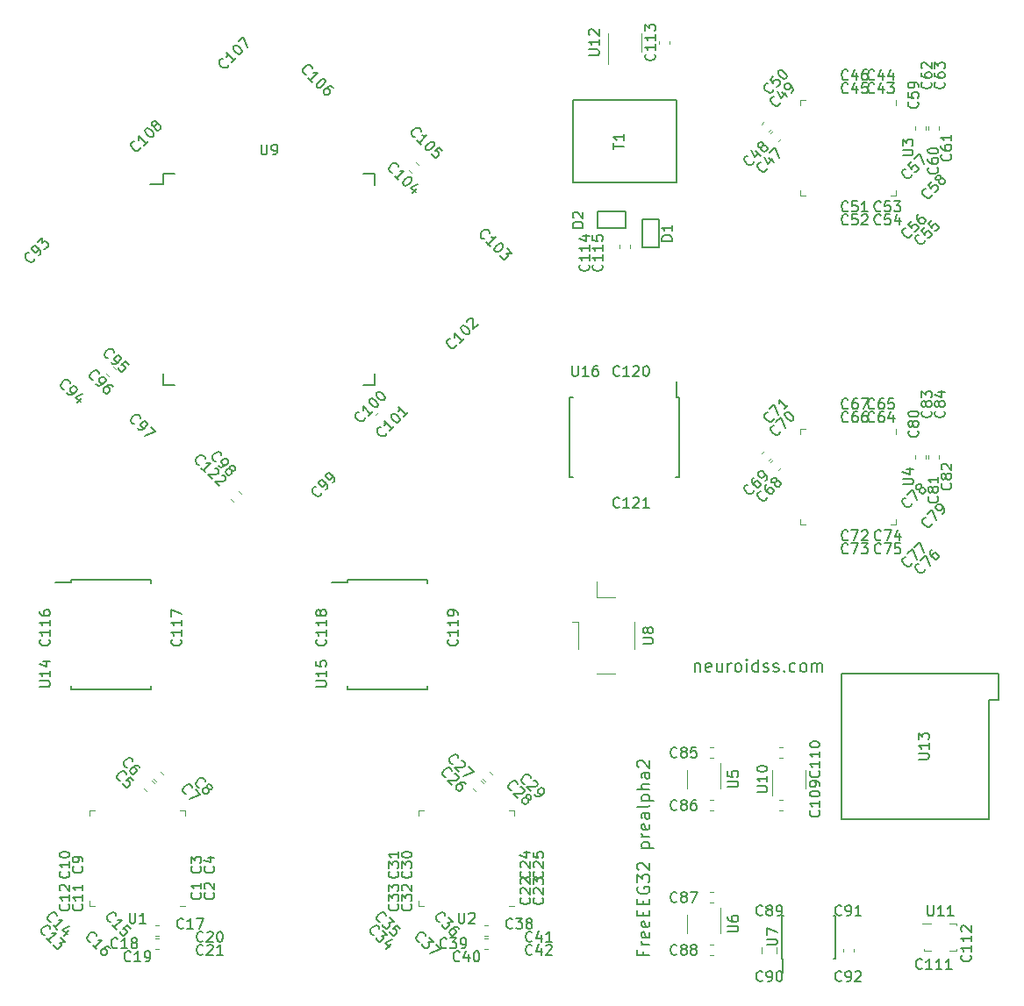
<source format=gbr>
G04 #@! TF.GenerationSoftware,KiCad,Pcbnew,5.0.2-bee76a0~70~ubuntu16.04.1*
G04 #@! TF.CreationDate,2019-05-26T13:41:25+03:00*
G04 #@! TF.ProjectId,FreeEEG32-prealpha2,46726565-4545-4473-9332-2d707265616c,rev?*
G04 #@! TF.SameCoordinates,Original*
G04 #@! TF.FileFunction,Legend,Top*
G04 #@! TF.FilePolarity,Positive*
%FSLAX46Y46*%
G04 Gerber Fmt 4.6, Leading zero omitted, Abs format (unit mm)*
G04 Created by KiCad (PCBNEW 5.0.2-bee76a0~70~ubuntu16.04.1) date Вс 26 май 2019 13:41:25*
%MOMM*%
%LPD*%
G01*
G04 APERTURE LIST*
%ADD10C,0.200000*%
%ADD11C,0.120000*%
%ADD12C,0.150000*%
%ADD13C,0.100000*%
G04 APERTURE END LIST*
D10*
X19482571Y-15490857D02*
X19482571Y-16290857D01*
X19482571Y-15605142D02*
X19539714Y-15548000D01*
X19654000Y-15490857D01*
X19825428Y-15490857D01*
X19939714Y-15548000D01*
X19996857Y-15662285D01*
X19996857Y-16290857D01*
X21025428Y-16233714D02*
X20911142Y-16290857D01*
X20682571Y-16290857D01*
X20568285Y-16233714D01*
X20511142Y-16119428D01*
X20511142Y-15662285D01*
X20568285Y-15548000D01*
X20682571Y-15490857D01*
X20911142Y-15490857D01*
X21025428Y-15548000D01*
X21082571Y-15662285D01*
X21082571Y-15776571D01*
X20511142Y-15890857D01*
X22111142Y-15490857D02*
X22111142Y-16290857D01*
X21596857Y-15490857D02*
X21596857Y-16119428D01*
X21654000Y-16233714D01*
X21768285Y-16290857D01*
X21939714Y-16290857D01*
X22054000Y-16233714D01*
X22111142Y-16176571D01*
X22682571Y-16290857D02*
X22682571Y-15490857D01*
X22682571Y-15719428D02*
X22739714Y-15605142D01*
X22796857Y-15548000D01*
X22911142Y-15490857D01*
X23025428Y-15490857D01*
X23596857Y-16290857D02*
X23482571Y-16233714D01*
X23425428Y-16176571D01*
X23368285Y-16062285D01*
X23368285Y-15719428D01*
X23425428Y-15605142D01*
X23482571Y-15548000D01*
X23596857Y-15490857D01*
X23768285Y-15490857D01*
X23882571Y-15548000D01*
X23939714Y-15605142D01*
X23996857Y-15719428D01*
X23996857Y-16062285D01*
X23939714Y-16176571D01*
X23882571Y-16233714D01*
X23768285Y-16290857D01*
X23596857Y-16290857D01*
X24511142Y-16290857D02*
X24511142Y-15490857D01*
X24511142Y-15090857D02*
X24454000Y-15148000D01*
X24511142Y-15205142D01*
X24568285Y-15148000D01*
X24511142Y-15090857D01*
X24511142Y-15205142D01*
X25596857Y-16290857D02*
X25596857Y-15090857D01*
X25596857Y-16233714D02*
X25482571Y-16290857D01*
X25254000Y-16290857D01*
X25139714Y-16233714D01*
X25082571Y-16176571D01*
X25025428Y-16062285D01*
X25025428Y-15719428D01*
X25082571Y-15605142D01*
X25139714Y-15548000D01*
X25254000Y-15490857D01*
X25482571Y-15490857D01*
X25596857Y-15548000D01*
X26111142Y-16233714D02*
X26225428Y-16290857D01*
X26454000Y-16290857D01*
X26568285Y-16233714D01*
X26625428Y-16119428D01*
X26625428Y-16062285D01*
X26568285Y-15948000D01*
X26454000Y-15890857D01*
X26282571Y-15890857D01*
X26168285Y-15833714D01*
X26111142Y-15719428D01*
X26111142Y-15662285D01*
X26168285Y-15548000D01*
X26282571Y-15490857D01*
X26454000Y-15490857D01*
X26568285Y-15548000D01*
X27082571Y-16233714D02*
X27196857Y-16290857D01*
X27425428Y-16290857D01*
X27539714Y-16233714D01*
X27596857Y-16119428D01*
X27596857Y-16062285D01*
X27539714Y-15948000D01*
X27425428Y-15890857D01*
X27254000Y-15890857D01*
X27139714Y-15833714D01*
X27082571Y-15719428D01*
X27082571Y-15662285D01*
X27139714Y-15548000D01*
X27254000Y-15490857D01*
X27425428Y-15490857D01*
X27539714Y-15548000D01*
X28111142Y-16176571D02*
X28168285Y-16233714D01*
X28111142Y-16290857D01*
X28054000Y-16233714D01*
X28111142Y-16176571D01*
X28111142Y-16290857D01*
X29196857Y-16233714D02*
X29082571Y-16290857D01*
X28854000Y-16290857D01*
X28739714Y-16233714D01*
X28682571Y-16176571D01*
X28625428Y-16062285D01*
X28625428Y-15719428D01*
X28682571Y-15605142D01*
X28739714Y-15548000D01*
X28854000Y-15490857D01*
X29082571Y-15490857D01*
X29196857Y-15548000D01*
X29882571Y-16290857D02*
X29768285Y-16233714D01*
X29711142Y-16176571D01*
X29654000Y-16062285D01*
X29654000Y-15719428D01*
X29711142Y-15605142D01*
X29768285Y-15548000D01*
X29882571Y-15490857D01*
X30054000Y-15490857D01*
X30168285Y-15548000D01*
X30225428Y-15605142D01*
X30282571Y-15719428D01*
X30282571Y-16062285D01*
X30225428Y-16176571D01*
X30168285Y-16233714D01*
X30054000Y-16290857D01*
X29882571Y-16290857D01*
X30796857Y-16290857D02*
X30796857Y-15490857D01*
X30796857Y-15605142D02*
X30854000Y-15548000D01*
X30968285Y-15490857D01*
X31139714Y-15490857D01*
X31254000Y-15548000D01*
X31311142Y-15662285D01*
X31311142Y-16290857D01*
X31311142Y-15662285D02*
X31368285Y-15548000D01*
X31482571Y-15490857D01*
X31654000Y-15490857D01*
X31768285Y-15548000D01*
X31825428Y-15662285D01*
X31825428Y-16290857D01*
X14519285Y-43290000D02*
X14519285Y-43690000D01*
X15147857Y-43690000D02*
X13947857Y-43690000D01*
X13947857Y-43118571D01*
X15147857Y-42661428D02*
X14347857Y-42661428D01*
X14576428Y-42661428D02*
X14462142Y-42604285D01*
X14405000Y-42547142D01*
X14347857Y-42432857D01*
X14347857Y-42318571D01*
X15090714Y-41461428D02*
X15147857Y-41575714D01*
X15147857Y-41804285D01*
X15090714Y-41918571D01*
X14976428Y-41975714D01*
X14519285Y-41975714D01*
X14405000Y-41918571D01*
X14347857Y-41804285D01*
X14347857Y-41575714D01*
X14405000Y-41461428D01*
X14519285Y-41404285D01*
X14633571Y-41404285D01*
X14747857Y-41975714D01*
X15090714Y-40432857D02*
X15147857Y-40547142D01*
X15147857Y-40775714D01*
X15090714Y-40890000D01*
X14976428Y-40947142D01*
X14519285Y-40947142D01*
X14405000Y-40890000D01*
X14347857Y-40775714D01*
X14347857Y-40547142D01*
X14405000Y-40432857D01*
X14519285Y-40375714D01*
X14633571Y-40375714D01*
X14747857Y-40947142D01*
X14519285Y-39861428D02*
X14519285Y-39461428D01*
X15147857Y-39290000D02*
X15147857Y-39861428D01*
X13947857Y-39861428D01*
X13947857Y-39290000D01*
X14519285Y-38775714D02*
X14519285Y-38375714D01*
X15147857Y-38204285D02*
X15147857Y-38775714D01*
X13947857Y-38775714D01*
X13947857Y-38204285D01*
X14005000Y-37061428D02*
X13947857Y-37175714D01*
X13947857Y-37347142D01*
X14005000Y-37518571D01*
X14119285Y-37632857D01*
X14233571Y-37690000D01*
X14462142Y-37747142D01*
X14633571Y-37747142D01*
X14862142Y-37690000D01*
X14976428Y-37632857D01*
X15090714Y-37518571D01*
X15147857Y-37347142D01*
X15147857Y-37232857D01*
X15090714Y-37061428D01*
X15033571Y-37004285D01*
X14633571Y-37004285D01*
X14633571Y-37232857D01*
X13947857Y-36604285D02*
X13947857Y-35861428D01*
X14405000Y-36261428D01*
X14405000Y-36090000D01*
X14462142Y-35975714D01*
X14519285Y-35918571D01*
X14633571Y-35861428D01*
X14919285Y-35861428D01*
X15033571Y-35918571D01*
X15090714Y-35975714D01*
X15147857Y-36090000D01*
X15147857Y-36432857D01*
X15090714Y-36547142D01*
X15033571Y-36604285D01*
X14062142Y-35404285D02*
X14005000Y-35347142D01*
X13947857Y-35232857D01*
X13947857Y-34947142D01*
X14005000Y-34832857D01*
X14062142Y-34775714D01*
X14176428Y-34718571D01*
X14290714Y-34718571D01*
X14462142Y-34775714D01*
X15147857Y-35461428D01*
X15147857Y-34718571D01*
X14347857Y-33290000D02*
X15547857Y-33290000D01*
X14405000Y-33290000D02*
X14347857Y-33175714D01*
X14347857Y-32947142D01*
X14405000Y-32832857D01*
X14462142Y-32775714D01*
X14576428Y-32718571D01*
X14919285Y-32718571D01*
X15033571Y-32775714D01*
X15090714Y-32832857D01*
X15147857Y-32947142D01*
X15147857Y-33175714D01*
X15090714Y-33290000D01*
X15147857Y-32204285D02*
X14347857Y-32204285D01*
X14576428Y-32204285D02*
X14462142Y-32147142D01*
X14405000Y-32090000D01*
X14347857Y-31975714D01*
X14347857Y-31861428D01*
X15090714Y-31004285D02*
X15147857Y-31118571D01*
X15147857Y-31347142D01*
X15090714Y-31461428D01*
X14976428Y-31518571D01*
X14519285Y-31518571D01*
X14405000Y-31461428D01*
X14347857Y-31347142D01*
X14347857Y-31118571D01*
X14405000Y-31004285D01*
X14519285Y-30947142D01*
X14633571Y-30947142D01*
X14747857Y-31518571D01*
X15147857Y-29918571D02*
X14519285Y-29918571D01*
X14405000Y-29975714D01*
X14347857Y-30090000D01*
X14347857Y-30318571D01*
X14405000Y-30432857D01*
X15090714Y-29918571D02*
X15147857Y-30032857D01*
X15147857Y-30318571D01*
X15090714Y-30432857D01*
X14976428Y-30490000D01*
X14862142Y-30490000D01*
X14747857Y-30432857D01*
X14690714Y-30318571D01*
X14690714Y-30032857D01*
X14633571Y-29918571D01*
X15147857Y-29175714D02*
X15090714Y-29290000D01*
X14976428Y-29347142D01*
X13947857Y-29347142D01*
X14347857Y-28718571D02*
X15547857Y-28718571D01*
X14405000Y-28718571D02*
X14347857Y-28604285D01*
X14347857Y-28375714D01*
X14405000Y-28261428D01*
X14462142Y-28204285D01*
X14576428Y-28147142D01*
X14919285Y-28147142D01*
X15033571Y-28204285D01*
X15090714Y-28261428D01*
X15147857Y-28375714D01*
X15147857Y-28604285D01*
X15090714Y-28718571D01*
X15147857Y-27632857D02*
X13947857Y-27632857D01*
X15147857Y-27118571D02*
X14519285Y-27118571D01*
X14405000Y-27175714D01*
X14347857Y-27290000D01*
X14347857Y-27461428D01*
X14405000Y-27575714D01*
X14462142Y-27632857D01*
X15147857Y-26032857D02*
X14519285Y-26032857D01*
X14405000Y-26090000D01*
X14347857Y-26204285D01*
X14347857Y-26432857D01*
X14405000Y-26547142D01*
X15090714Y-26032857D02*
X15147857Y-26147142D01*
X15147857Y-26432857D01*
X15090714Y-26547142D01*
X14976428Y-26604285D01*
X14862142Y-26604285D01*
X14747857Y-26547142D01*
X14690714Y-26432857D01*
X14690714Y-26147142D01*
X14633571Y-26032857D01*
X14062142Y-25518571D02*
X14005000Y-25461428D01*
X13947857Y-25347142D01*
X13947857Y-25061428D01*
X14005000Y-24947142D01*
X14062142Y-24889999D01*
X14176428Y-24832857D01*
X14290714Y-24832857D01*
X14462142Y-24889999D01*
X15147857Y-25575714D01*
X15147857Y-24832857D01*
D11*
G04 #@! TO.C,U3*
X38883493Y38425000D02*
X38883493Y38900000D01*
X29663493Y29680000D02*
X30138493Y29680000D01*
X29663493Y30155000D02*
X29663493Y29680000D01*
X29663493Y38900000D02*
X30138493Y38900000D01*
X29663493Y38425000D02*
X29663493Y38900000D01*
X38883493Y29680000D02*
X38408493Y29680000D01*
X38883493Y30155000D02*
X38883493Y29680000D01*
G04 #@! TO.C,U2*
X1595000Y-38900000D02*
X2070000Y-38900000D01*
X-7150000Y-29680000D02*
X-7150000Y-30155000D01*
X-6675000Y-29680000D02*
X-7150000Y-29680000D01*
X2070000Y-29680000D02*
X2070000Y-30155000D01*
X1595000Y-29680000D02*
X2070000Y-29680000D01*
X-7150000Y-38900000D02*
X-7150000Y-38425000D01*
X-6675000Y-38900000D02*
X-7150000Y-38900000D01*
G04 #@! TO.C,U1*
X-30155000Y-38900000D02*
X-29680000Y-38900000D01*
X-38900000Y-29680000D02*
X-38900000Y-30155000D01*
X-38425000Y-29680000D02*
X-38900000Y-29680000D01*
X-29680000Y-29680000D02*
X-29680000Y-30155000D01*
X-30155000Y-29680000D02*
X-29680000Y-29680000D01*
X-38900000Y-38900000D02*
X-38900000Y-38425000D01*
X-38425000Y-38900000D02*
X-38900000Y-38900000D01*
G04 #@! TO.C,U4*
X38900000Y6675000D02*
X38900000Y7150000D01*
X29680000Y-2070000D02*
X30155000Y-2070000D01*
X29680000Y-1595000D02*
X29680000Y-2070000D01*
X29680000Y7150000D02*
X30155000Y7150000D01*
X29680000Y6675000D02*
X29680000Y7150000D01*
X38900000Y-2070000D02*
X38425000Y-2070000D01*
X38900000Y-1595000D02*
X38900000Y-2070000D01*
G04 #@! TO.C,C104*
X-7144273Y32630522D02*
X-7374478Y32860727D01*
X-7865522Y31909273D02*
X-8095727Y32139478D01*
D12*
G04 #@! TO.C,U14*
X-40705000Y-7650000D02*
X-42230000Y-7650000D01*
X-40705000Y-18025000D02*
X-32955000Y-18025000D01*
X-40705000Y-7375000D02*
X-32955000Y-7375000D01*
X-40705000Y-18025000D02*
X-40705000Y-17670000D01*
X-32955000Y-18025000D02*
X-32955000Y-17670000D01*
X-32955000Y-7375000D02*
X-32955000Y-7730000D01*
X-40705000Y-7375000D02*
X-40705000Y-7650000D01*
G04 #@! TO.C,U15*
X-14035000Y-7375000D02*
X-14035000Y-7650000D01*
X-6285000Y-7375000D02*
X-6285000Y-7730000D01*
X-6285000Y-18025000D02*
X-6285000Y-17670000D01*
X-14035000Y-18025000D02*
X-14035000Y-17670000D01*
X-14035000Y-7375000D02*
X-6285000Y-7375000D01*
X-14035000Y-18025000D02*
X-6285000Y-18025000D01*
X-14035000Y-7650000D02*
X-15560000Y-7650000D01*
G04 #@! TO.C,T1*
X17700000Y38925000D02*
X7700000Y38925000D01*
X7700000Y38925000D02*
X7700000Y30925000D01*
X7700000Y30925000D02*
X17700000Y30925000D01*
X17700000Y30925000D02*
X17700000Y38925000D01*
G04 #@! TO.C,U16*
X17750000Y10225000D02*
X17750000Y11750000D01*
X7375000Y10225000D02*
X7375000Y2475000D01*
X18025000Y10225000D02*
X18025000Y2475000D01*
X7375000Y10225000D02*
X7730000Y10225000D01*
X7375000Y2475000D02*
X7730000Y2475000D01*
X18025000Y2475000D02*
X17670000Y2475000D01*
X18025000Y10225000D02*
X17750000Y10225000D01*
D11*
G04 #@! TO.C,C92*
X33780000Y-43017221D02*
X33780000Y-43342779D01*
X34800000Y-43017221D02*
X34800000Y-43342779D01*
D12*
G04 #@! TO.C,U7*
X27955000Y-43985000D02*
X27955000Y-45385000D01*
X33055000Y-43985000D02*
X33055000Y-39835000D01*
X27905000Y-43985000D02*
X27905000Y-39835000D01*
X33055000Y-43985000D02*
X32910000Y-43985000D01*
X33055000Y-39835000D02*
X32910000Y-39835000D01*
X27905000Y-39835000D02*
X28050000Y-39835000D01*
X27905000Y-43985000D02*
X27955000Y-43985000D01*
D11*
G04 #@! TO.C,C90*
X27380000Y-43438578D02*
X27380000Y-42921422D01*
X25960000Y-43438578D02*
X25960000Y-42921422D01*
G04 #@! TO.C,C110*
X27624721Y-24640000D02*
X27950279Y-24640000D01*
X27624721Y-23620000D02*
X27950279Y-23620000D01*
G04 #@! TO.C,C109*
X27624721Y-28700000D02*
X27950279Y-28700000D01*
X27624721Y-29720000D02*
X27950279Y-29720000D01*
G04 #@! TO.C,U10*
X30185000Y-27570000D02*
X30185000Y-25770000D01*
X26965000Y-25770000D02*
X26965000Y-28220000D01*
G04 #@! TO.C,C38*
X-472221Y-40764999D02*
X-797779Y-40764999D01*
X-472221Y-41784999D02*
X-797779Y-41784999D01*
G04 #@! TO.C,C39*
X-472221Y-42035000D02*
X-797779Y-42035000D01*
X-472221Y-43055000D02*
X-797779Y-43055000D01*
G04 #@! TO.C,C27*
X-32273Y-26170478D02*
X-262478Y-25940273D01*
X-753522Y-26891727D02*
X-983727Y-26661522D01*
G04 #@! TO.C,C26*
X-921273Y-27059478D02*
X-1151478Y-26829273D01*
X-1642522Y-27780727D02*
X-1872727Y-27550522D01*
G04 #@! TO.C,C80*
X41784999Y4607779D02*
X41784999Y4282221D01*
X40764999Y4607779D02*
X40764999Y4282221D01*
G04 #@! TO.C,C69*
X26891727Y4326478D02*
X26661522Y4096273D01*
X26170478Y5047727D02*
X25940273Y4817522D01*
G04 #@! TO.C,C68*
X27780727Y3437478D02*
X27550522Y3207273D01*
X27059478Y4158727D02*
X26829273Y3928522D01*
G04 #@! TO.C,C81*
X43055000Y4607779D02*
X43055000Y4282221D01*
X42035000Y4607779D02*
X42035000Y4282221D01*
G04 #@! TO.C,C87*
X21270430Y-37590429D02*
X20944872Y-37590429D01*
X21270430Y-38610429D02*
X20944872Y-38610429D01*
G04 #@! TO.C,U6*
X21930150Y-41540430D02*
X21930150Y-39090430D01*
X18710150Y-39740430D02*
X18710150Y-41540430D01*
G04 #@! TO.C,C88*
X21270429Y-43690430D02*
X20944871Y-43690430D01*
X21270429Y-42670430D02*
X20944871Y-42670430D01*
G04 #@! TO.C,C48*
X26153971Y36797727D02*
X25923766Y36567522D01*
X26875220Y36076478D02*
X26645015Y35846273D01*
G04 #@! TO.C,C60*
X42018494Y36357778D02*
X42018494Y36032220D01*
X43038494Y36357778D02*
X43038494Y36032220D01*
G04 #@! TO.C,C47*
X27042971Y35908727D02*
X26812766Y35678522D01*
X27764220Y35187478D02*
X27534015Y34957273D01*
G04 #@! TO.C,C59*
X40748495Y36357778D02*
X40748495Y36032220D01*
X41768495Y36357778D02*
X41768495Y36032220D01*
G04 #@! TO.C,C5*
X-32671273Y-27059478D02*
X-32901478Y-26829273D01*
X-33392522Y-27780727D02*
X-33622727Y-27550522D01*
G04 #@! TO.C,C6*
X-31782273Y-26170478D02*
X-32012478Y-25940273D01*
X-32503522Y-26891727D02*
X-32733727Y-26661522D01*
G04 #@! TO.C,C18*
X-32222221Y-42035000D02*
X-32547779Y-42035000D01*
X-32222221Y-43055000D02*
X-32547779Y-43055000D01*
G04 #@! TO.C,C17*
X-32222221Y-40764999D02*
X-32547779Y-40764999D01*
X-32222221Y-41784999D02*
X-32547779Y-41784999D01*
G04 #@! TO.C,C85*
X21270429Y-24640430D02*
X20944871Y-24640430D01*
X21270429Y-23620430D02*
X20944871Y-23620430D01*
G04 #@! TO.C,C86*
X21270430Y-28700431D02*
X20944872Y-28700431D01*
X21270430Y-29720431D02*
X20944872Y-29720431D01*
G04 #@! TO.C,U5*
X18710150Y-25770430D02*
X18710150Y-27570430D01*
X21930150Y-27570430D02*
X21930150Y-25120430D01*
G04 #@! TO.C,U8*
X8229089Y-11513353D02*
X7629089Y-11513353D01*
X8229089Y-14113353D02*
X8229089Y-11513353D01*
X13629089Y-11513353D02*
X13629089Y-14113353D01*
X11829089Y-16513353D02*
X10029089Y-16513353D01*
X10029089Y-9113353D02*
X11829089Y-9113353D01*
X10029089Y-7613353D02*
X10029089Y-9113353D01*
G04 #@! TO.C,C100*
X-10549478Y7779273D02*
X-10319273Y8009478D01*
X-11270727Y8500522D02*
X-11040522Y8730727D01*
G04 #@! TO.C,C96*
X-36354273Y12945522D02*
X-36584478Y13175727D01*
X-37075522Y12224273D02*
X-37305727Y12454478D01*
D12*
G04 #@! TO.C,U9*
X-31765000Y30790000D02*
X-33065000Y30790000D01*
X-11415000Y31765000D02*
X-12465000Y31765000D01*
X-11415000Y11415000D02*
X-12465000Y11415000D01*
X-31765000Y11415000D02*
X-30715000Y11415000D01*
X-31765000Y31765000D02*
X-30715000Y31765000D01*
X-31765000Y11415000D02*
X-31765000Y12465000D01*
X-11415000Y11415000D02*
X-11415000Y12465000D01*
X-11415000Y31765000D02*
X-11415000Y30715000D01*
X-31765000Y31765000D02*
X-31765000Y30790000D01*
D11*
G04 #@! TO.C,C113*
X17020000Y44612779D02*
X17020000Y44287221D01*
X16000000Y44612779D02*
X16000000Y44287221D01*
G04 #@! TO.C,C115*
X12190000Y24927779D02*
X12190000Y24602221D01*
X13210000Y24927779D02*
X13210000Y24602221D01*
D12*
G04 #@! TO.C,D1*
X14440000Y26035000D02*
X14440000Y24685000D01*
X14440000Y24685000D02*
X16040000Y24685000D01*
X16040000Y24685000D02*
X16040000Y27385000D01*
X16040000Y27385000D02*
X14440000Y27385000D01*
X14440000Y27385000D02*
X14440000Y26035000D01*
G04 #@! TO.C,D2*
X10080000Y26505000D02*
X11430000Y26505000D01*
X10080000Y28105000D02*
X10080000Y26505000D01*
X12780000Y28105000D02*
X10080000Y28105000D01*
X12780000Y26505000D02*
X12780000Y28105000D01*
X11430000Y26505000D02*
X12780000Y26505000D01*
D13*
G04 #@! TO.C,U11*
X44780000Y-40560000D02*
X44780000Y-40780000D01*
X44060000Y-40560000D02*
X44780000Y-40560000D01*
X44780000Y-43260000D02*
X44060000Y-43260000D01*
X44780000Y-43040000D02*
X44780000Y-43260000D01*
X41580000Y-43260000D02*
X41580000Y-43040000D01*
X41580000Y-43260000D02*
X42300000Y-43260000D01*
X41480000Y-40560000D02*
X42300000Y-40560000D01*
D11*
G04 #@! TO.C,U12*
X14310000Y43550000D02*
X14310000Y45350000D01*
X11090000Y45350000D02*
X11090000Y42400000D01*
D12*
G04 #@! TO.C,U13*
X47840000Y-18995000D02*
X48840000Y-18995000D01*
X48840000Y-18995000D02*
X48840000Y-16495000D01*
X33640000Y-30495000D02*
X47840000Y-30495000D01*
X47840000Y-30495000D02*
X47840000Y-18995000D01*
X48840000Y-16495000D02*
X33640000Y-16495000D01*
X33640000Y-16495000D02*
X33640000Y-30495000D01*
D11*
G04 #@! TO.C,C122*
X-25010522Y159273D02*
X-25240727Y389478D01*
X-24289273Y880522D02*
X-24519478Y1110727D01*
G04 #@! TO.C,U3*
D12*
X39545873Y33528095D02*
X40355397Y33528095D01*
X40450635Y33575714D01*
X40498254Y33623333D01*
X40545873Y33718571D01*
X40545873Y33909047D01*
X40498254Y34004285D01*
X40450635Y34051904D01*
X40355397Y34099523D01*
X39545873Y34099523D01*
X39545873Y34480476D02*
X39545873Y35099523D01*
X39926826Y34766190D01*
X39926826Y34909047D01*
X39974445Y35004285D01*
X40022064Y35051904D01*
X40117302Y35099523D01*
X40355397Y35099523D01*
X40450635Y35051904D01*
X40498254Y35004285D01*
X40545873Y34909047D01*
X40545873Y34623333D01*
X40498254Y34528095D01*
X40450635Y34480476D01*
G04 #@! TO.C,U2*
X-3301904Y-39562380D02*
X-3301904Y-40371904D01*
X-3254285Y-40467142D01*
X-3206666Y-40514761D01*
X-3111428Y-40562380D01*
X-2920952Y-40562380D01*
X-2825714Y-40514761D01*
X-2778095Y-40467142D01*
X-2730476Y-40371904D01*
X-2730476Y-39562380D01*
X-2301904Y-39657619D02*
X-2254285Y-39610000D01*
X-2159047Y-39562380D01*
X-1920952Y-39562380D01*
X-1825714Y-39610000D01*
X-1778095Y-39657619D01*
X-1730476Y-39752857D01*
X-1730476Y-39848095D01*
X-1778095Y-39990952D01*
X-2349523Y-40562380D01*
X-1730476Y-40562380D01*
G04 #@! TO.C,U1*
X-35051904Y-39562380D02*
X-35051904Y-40371904D01*
X-35004285Y-40467142D01*
X-34956666Y-40514761D01*
X-34861428Y-40562380D01*
X-34670952Y-40562380D01*
X-34575714Y-40514761D01*
X-34528095Y-40467142D01*
X-34480476Y-40371904D01*
X-34480476Y-39562380D01*
X-33480476Y-40562380D02*
X-34051904Y-40562380D01*
X-33766190Y-40562380D02*
X-33766190Y-39562380D01*
X-33861428Y-39705238D01*
X-33956666Y-39800476D01*
X-34051904Y-39848095D01*
G04 #@! TO.C,U4*
X39562380Y1778095D02*
X40371904Y1778095D01*
X40467142Y1825714D01*
X40514761Y1873333D01*
X40562380Y1968571D01*
X40562380Y2159047D01*
X40514761Y2254285D01*
X40467142Y2301904D01*
X40371904Y2349523D01*
X39562380Y2349523D01*
X39895714Y3254285D02*
X40562380Y3254285D01*
X39514761Y3016190D02*
X40229047Y2778095D01*
X40229047Y3397142D01*
G04 #@! TO.C,C104*
X-9674987Y31912585D02*
X-9742330Y31912585D01*
X-9877017Y31979928D01*
X-9944361Y32047272D01*
X-10011704Y32181959D01*
X-10011704Y32316646D01*
X-9978033Y32417661D01*
X-9877017Y32586020D01*
X-9776002Y32687035D01*
X-9607643Y32788050D01*
X-9506628Y32821722D01*
X-9371941Y32821722D01*
X-9237254Y32754378D01*
X-9169911Y32687035D01*
X-9102567Y32552348D01*
X-9102567Y32485004D01*
X-9068895Y31171806D02*
X-9472956Y31575867D01*
X-9270926Y31373837D02*
X-8563819Y32080943D01*
X-8732178Y32047272D01*
X-8866865Y32047272D01*
X-8967880Y32080943D01*
X-7924056Y31441180D02*
X-7856712Y31373837D01*
X-7823040Y31272821D01*
X-7823040Y31205478D01*
X-7856712Y31104462D01*
X-7957727Y30936104D01*
X-8126086Y30767745D01*
X-8294445Y30666730D01*
X-8395460Y30633058D01*
X-8462804Y30633058D01*
X-8563819Y30666730D01*
X-8631163Y30734073D01*
X-8664834Y30835088D01*
X-8664834Y30902432D01*
X-8631163Y31003447D01*
X-8530147Y31171806D01*
X-8361788Y31340165D01*
X-8193430Y31441180D01*
X-8092414Y31474852D01*
X-8025071Y31474852D01*
X-7924056Y31441180D01*
X-7317964Y30363684D02*
X-7789369Y29892279D01*
X-7216949Y30801417D02*
X-7890384Y30464699D01*
X-7452651Y30026966D01*
G04 #@! TO.C,U14*
X-43727619Y-17748095D02*
X-42918095Y-17748095D01*
X-42822857Y-17700476D01*
X-42775238Y-17652857D01*
X-42727619Y-17557619D01*
X-42727619Y-17367142D01*
X-42775238Y-17271904D01*
X-42822857Y-17224285D01*
X-42918095Y-17176666D01*
X-43727619Y-17176666D01*
X-42727619Y-16176666D02*
X-42727619Y-16748095D01*
X-42727619Y-16462380D02*
X-43727619Y-16462380D01*
X-43584761Y-16557619D01*
X-43489523Y-16652857D01*
X-43441904Y-16748095D01*
X-43394285Y-15319523D02*
X-42727619Y-15319523D01*
X-43775238Y-15557619D02*
X-43060952Y-15795714D01*
X-43060952Y-15176666D01*
G04 #@! TO.C,C116*
X-42822857Y-13184047D02*
X-42775238Y-13231666D01*
X-42727619Y-13374523D01*
X-42727619Y-13469761D01*
X-42775238Y-13612619D01*
X-42870476Y-13707857D01*
X-42965714Y-13755476D01*
X-43156190Y-13803095D01*
X-43299047Y-13803095D01*
X-43489523Y-13755476D01*
X-43584761Y-13707857D01*
X-43680000Y-13612619D01*
X-43727619Y-13469761D01*
X-43727619Y-13374523D01*
X-43680000Y-13231666D01*
X-43632380Y-13184047D01*
X-42727619Y-12231666D02*
X-42727619Y-12803095D01*
X-42727619Y-12517380D02*
X-43727619Y-12517380D01*
X-43584761Y-12612619D01*
X-43489523Y-12707857D01*
X-43441904Y-12803095D01*
X-42727619Y-11279285D02*
X-42727619Y-11850714D01*
X-42727619Y-11565000D02*
X-43727619Y-11565000D01*
X-43584761Y-11660238D01*
X-43489523Y-11755476D01*
X-43441904Y-11850714D01*
X-43727619Y-10422142D02*
X-43727619Y-10612619D01*
X-43680000Y-10707857D01*
X-43632380Y-10755476D01*
X-43489523Y-10850714D01*
X-43299047Y-10898333D01*
X-42918095Y-10898333D01*
X-42822857Y-10850714D01*
X-42775238Y-10803095D01*
X-42727619Y-10707857D01*
X-42727619Y-10517380D01*
X-42775238Y-10422142D01*
X-42822857Y-10374523D01*
X-42918095Y-10326904D01*
X-43156190Y-10326904D01*
X-43251428Y-10374523D01*
X-43299047Y-10422142D01*
X-43346666Y-10517380D01*
X-43346666Y-10707857D01*
X-43299047Y-10803095D01*
X-43251428Y-10850714D01*
X-43156190Y-10898333D01*
G04 #@! TO.C,C117*
X-30122857Y-13184047D02*
X-30075238Y-13231666D01*
X-30027619Y-13374523D01*
X-30027619Y-13469761D01*
X-30075238Y-13612619D01*
X-30170476Y-13707857D01*
X-30265714Y-13755476D01*
X-30456190Y-13803095D01*
X-30599047Y-13803095D01*
X-30789523Y-13755476D01*
X-30884761Y-13707857D01*
X-30980000Y-13612619D01*
X-31027619Y-13469761D01*
X-31027619Y-13374523D01*
X-30980000Y-13231666D01*
X-30932380Y-13184047D01*
X-30027619Y-12231666D02*
X-30027619Y-12803095D01*
X-30027619Y-12517380D02*
X-31027619Y-12517380D01*
X-30884761Y-12612619D01*
X-30789523Y-12707857D01*
X-30741904Y-12803095D01*
X-30027619Y-11279285D02*
X-30027619Y-11850714D01*
X-30027619Y-11565000D02*
X-31027619Y-11565000D01*
X-30884761Y-11660238D01*
X-30789523Y-11755476D01*
X-30741904Y-11850714D01*
X-31027619Y-10945952D02*
X-31027619Y-10279285D01*
X-30027619Y-10707857D01*
G04 #@! TO.C,C118*
X-16152857Y-13184047D02*
X-16105238Y-13231666D01*
X-16057619Y-13374523D01*
X-16057619Y-13469761D01*
X-16105238Y-13612619D01*
X-16200476Y-13707857D01*
X-16295714Y-13755476D01*
X-16486190Y-13803095D01*
X-16629047Y-13803095D01*
X-16819523Y-13755476D01*
X-16914761Y-13707857D01*
X-17010000Y-13612619D01*
X-17057619Y-13469761D01*
X-17057619Y-13374523D01*
X-17010000Y-13231666D01*
X-16962380Y-13184047D01*
X-16057619Y-12231666D02*
X-16057619Y-12803095D01*
X-16057619Y-12517380D02*
X-17057619Y-12517380D01*
X-16914761Y-12612619D01*
X-16819523Y-12707857D01*
X-16771904Y-12803095D01*
X-16057619Y-11279285D02*
X-16057619Y-11850714D01*
X-16057619Y-11565000D02*
X-17057619Y-11565000D01*
X-16914761Y-11660238D01*
X-16819523Y-11755476D01*
X-16771904Y-11850714D01*
X-16629047Y-10707857D02*
X-16676666Y-10803095D01*
X-16724285Y-10850714D01*
X-16819523Y-10898333D01*
X-16867142Y-10898333D01*
X-16962380Y-10850714D01*
X-17010000Y-10803095D01*
X-17057619Y-10707857D01*
X-17057619Y-10517380D01*
X-17010000Y-10422142D01*
X-16962380Y-10374523D01*
X-16867142Y-10326904D01*
X-16819523Y-10326904D01*
X-16724285Y-10374523D01*
X-16676666Y-10422142D01*
X-16629047Y-10517380D01*
X-16629047Y-10707857D01*
X-16581428Y-10803095D01*
X-16533809Y-10850714D01*
X-16438571Y-10898333D01*
X-16248095Y-10898333D01*
X-16152857Y-10850714D01*
X-16105238Y-10803095D01*
X-16057619Y-10707857D01*
X-16057619Y-10517380D01*
X-16105238Y-10422142D01*
X-16152857Y-10374523D01*
X-16248095Y-10326904D01*
X-16438571Y-10326904D01*
X-16533809Y-10374523D01*
X-16581428Y-10422142D01*
X-16629047Y-10517380D01*
G04 #@! TO.C,U15*
X-17057619Y-17748095D02*
X-16248095Y-17748095D01*
X-16152857Y-17700476D01*
X-16105238Y-17652857D01*
X-16057619Y-17557619D01*
X-16057619Y-17367142D01*
X-16105238Y-17271904D01*
X-16152857Y-17224285D01*
X-16248095Y-17176666D01*
X-17057619Y-17176666D01*
X-16057619Y-16176666D02*
X-16057619Y-16748095D01*
X-16057619Y-16462380D02*
X-17057619Y-16462380D01*
X-16914761Y-16557619D01*
X-16819523Y-16652857D01*
X-16771904Y-16748095D01*
X-17057619Y-15271904D02*
X-17057619Y-15748095D01*
X-16581428Y-15795714D01*
X-16629047Y-15748095D01*
X-16676666Y-15652857D01*
X-16676666Y-15414761D01*
X-16629047Y-15319523D01*
X-16581428Y-15271904D01*
X-16486190Y-15224285D01*
X-16248095Y-15224285D01*
X-16152857Y-15271904D01*
X-16105238Y-15319523D01*
X-16057619Y-15414761D01*
X-16057619Y-15652857D01*
X-16105238Y-15748095D01*
X-16152857Y-15795714D01*
G04 #@! TO.C,C119*
X-3452857Y-13184047D02*
X-3405238Y-13231666D01*
X-3357619Y-13374523D01*
X-3357619Y-13469761D01*
X-3405238Y-13612619D01*
X-3500476Y-13707857D01*
X-3595714Y-13755476D01*
X-3786190Y-13803095D01*
X-3929047Y-13803095D01*
X-4119523Y-13755476D01*
X-4214761Y-13707857D01*
X-4310000Y-13612619D01*
X-4357619Y-13469761D01*
X-4357619Y-13374523D01*
X-4310000Y-13231666D01*
X-4262380Y-13184047D01*
X-3357619Y-12231666D02*
X-3357619Y-12803095D01*
X-3357619Y-12517380D02*
X-4357619Y-12517380D01*
X-4214761Y-12612619D01*
X-4119523Y-12707857D01*
X-4071904Y-12803095D01*
X-3357619Y-11279285D02*
X-3357619Y-11850714D01*
X-3357619Y-11565000D02*
X-4357619Y-11565000D01*
X-4214761Y-11660238D01*
X-4119523Y-11755476D01*
X-4071904Y-11850714D01*
X-3357619Y-10803095D02*
X-3357619Y-10612619D01*
X-3405238Y-10517380D01*
X-3452857Y-10469761D01*
X-3595714Y-10374523D01*
X-3786190Y-10326904D01*
X-4167142Y-10326904D01*
X-4262380Y-10374523D01*
X-4310000Y-10422142D01*
X-4357619Y-10517380D01*
X-4357619Y-10707857D01*
X-4310000Y-10803095D01*
X-4262380Y-10850714D01*
X-4167142Y-10898333D01*
X-3929047Y-10898333D01*
X-3833809Y-10850714D01*
X-3786190Y-10803095D01*
X-3738571Y-10707857D01*
X-3738571Y-10517380D01*
X-3786190Y-10422142D01*
X-3833809Y-10374523D01*
X-3929047Y-10326904D01*
G04 #@! TO.C,T1*
X11652380Y34163095D02*
X11652380Y34734523D01*
X12652380Y34448809D02*
X11652380Y34448809D01*
X12652380Y35591666D02*
X12652380Y35020238D01*
X12652380Y35305952D02*
X11652380Y35305952D01*
X11795238Y35210714D01*
X11890476Y35115476D01*
X11938095Y35020238D01*
G04 #@! TO.C,C58*
X42342969Y29772893D02*
X42342969Y29705549D01*
X42275625Y29570862D01*
X42208282Y29503519D01*
X42073595Y29436175D01*
X41938908Y29436175D01*
X41837893Y29469847D01*
X41669534Y29570862D01*
X41568519Y29671877D01*
X41467503Y29840236D01*
X41433832Y29941251D01*
X41433832Y30075938D01*
X41501175Y30210625D01*
X41568519Y30277969D01*
X41703206Y30345312D01*
X41770549Y30345312D01*
X42342969Y31052419D02*
X42006251Y30715702D01*
X42309297Y30345312D01*
X42309297Y30412656D01*
X42342969Y30513671D01*
X42511328Y30682030D01*
X42612343Y30715702D01*
X42679687Y30715702D01*
X42780702Y30682030D01*
X42949061Y30513671D01*
X42982732Y30412656D01*
X42982732Y30345312D01*
X42949061Y30244297D01*
X42780702Y30075938D01*
X42679687Y30042267D01*
X42612343Y30042267D01*
X43083748Y31187106D02*
X42982732Y31153435D01*
X42915389Y31153435D01*
X42814374Y31187106D01*
X42780702Y31220778D01*
X42747030Y31321793D01*
X42747030Y31389137D01*
X42780702Y31490152D01*
X42915389Y31624839D01*
X43016404Y31658511D01*
X43083748Y31658511D01*
X43184763Y31624839D01*
X43218435Y31591167D01*
X43252106Y31490152D01*
X43252106Y31422809D01*
X43218435Y31321793D01*
X43083748Y31187106D01*
X43050076Y31086091D01*
X43050076Y31018748D01*
X43083748Y30917732D01*
X43218435Y30783045D01*
X43319450Y30749374D01*
X43386793Y30749374D01*
X43487809Y30783045D01*
X43622496Y30917732D01*
X43656167Y31018748D01*
X43656167Y31086091D01*
X43622496Y31187106D01*
X43487809Y31321793D01*
X43386793Y31355465D01*
X43319450Y31355465D01*
X43218435Y31321793D01*
G04 #@! TO.C,C120*
X12215952Y12342857D02*
X12168333Y12295238D01*
X12025476Y12247619D01*
X11930238Y12247619D01*
X11787380Y12295238D01*
X11692142Y12390476D01*
X11644523Y12485714D01*
X11596904Y12676190D01*
X11596904Y12819047D01*
X11644523Y13009523D01*
X11692142Y13104761D01*
X11787380Y13200000D01*
X11930238Y13247619D01*
X12025476Y13247619D01*
X12168333Y13200000D01*
X12215952Y13152380D01*
X13168333Y12247619D02*
X12596904Y12247619D01*
X12882619Y12247619D02*
X12882619Y13247619D01*
X12787380Y13104761D01*
X12692142Y13009523D01*
X12596904Y12961904D01*
X13549285Y13152380D02*
X13596904Y13200000D01*
X13692142Y13247619D01*
X13930238Y13247619D01*
X14025476Y13200000D01*
X14073095Y13152380D01*
X14120714Y13057142D01*
X14120714Y12961904D01*
X14073095Y12819047D01*
X13501666Y12247619D01*
X14120714Y12247619D01*
X14739761Y13247619D02*
X14835000Y13247619D01*
X14930238Y13200000D01*
X14977857Y13152380D01*
X15025476Y13057142D01*
X15073095Y12866666D01*
X15073095Y12628571D01*
X15025476Y12438095D01*
X14977857Y12342857D01*
X14930238Y12295238D01*
X14835000Y12247619D01*
X14739761Y12247619D01*
X14644523Y12295238D01*
X14596904Y12342857D01*
X14549285Y12438095D01*
X14501666Y12628571D01*
X14501666Y12866666D01*
X14549285Y13057142D01*
X14596904Y13152380D01*
X14644523Y13200000D01*
X14739761Y13247619D01*
G04 #@! TO.C,U16*
X7651904Y13247619D02*
X7651904Y12438095D01*
X7699523Y12342857D01*
X7747142Y12295238D01*
X7842380Y12247619D01*
X8032857Y12247619D01*
X8128095Y12295238D01*
X8175714Y12342857D01*
X8223333Y12438095D01*
X8223333Y13247619D01*
X9223333Y12247619D02*
X8651904Y12247619D01*
X8937619Y12247619D02*
X8937619Y13247619D01*
X8842380Y13104761D01*
X8747142Y13009523D01*
X8651904Y12961904D01*
X10080476Y13247619D02*
X9890000Y13247619D01*
X9794761Y13200000D01*
X9747142Y13152380D01*
X9651904Y13009523D01*
X9604285Y12819047D01*
X9604285Y12438095D01*
X9651904Y12342857D01*
X9699523Y12295238D01*
X9794761Y12247619D01*
X9985238Y12247619D01*
X10080476Y12295238D01*
X10128095Y12342857D01*
X10175714Y12438095D01*
X10175714Y12676190D01*
X10128095Y12771428D01*
X10080476Y12819047D01*
X9985238Y12866666D01*
X9794761Y12866666D01*
X9699523Y12819047D01*
X9651904Y12771428D01*
X9604285Y12676190D01*
G04 #@! TO.C,C121*
X12215952Y-357142D02*
X12168333Y-404761D01*
X12025476Y-452380D01*
X11930238Y-452380D01*
X11787380Y-404761D01*
X11692142Y-309523D01*
X11644523Y-214285D01*
X11596904Y-23809D01*
X11596904Y119047D01*
X11644523Y309523D01*
X11692142Y404761D01*
X11787380Y500000D01*
X11930238Y547619D01*
X12025476Y547619D01*
X12168333Y500000D01*
X12215952Y452380D01*
X13168333Y-452380D02*
X12596904Y-452380D01*
X12882619Y-452380D02*
X12882619Y547619D01*
X12787380Y404761D01*
X12692142Y309523D01*
X12596904Y261904D01*
X13549285Y452380D02*
X13596904Y500000D01*
X13692142Y547619D01*
X13930238Y547619D01*
X14025476Y500000D01*
X14073095Y452380D01*
X14120714Y357142D01*
X14120714Y261904D01*
X14073095Y119047D01*
X13501666Y-452380D01*
X14120714Y-452380D01*
X15073095Y-452380D02*
X14501666Y-452380D01*
X14787380Y-452380D02*
X14787380Y547619D01*
X14692142Y404761D01*
X14596904Y309523D01*
X14501666Y261904D01*
G04 #@! TO.C,C91*
X33647142Y-39727142D02*
X33599523Y-39774761D01*
X33456666Y-39822380D01*
X33361428Y-39822380D01*
X33218571Y-39774761D01*
X33123333Y-39679523D01*
X33075714Y-39584285D01*
X33028095Y-39393809D01*
X33028095Y-39250952D01*
X33075714Y-39060476D01*
X33123333Y-38965238D01*
X33218571Y-38870000D01*
X33361428Y-38822380D01*
X33456666Y-38822380D01*
X33599523Y-38870000D01*
X33647142Y-38917619D01*
X34123333Y-39822380D02*
X34313809Y-39822380D01*
X34409047Y-39774761D01*
X34456666Y-39727142D01*
X34551904Y-39584285D01*
X34599523Y-39393809D01*
X34599523Y-39012857D01*
X34551904Y-38917619D01*
X34504285Y-38870000D01*
X34409047Y-38822380D01*
X34218571Y-38822380D01*
X34123333Y-38870000D01*
X34075714Y-38917619D01*
X34028095Y-39012857D01*
X34028095Y-39250952D01*
X34075714Y-39346190D01*
X34123333Y-39393809D01*
X34218571Y-39441428D01*
X34409047Y-39441428D01*
X34504285Y-39393809D01*
X34551904Y-39346190D01*
X34599523Y-39250952D01*
X35551904Y-39822380D02*
X34980476Y-39822380D01*
X35266190Y-39822380D02*
X35266190Y-38822380D01*
X35170952Y-38965238D01*
X35075714Y-39060476D01*
X34980476Y-39108095D01*
G04 #@! TO.C,C92*
X33647142Y-46077142D02*
X33599523Y-46124761D01*
X33456666Y-46172380D01*
X33361428Y-46172380D01*
X33218571Y-46124761D01*
X33123333Y-46029523D01*
X33075714Y-45934285D01*
X33028095Y-45743809D01*
X33028095Y-45600952D01*
X33075714Y-45410476D01*
X33123333Y-45315238D01*
X33218571Y-45220000D01*
X33361428Y-45172380D01*
X33456666Y-45172380D01*
X33599523Y-45220000D01*
X33647142Y-45267619D01*
X34123333Y-46172380D02*
X34313809Y-46172380D01*
X34409047Y-46124761D01*
X34456666Y-46077142D01*
X34551904Y-45934285D01*
X34599523Y-45743809D01*
X34599523Y-45362857D01*
X34551904Y-45267619D01*
X34504285Y-45220000D01*
X34409047Y-45172380D01*
X34218571Y-45172380D01*
X34123333Y-45220000D01*
X34075714Y-45267619D01*
X34028095Y-45362857D01*
X34028095Y-45600952D01*
X34075714Y-45696190D01*
X34123333Y-45743809D01*
X34218571Y-45791428D01*
X34409047Y-45791428D01*
X34504285Y-45743809D01*
X34551904Y-45696190D01*
X34599523Y-45600952D01*
X34980476Y-45267619D02*
X35028095Y-45220000D01*
X35123333Y-45172380D01*
X35361428Y-45172380D01*
X35456666Y-45220000D01*
X35504285Y-45267619D01*
X35551904Y-45362857D01*
X35551904Y-45458095D01*
X35504285Y-45600952D01*
X34932857Y-46172380D01*
X35551904Y-46172380D01*
G04 #@! TO.C,U7*
X26432380Y-42671904D02*
X27241904Y-42671904D01*
X27337142Y-42624285D01*
X27384761Y-42576666D01*
X27432380Y-42481428D01*
X27432380Y-42290952D01*
X27384761Y-42195714D01*
X27337142Y-42148095D01*
X27241904Y-42100476D01*
X26432380Y-42100476D01*
X26432380Y-41719523D02*
X26432380Y-41052857D01*
X27432380Y-41481428D01*
G04 #@! TO.C,C89*
X26027142Y-39727142D02*
X25979523Y-39774761D01*
X25836666Y-39822380D01*
X25741428Y-39822380D01*
X25598571Y-39774761D01*
X25503333Y-39679523D01*
X25455714Y-39584285D01*
X25408095Y-39393809D01*
X25408095Y-39250952D01*
X25455714Y-39060476D01*
X25503333Y-38965238D01*
X25598571Y-38870000D01*
X25741428Y-38822380D01*
X25836666Y-38822380D01*
X25979523Y-38870000D01*
X26027142Y-38917619D01*
X26598571Y-39250952D02*
X26503333Y-39203333D01*
X26455714Y-39155714D01*
X26408095Y-39060476D01*
X26408095Y-39012857D01*
X26455714Y-38917619D01*
X26503333Y-38870000D01*
X26598571Y-38822380D01*
X26789047Y-38822380D01*
X26884285Y-38870000D01*
X26931904Y-38917619D01*
X26979523Y-39012857D01*
X26979523Y-39060476D01*
X26931904Y-39155714D01*
X26884285Y-39203333D01*
X26789047Y-39250952D01*
X26598571Y-39250952D01*
X26503333Y-39298571D01*
X26455714Y-39346190D01*
X26408095Y-39441428D01*
X26408095Y-39631904D01*
X26455714Y-39727142D01*
X26503333Y-39774761D01*
X26598571Y-39822380D01*
X26789047Y-39822380D01*
X26884285Y-39774761D01*
X26931904Y-39727142D01*
X26979523Y-39631904D01*
X26979523Y-39441428D01*
X26931904Y-39346190D01*
X26884285Y-39298571D01*
X26789047Y-39250952D01*
X27455714Y-39822380D02*
X27646190Y-39822380D01*
X27741428Y-39774761D01*
X27789047Y-39727142D01*
X27884285Y-39584285D01*
X27931904Y-39393809D01*
X27931904Y-39012857D01*
X27884285Y-38917619D01*
X27836666Y-38870000D01*
X27741428Y-38822380D01*
X27550952Y-38822380D01*
X27455714Y-38870000D01*
X27408095Y-38917619D01*
X27360476Y-39012857D01*
X27360476Y-39250952D01*
X27408095Y-39346190D01*
X27455714Y-39393809D01*
X27550952Y-39441428D01*
X27741428Y-39441428D01*
X27836666Y-39393809D01*
X27884285Y-39346190D01*
X27931904Y-39250952D01*
G04 #@! TO.C,C90*
X26027142Y-46077142D02*
X25979523Y-46124761D01*
X25836666Y-46172380D01*
X25741428Y-46172380D01*
X25598571Y-46124761D01*
X25503333Y-46029523D01*
X25455714Y-45934285D01*
X25408095Y-45743809D01*
X25408095Y-45600952D01*
X25455714Y-45410476D01*
X25503333Y-45315238D01*
X25598571Y-45220000D01*
X25741428Y-45172380D01*
X25836666Y-45172380D01*
X25979523Y-45220000D01*
X26027142Y-45267619D01*
X26503333Y-46172380D02*
X26693809Y-46172380D01*
X26789047Y-46124761D01*
X26836666Y-46077142D01*
X26931904Y-45934285D01*
X26979523Y-45743809D01*
X26979523Y-45362857D01*
X26931904Y-45267619D01*
X26884285Y-45220000D01*
X26789047Y-45172380D01*
X26598571Y-45172380D01*
X26503333Y-45220000D01*
X26455714Y-45267619D01*
X26408095Y-45362857D01*
X26408095Y-45600952D01*
X26455714Y-45696190D01*
X26503333Y-45743809D01*
X26598571Y-45791428D01*
X26789047Y-45791428D01*
X26884285Y-45743809D01*
X26931904Y-45696190D01*
X26979523Y-45600952D01*
X27598571Y-45172380D02*
X27693809Y-45172380D01*
X27789047Y-45220000D01*
X27836666Y-45267619D01*
X27884285Y-45362857D01*
X27931904Y-45553333D01*
X27931904Y-45791428D01*
X27884285Y-45981904D01*
X27836666Y-46077142D01*
X27789047Y-46124761D01*
X27693809Y-46172380D01*
X27598571Y-46172380D01*
X27503333Y-46124761D01*
X27455714Y-46077142D01*
X27408095Y-45981904D01*
X27360476Y-45791428D01*
X27360476Y-45553333D01*
X27408095Y-45362857D01*
X27455714Y-45267619D01*
X27503333Y-45220000D01*
X27598571Y-45172380D01*
G04 #@! TO.C,C110*
X31472142Y-25884047D02*
X31519761Y-25931666D01*
X31567380Y-26074523D01*
X31567380Y-26169761D01*
X31519761Y-26312619D01*
X31424523Y-26407857D01*
X31329285Y-26455476D01*
X31138809Y-26503095D01*
X30995952Y-26503095D01*
X30805476Y-26455476D01*
X30710238Y-26407857D01*
X30615000Y-26312619D01*
X30567380Y-26169761D01*
X30567380Y-26074523D01*
X30615000Y-25931666D01*
X30662619Y-25884047D01*
X31567380Y-24931666D02*
X31567380Y-25503095D01*
X31567380Y-25217380D02*
X30567380Y-25217380D01*
X30710238Y-25312619D01*
X30805476Y-25407857D01*
X30853095Y-25503095D01*
X31567380Y-23979285D02*
X31567380Y-24550714D01*
X31567380Y-24265000D02*
X30567380Y-24265000D01*
X30710238Y-24360238D01*
X30805476Y-24455476D01*
X30853095Y-24550714D01*
X30567380Y-23360238D02*
X30567380Y-23265000D01*
X30615000Y-23169761D01*
X30662619Y-23122142D01*
X30757857Y-23074523D01*
X30948333Y-23026904D01*
X31186428Y-23026904D01*
X31376904Y-23074523D01*
X31472142Y-23122142D01*
X31519761Y-23169761D01*
X31567380Y-23265000D01*
X31567380Y-23360238D01*
X31519761Y-23455476D01*
X31472142Y-23503095D01*
X31376904Y-23550714D01*
X31186428Y-23598333D01*
X30948333Y-23598333D01*
X30757857Y-23550714D01*
X30662619Y-23503095D01*
X30615000Y-23455476D01*
X30567380Y-23360238D01*
G04 #@! TO.C,C109*
X31472142Y-29694047D02*
X31519761Y-29741666D01*
X31567380Y-29884523D01*
X31567380Y-29979761D01*
X31519761Y-30122619D01*
X31424523Y-30217857D01*
X31329285Y-30265476D01*
X31138809Y-30313095D01*
X30995952Y-30313095D01*
X30805476Y-30265476D01*
X30710238Y-30217857D01*
X30615000Y-30122619D01*
X30567380Y-29979761D01*
X30567380Y-29884523D01*
X30615000Y-29741666D01*
X30662619Y-29694047D01*
X31567380Y-28741666D02*
X31567380Y-29313095D01*
X31567380Y-29027380D02*
X30567380Y-29027380D01*
X30710238Y-29122619D01*
X30805476Y-29217857D01*
X30853095Y-29313095D01*
X30567380Y-28122619D02*
X30567380Y-28027380D01*
X30615000Y-27932142D01*
X30662619Y-27884523D01*
X30757857Y-27836904D01*
X30948333Y-27789285D01*
X31186428Y-27789285D01*
X31376904Y-27836904D01*
X31472142Y-27884523D01*
X31519761Y-27932142D01*
X31567380Y-28027380D01*
X31567380Y-28122619D01*
X31519761Y-28217857D01*
X31472142Y-28265476D01*
X31376904Y-28313095D01*
X31186428Y-28360714D01*
X30948333Y-28360714D01*
X30757857Y-28313095D01*
X30662619Y-28265476D01*
X30615000Y-28217857D01*
X30567380Y-28122619D01*
X31567380Y-27313095D02*
X31567380Y-27122619D01*
X31519761Y-27027380D01*
X31472142Y-26979761D01*
X31329285Y-26884523D01*
X31138809Y-26836904D01*
X30757857Y-26836904D01*
X30662619Y-26884523D01*
X30615000Y-26932142D01*
X30567380Y-27027380D01*
X30567380Y-27217857D01*
X30615000Y-27313095D01*
X30662619Y-27360714D01*
X30757857Y-27408333D01*
X30995952Y-27408333D01*
X31091190Y-27360714D01*
X31138809Y-27313095D01*
X31186428Y-27217857D01*
X31186428Y-27027380D01*
X31138809Y-26932142D01*
X31091190Y-26884523D01*
X30995952Y-26836904D01*
G04 #@! TO.C,U10*
X25487380Y-27908095D02*
X26296904Y-27908095D01*
X26392142Y-27860476D01*
X26439761Y-27812857D01*
X26487380Y-27717619D01*
X26487380Y-27527142D01*
X26439761Y-27431904D01*
X26392142Y-27384285D01*
X26296904Y-27336666D01*
X25487380Y-27336666D01*
X26487380Y-26336666D02*
X26487380Y-26908095D01*
X26487380Y-26622380D02*
X25487380Y-26622380D01*
X25630238Y-26717619D01*
X25725476Y-26812857D01*
X25773095Y-26908095D01*
X25487380Y-25717619D02*
X25487380Y-25622380D01*
X25535000Y-25527142D01*
X25582619Y-25479523D01*
X25677857Y-25431904D01*
X25868333Y-25384285D01*
X26106428Y-25384285D01*
X26296904Y-25431904D01*
X26392142Y-25479523D01*
X26439761Y-25527142D01*
X26487380Y-25622380D01*
X26487380Y-25717619D01*
X26439761Y-25812857D01*
X26392142Y-25860476D01*
X26296904Y-25908095D01*
X26106428Y-25955714D01*
X25868333Y-25955714D01*
X25677857Y-25908095D01*
X25582619Y-25860476D01*
X25535000Y-25812857D01*
X25487380Y-25717619D01*
G04 #@! TO.C,C40*
X-3182857Y-44172142D02*
X-3230476Y-44219761D01*
X-3373333Y-44267380D01*
X-3468571Y-44267380D01*
X-3611428Y-44219761D01*
X-3706666Y-44124523D01*
X-3754285Y-44029285D01*
X-3801904Y-43838809D01*
X-3801904Y-43695952D01*
X-3754285Y-43505476D01*
X-3706666Y-43410238D01*
X-3611428Y-43315000D01*
X-3468571Y-43267380D01*
X-3373333Y-43267380D01*
X-3230476Y-43315000D01*
X-3182857Y-43362619D01*
X-2325714Y-43600714D02*
X-2325714Y-44267380D01*
X-2563809Y-43219761D02*
X-2801904Y-43934047D01*
X-2182857Y-43934047D01*
X-1611428Y-43267380D02*
X-1516190Y-43267380D01*
X-1420952Y-43315000D01*
X-1373333Y-43362619D01*
X-1325714Y-43457857D01*
X-1278095Y-43648333D01*
X-1278095Y-43886428D01*
X-1325714Y-44076904D01*
X-1373333Y-44172142D01*
X-1420952Y-44219761D01*
X-1516190Y-44267380D01*
X-1611428Y-44267380D01*
X-1706666Y-44219761D01*
X-1754285Y-44172142D01*
X-1801904Y-44076904D01*
X-1849523Y-43886428D01*
X-1849523Y-43648333D01*
X-1801904Y-43457857D01*
X-1754285Y-43362619D01*
X-1706666Y-43315000D01*
X-1611428Y-43267380D01*
G04 #@! TO.C,C32*
X-7897857Y-38742857D02*
X-7850238Y-38790476D01*
X-7802619Y-38933333D01*
X-7802619Y-39028571D01*
X-7850238Y-39171428D01*
X-7945476Y-39266666D01*
X-8040714Y-39314285D01*
X-8231190Y-39361904D01*
X-8374047Y-39361904D01*
X-8564523Y-39314285D01*
X-8659761Y-39266666D01*
X-8755000Y-39171428D01*
X-8802619Y-39028571D01*
X-8802619Y-38933333D01*
X-8755000Y-38790476D01*
X-8707380Y-38742857D01*
X-8802619Y-38409523D02*
X-8802619Y-37790476D01*
X-8421666Y-38123809D01*
X-8421666Y-37980952D01*
X-8374047Y-37885714D01*
X-8326428Y-37838095D01*
X-8231190Y-37790476D01*
X-7993095Y-37790476D01*
X-7897857Y-37838095D01*
X-7850238Y-37885714D01*
X-7802619Y-37980952D01*
X-7802619Y-38266666D01*
X-7850238Y-38361904D01*
X-7897857Y-38409523D01*
X-8707380Y-37409523D02*
X-8755000Y-37361904D01*
X-8802619Y-37266666D01*
X-8802619Y-37028571D01*
X-8755000Y-36933333D01*
X-8707380Y-36885714D01*
X-8612142Y-36838095D01*
X-8516904Y-36838095D01*
X-8374047Y-36885714D01*
X-7802619Y-37457142D01*
X-7802619Y-36838095D01*
G04 #@! TO.C,C33*
X-9167857Y-38742857D02*
X-9120238Y-38790476D01*
X-9072619Y-38933333D01*
X-9072619Y-39028571D01*
X-9120238Y-39171428D01*
X-9215476Y-39266666D01*
X-9310714Y-39314285D01*
X-9501190Y-39361904D01*
X-9644047Y-39361904D01*
X-9834523Y-39314285D01*
X-9929761Y-39266666D01*
X-10025000Y-39171428D01*
X-10072619Y-39028571D01*
X-10072619Y-38933333D01*
X-10025000Y-38790476D01*
X-9977380Y-38742857D01*
X-10072619Y-38409523D02*
X-10072619Y-37790476D01*
X-9691666Y-38123809D01*
X-9691666Y-37980952D01*
X-9644047Y-37885714D01*
X-9596428Y-37838095D01*
X-9501190Y-37790476D01*
X-9263095Y-37790476D01*
X-9167857Y-37838095D01*
X-9120238Y-37885714D01*
X-9072619Y-37980952D01*
X-9072619Y-38266666D01*
X-9120238Y-38361904D01*
X-9167857Y-38409523D01*
X-10072619Y-37457142D02*
X-10072619Y-36838095D01*
X-9691666Y-37171428D01*
X-9691666Y-37028571D01*
X-9644047Y-36933333D01*
X-9596428Y-36885714D01*
X-9501190Y-36838095D01*
X-9263095Y-36838095D01*
X-9167857Y-36885714D01*
X-9120238Y-36933333D01*
X-9072619Y-37028571D01*
X-9072619Y-37314285D01*
X-9120238Y-37409523D01*
X-9167857Y-37457142D01*
G04 #@! TO.C,C31*
X-9167857Y-35567857D02*
X-9120238Y-35615476D01*
X-9072619Y-35758333D01*
X-9072619Y-35853571D01*
X-9120238Y-35996428D01*
X-9215476Y-36091666D01*
X-9310714Y-36139285D01*
X-9501190Y-36186904D01*
X-9644047Y-36186904D01*
X-9834523Y-36139285D01*
X-9929761Y-36091666D01*
X-10025000Y-35996428D01*
X-10072619Y-35853571D01*
X-10072619Y-35758333D01*
X-10025000Y-35615476D01*
X-9977380Y-35567857D01*
X-10072619Y-35234523D02*
X-10072619Y-34615476D01*
X-9691666Y-34948809D01*
X-9691666Y-34805952D01*
X-9644047Y-34710714D01*
X-9596428Y-34663095D01*
X-9501190Y-34615476D01*
X-9263095Y-34615476D01*
X-9167857Y-34663095D01*
X-9120238Y-34710714D01*
X-9072619Y-34805952D01*
X-9072619Y-35091666D01*
X-9120238Y-35186904D01*
X-9167857Y-35234523D01*
X-9072619Y-33663095D02*
X-9072619Y-34234523D01*
X-9072619Y-33948809D02*
X-10072619Y-33948809D01*
X-9929761Y-34044047D01*
X-9834523Y-34139285D01*
X-9786904Y-34234523D01*
G04 #@! TO.C,C34*
X-11502106Y-41707969D02*
X-11569450Y-41707969D01*
X-11704137Y-41640625D01*
X-11771480Y-41573282D01*
X-11838824Y-41438595D01*
X-11838824Y-41303908D01*
X-11805152Y-41202893D01*
X-11704137Y-41034534D01*
X-11603122Y-40933519D01*
X-11434763Y-40832503D01*
X-11333748Y-40798832D01*
X-11199061Y-40798832D01*
X-11064374Y-40866175D01*
X-10997030Y-40933519D01*
X-10929687Y-41068206D01*
X-10929687Y-41135549D01*
X-10626641Y-41303908D02*
X-10188908Y-41741641D01*
X-10693984Y-41775312D01*
X-10592969Y-41876328D01*
X-10559297Y-41977343D01*
X-10559297Y-42044687D01*
X-10592969Y-42145702D01*
X-10761328Y-42314061D01*
X-10862343Y-42347732D01*
X-10929687Y-42347732D01*
X-11030702Y-42314061D01*
X-11232732Y-42112030D01*
X-11266404Y-42011015D01*
X-11266404Y-41943671D01*
X-9818519Y-42583435D02*
X-10289923Y-43054839D01*
X-9717503Y-42145702D02*
X-10390938Y-42482419D01*
X-9953206Y-42920152D01*
G04 #@! TO.C,C38*
X1897142Y-40997141D02*
X1849523Y-41044760D01*
X1706666Y-41092379D01*
X1611428Y-41092379D01*
X1468571Y-41044760D01*
X1373333Y-40949522D01*
X1325714Y-40854284D01*
X1278095Y-40663808D01*
X1278095Y-40520951D01*
X1325714Y-40330475D01*
X1373333Y-40235237D01*
X1468571Y-40139999D01*
X1611428Y-40092379D01*
X1706666Y-40092379D01*
X1849523Y-40139999D01*
X1897142Y-40187618D01*
X2230476Y-40092379D02*
X2849523Y-40092379D01*
X2516190Y-40473332D01*
X2659047Y-40473332D01*
X2754285Y-40520951D01*
X2801904Y-40568570D01*
X2849523Y-40663808D01*
X2849523Y-40901903D01*
X2801904Y-40997141D01*
X2754285Y-41044760D01*
X2659047Y-41092379D01*
X2373333Y-41092379D01*
X2278095Y-41044760D01*
X2230476Y-40997141D01*
X3420952Y-40520951D02*
X3325714Y-40473332D01*
X3278095Y-40425713D01*
X3230476Y-40330475D01*
X3230476Y-40282856D01*
X3278095Y-40187618D01*
X3325714Y-40139999D01*
X3420952Y-40092379D01*
X3611428Y-40092379D01*
X3706666Y-40139999D01*
X3754285Y-40187618D01*
X3801904Y-40282856D01*
X3801904Y-40330475D01*
X3754285Y-40425713D01*
X3706666Y-40473332D01*
X3611428Y-40520951D01*
X3420952Y-40520951D01*
X3325714Y-40568570D01*
X3278095Y-40616189D01*
X3230476Y-40711427D01*
X3230476Y-40901903D01*
X3278095Y-40997141D01*
X3325714Y-41044760D01*
X3420952Y-41092379D01*
X3611428Y-41092379D01*
X3706666Y-41044760D01*
X3754285Y-40997141D01*
X3801904Y-40901903D01*
X3801904Y-40711427D01*
X3754285Y-40616189D01*
X3706666Y-40568570D01*
X3611428Y-40520951D01*
G04 #@! TO.C,C42*
X3802142Y-43537142D02*
X3754523Y-43584761D01*
X3611666Y-43632380D01*
X3516428Y-43632380D01*
X3373571Y-43584761D01*
X3278333Y-43489523D01*
X3230714Y-43394285D01*
X3183095Y-43203809D01*
X3183095Y-43060952D01*
X3230714Y-42870476D01*
X3278333Y-42775238D01*
X3373571Y-42680000D01*
X3516428Y-42632380D01*
X3611666Y-42632380D01*
X3754523Y-42680000D01*
X3802142Y-42727619D01*
X4659285Y-42965714D02*
X4659285Y-43632380D01*
X4421190Y-42584761D02*
X4183095Y-43299047D01*
X4802142Y-43299047D01*
X5135476Y-42727619D02*
X5183095Y-42680000D01*
X5278333Y-42632380D01*
X5516428Y-42632380D01*
X5611666Y-42680000D01*
X5659285Y-42727619D01*
X5706904Y-42822857D01*
X5706904Y-42918095D01*
X5659285Y-43060952D01*
X5087857Y-43632380D01*
X5706904Y-43632380D01*
G04 #@! TO.C,C39*
X-4452857Y-42902142D02*
X-4500476Y-42949761D01*
X-4643333Y-42997380D01*
X-4738571Y-42997380D01*
X-4881428Y-42949761D01*
X-4976666Y-42854523D01*
X-5024285Y-42759285D01*
X-5071904Y-42568809D01*
X-5071904Y-42425952D01*
X-5024285Y-42235476D01*
X-4976666Y-42140238D01*
X-4881428Y-42045000D01*
X-4738571Y-41997380D01*
X-4643333Y-41997380D01*
X-4500476Y-42045000D01*
X-4452857Y-42092619D01*
X-4119523Y-41997380D02*
X-3500476Y-41997380D01*
X-3833809Y-42378333D01*
X-3690952Y-42378333D01*
X-3595714Y-42425952D01*
X-3548095Y-42473571D01*
X-3500476Y-42568809D01*
X-3500476Y-42806904D01*
X-3548095Y-42902142D01*
X-3595714Y-42949761D01*
X-3690952Y-42997380D01*
X-3976666Y-42997380D01*
X-4071904Y-42949761D01*
X-4119523Y-42902142D01*
X-3024285Y-42997380D02*
X-2833809Y-42997380D01*
X-2738571Y-42949761D01*
X-2690952Y-42902142D01*
X-2595714Y-42759285D01*
X-2548095Y-42568809D01*
X-2548095Y-42187857D01*
X-2595714Y-42092619D01*
X-2643333Y-42045000D01*
X-2738571Y-41997380D01*
X-2929047Y-41997380D01*
X-3024285Y-42045000D01*
X-3071904Y-42092619D01*
X-3119523Y-42187857D01*
X-3119523Y-42425952D01*
X-3071904Y-42521190D01*
X-3024285Y-42568809D01*
X-2929047Y-42616428D01*
X-2738571Y-42616428D01*
X-2643333Y-42568809D01*
X-2595714Y-42521190D01*
X-2548095Y-42425952D01*
G04 #@! TO.C,C27*
X-3882106Y-25197969D02*
X-3949450Y-25197969D01*
X-4084137Y-25130625D01*
X-4151480Y-25063282D01*
X-4218824Y-24928595D01*
X-4218824Y-24793908D01*
X-4185152Y-24692893D01*
X-4084137Y-24524534D01*
X-3983122Y-24423519D01*
X-3814763Y-24322503D01*
X-3713748Y-24288832D01*
X-3579061Y-24288832D01*
X-3444374Y-24356175D01*
X-3377030Y-24423519D01*
X-3309687Y-24558206D01*
X-3309687Y-24625549D01*
X-3040312Y-24894923D02*
X-2972969Y-24894923D01*
X-2871954Y-24928595D01*
X-2703595Y-25096954D01*
X-2669923Y-25197969D01*
X-2669923Y-25265312D01*
X-2703595Y-25366328D01*
X-2770938Y-25433671D01*
X-2905625Y-25501015D01*
X-3713748Y-25501015D01*
X-3276015Y-25938748D01*
X-2333206Y-25467343D02*
X-1861801Y-25938748D01*
X-2871954Y-26342809D01*
G04 #@! TO.C,C29*
X3102893Y-27102969D02*
X3035549Y-27102969D01*
X2900862Y-27035625D01*
X2833519Y-26968282D01*
X2766175Y-26833595D01*
X2766175Y-26698908D01*
X2799847Y-26597893D01*
X2900862Y-26429534D01*
X3001877Y-26328519D01*
X3170236Y-26227503D01*
X3271251Y-26193832D01*
X3405938Y-26193832D01*
X3540625Y-26261175D01*
X3607969Y-26328519D01*
X3675312Y-26463206D01*
X3675312Y-26530549D01*
X3944687Y-26799923D02*
X4012030Y-26799923D01*
X4113045Y-26833595D01*
X4281404Y-27001954D01*
X4315076Y-27102969D01*
X4315076Y-27170312D01*
X4281404Y-27271328D01*
X4214061Y-27338671D01*
X4079374Y-27406015D01*
X3271251Y-27406015D01*
X3708984Y-27843748D01*
X4045702Y-28180465D02*
X4180389Y-28315152D01*
X4281404Y-28348824D01*
X4348748Y-28348824D01*
X4517106Y-28315152D01*
X4685465Y-28214137D01*
X4954839Y-27944763D01*
X4988511Y-27843748D01*
X4988511Y-27776404D01*
X4954839Y-27675389D01*
X4820152Y-27540702D01*
X4719137Y-27507030D01*
X4651793Y-27507030D01*
X4550778Y-27540702D01*
X4382419Y-27709061D01*
X4348748Y-27810076D01*
X4348748Y-27877419D01*
X4382419Y-27978435D01*
X4517106Y-28113122D01*
X4618122Y-28146793D01*
X4685465Y-28146793D01*
X4786480Y-28113122D01*
G04 #@! TO.C,C36*
X-5152106Y-40437969D02*
X-5219450Y-40437969D01*
X-5354137Y-40370625D01*
X-5421480Y-40303282D01*
X-5488824Y-40168595D01*
X-5488824Y-40033908D01*
X-5455152Y-39932893D01*
X-5354137Y-39764534D01*
X-5253122Y-39663519D01*
X-5084763Y-39562503D01*
X-4983748Y-39528832D01*
X-4849061Y-39528832D01*
X-4714374Y-39596175D01*
X-4647030Y-39663519D01*
X-4579687Y-39798206D01*
X-4579687Y-39865549D01*
X-4276641Y-40033908D02*
X-3838908Y-40471641D01*
X-4343984Y-40505312D01*
X-4242969Y-40606328D01*
X-4209297Y-40707343D01*
X-4209297Y-40774687D01*
X-4242969Y-40875702D01*
X-4411328Y-41044061D01*
X-4512343Y-41077732D01*
X-4579687Y-41077732D01*
X-4680702Y-41044061D01*
X-4882732Y-40842030D01*
X-4916404Y-40741015D01*
X-4916404Y-40673671D01*
X-3232816Y-41077732D02*
X-3367503Y-40943045D01*
X-3468519Y-40909374D01*
X-3535862Y-40909374D01*
X-3704221Y-40943045D01*
X-3872580Y-41044061D01*
X-4141954Y-41313435D01*
X-4175625Y-41414450D01*
X-4175625Y-41481793D01*
X-4141954Y-41582809D01*
X-4007267Y-41717496D01*
X-3906251Y-41751167D01*
X-3838908Y-41751167D01*
X-3737893Y-41717496D01*
X-3569534Y-41549137D01*
X-3535862Y-41448122D01*
X-3535862Y-41380778D01*
X-3569534Y-41279763D01*
X-3704221Y-41145076D01*
X-3805236Y-41111404D01*
X-3872580Y-41111404D01*
X-3973595Y-41145076D01*
G04 #@! TO.C,C23*
X4802142Y-38107857D02*
X4849761Y-38155476D01*
X4897380Y-38298333D01*
X4897380Y-38393571D01*
X4849761Y-38536428D01*
X4754523Y-38631666D01*
X4659285Y-38679285D01*
X4468809Y-38726904D01*
X4325952Y-38726904D01*
X4135476Y-38679285D01*
X4040238Y-38631666D01*
X3945000Y-38536428D01*
X3897380Y-38393571D01*
X3897380Y-38298333D01*
X3945000Y-38155476D01*
X3992619Y-38107857D01*
X3992619Y-37726904D02*
X3945000Y-37679285D01*
X3897380Y-37584047D01*
X3897380Y-37345952D01*
X3945000Y-37250714D01*
X3992619Y-37203095D01*
X4087857Y-37155476D01*
X4183095Y-37155476D01*
X4325952Y-37203095D01*
X4897380Y-37774523D01*
X4897380Y-37155476D01*
X3897380Y-36822142D02*
X3897380Y-36203095D01*
X4278333Y-36536428D01*
X4278333Y-36393571D01*
X4325952Y-36298333D01*
X4373571Y-36250714D01*
X4468809Y-36203095D01*
X4706904Y-36203095D01*
X4802142Y-36250714D01*
X4849761Y-36298333D01*
X4897380Y-36393571D01*
X4897380Y-36679285D01*
X4849761Y-36774523D01*
X4802142Y-36822142D01*
G04 #@! TO.C,C26*
X-4517106Y-26467969D02*
X-4584450Y-26467969D01*
X-4719137Y-26400625D01*
X-4786480Y-26333282D01*
X-4853824Y-26198595D01*
X-4853824Y-26063908D01*
X-4820152Y-25962893D01*
X-4719137Y-25794534D01*
X-4618122Y-25693519D01*
X-4449763Y-25592503D01*
X-4348748Y-25558832D01*
X-4214061Y-25558832D01*
X-4079374Y-25626175D01*
X-4012030Y-25693519D01*
X-3944687Y-25828206D01*
X-3944687Y-25895549D01*
X-3675312Y-26164923D02*
X-3607969Y-26164923D01*
X-3506954Y-26198595D01*
X-3338595Y-26366954D01*
X-3304923Y-26467969D01*
X-3304923Y-26535312D01*
X-3338595Y-26636328D01*
X-3405938Y-26703671D01*
X-3540625Y-26771015D01*
X-4348748Y-26771015D01*
X-3911015Y-27208748D01*
X-2597816Y-27107732D02*
X-2732503Y-26973045D01*
X-2833519Y-26939374D01*
X-2900862Y-26939374D01*
X-3069221Y-26973045D01*
X-3237580Y-27074061D01*
X-3506954Y-27343435D01*
X-3540625Y-27444450D01*
X-3540625Y-27511793D01*
X-3506954Y-27612809D01*
X-3372267Y-27747496D01*
X-3271251Y-27781167D01*
X-3203908Y-27781167D01*
X-3102893Y-27747496D01*
X-2934534Y-27579137D01*
X-2900862Y-27478122D01*
X-2900862Y-27410778D01*
X-2934534Y-27309763D01*
X-3069221Y-27175076D01*
X-3170236Y-27141404D01*
X-3237580Y-27141404D01*
X-3338595Y-27175076D01*
G04 #@! TO.C,C37*
X-7057106Y-42342969D02*
X-7124450Y-42342969D01*
X-7259137Y-42275625D01*
X-7326480Y-42208282D01*
X-7393824Y-42073595D01*
X-7393824Y-41938908D01*
X-7360152Y-41837893D01*
X-7259137Y-41669534D01*
X-7158122Y-41568519D01*
X-6989763Y-41467503D01*
X-6888748Y-41433832D01*
X-6754061Y-41433832D01*
X-6619374Y-41501175D01*
X-6552030Y-41568519D01*
X-6484687Y-41703206D01*
X-6484687Y-41770549D01*
X-6181641Y-41938908D02*
X-5743908Y-42376641D01*
X-6248984Y-42410312D01*
X-6147969Y-42511328D01*
X-6114297Y-42612343D01*
X-6114297Y-42679687D01*
X-6147969Y-42780702D01*
X-6316328Y-42949061D01*
X-6417343Y-42982732D01*
X-6484687Y-42982732D01*
X-6585702Y-42949061D01*
X-6787732Y-42747030D01*
X-6821404Y-42646015D01*
X-6821404Y-42578671D01*
X-5508206Y-42612343D02*
X-5036801Y-43083748D01*
X-6046954Y-43487809D01*
G04 #@! TO.C,C28*
X1832893Y-27737968D02*
X1765549Y-27737968D01*
X1630862Y-27670624D01*
X1563519Y-27603281D01*
X1496175Y-27468594D01*
X1496175Y-27333907D01*
X1529847Y-27232892D01*
X1630862Y-27064533D01*
X1731877Y-26963518D01*
X1900236Y-26862502D01*
X2001251Y-26828831D01*
X2135938Y-26828831D01*
X2270625Y-26896174D01*
X2337969Y-26963518D01*
X2405312Y-27098205D01*
X2405312Y-27165548D01*
X2674687Y-27434922D02*
X2742030Y-27434922D01*
X2843045Y-27468594D01*
X3011404Y-27636953D01*
X3045076Y-27737968D01*
X3045076Y-27805311D01*
X3011404Y-27906327D01*
X2944061Y-27973670D01*
X2809374Y-28041014D01*
X2001251Y-28041014D01*
X2438984Y-28478747D01*
X3247106Y-28478747D02*
X3213435Y-28377731D01*
X3213435Y-28310388D01*
X3247106Y-28209373D01*
X3280778Y-28175701D01*
X3381793Y-28142029D01*
X3449137Y-28142029D01*
X3550152Y-28175701D01*
X3684839Y-28310388D01*
X3718511Y-28411403D01*
X3718511Y-28478747D01*
X3684839Y-28579762D01*
X3651167Y-28613434D01*
X3550152Y-28647105D01*
X3482809Y-28647105D01*
X3381793Y-28613434D01*
X3247106Y-28478747D01*
X3146091Y-28445075D01*
X3078748Y-28445075D01*
X2977732Y-28478747D01*
X2843045Y-28613434D01*
X2809374Y-28714449D01*
X2809374Y-28781792D01*
X2843045Y-28882808D01*
X2977732Y-29017495D01*
X3078748Y-29051166D01*
X3146091Y-29051166D01*
X3247106Y-29017495D01*
X3381793Y-28882808D01*
X3415465Y-28781792D01*
X3415465Y-28714449D01*
X3381793Y-28613434D01*
G04 #@! TO.C,C35*
X-10867107Y-40437969D02*
X-10934451Y-40437969D01*
X-11069138Y-40370625D01*
X-11136481Y-40303282D01*
X-11203825Y-40168595D01*
X-11203825Y-40033908D01*
X-11170153Y-39932893D01*
X-11069138Y-39764534D01*
X-10968123Y-39663519D01*
X-10799764Y-39562503D01*
X-10698749Y-39528832D01*
X-10564062Y-39528832D01*
X-10429375Y-39596175D01*
X-10362031Y-39663519D01*
X-10294688Y-39798206D01*
X-10294688Y-39865549D01*
X-9991642Y-40033908D02*
X-9553909Y-40471641D01*
X-10058985Y-40505312D01*
X-9957970Y-40606328D01*
X-9924298Y-40707343D01*
X-9924298Y-40774687D01*
X-9957970Y-40875702D01*
X-10126329Y-41044061D01*
X-10227344Y-41077732D01*
X-10294688Y-41077732D01*
X-10395703Y-41044061D01*
X-10597733Y-40842030D01*
X-10631405Y-40741015D01*
X-10631405Y-40673671D01*
X-8914146Y-41111404D02*
X-9250863Y-40774687D01*
X-9621252Y-41077732D01*
X-9553909Y-41077732D01*
X-9452894Y-41111404D01*
X-9284535Y-41279763D01*
X-9250863Y-41380778D01*
X-9250863Y-41448122D01*
X-9284535Y-41549137D01*
X-9452894Y-41717496D01*
X-9553909Y-41751167D01*
X-9621252Y-41751167D01*
X-9722268Y-41717496D01*
X-9890626Y-41549137D01*
X-9924298Y-41448122D01*
X-9924298Y-41380778D01*
G04 #@! TO.C,C25*
X4802142Y-35567857D02*
X4849761Y-35615476D01*
X4897380Y-35758333D01*
X4897380Y-35853571D01*
X4849761Y-35996428D01*
X4754523Y-36091666D01*
X4659285Y-36139285D01*
X4468809Y-36186904D01*
X4325952Y-36186904D01*
X4135476Y-36139285D01*
X4040238Y-36091666D01*
X3945000Y-35996428D01*
X3897380Y-35853571D01*
X3897380Y-35758333D01*
X3945000Y-35615476D01*
X3992619Y-35567857D01*
X3992619Y-35186904D02*
X3945000Y-35139285D01*
X3897380Y-35044047D01*
X3897380Y-34805952D01*
X3945000Y-34710714D01*
X3992619Y-34663095D01*
X4087857Y-34615476D01*
X4183095Y-34615476D01*
X4325952Y-34663095D01*
X4897380Y-35234523D01*
X4897380Y-34615476D01*
X3897380Y-33710714D02*
X3897380Y-34186904D01*
X4373571Y-34234523D01*
X4325952Y-34186904D01*
X4278333Y-34091666D01*
X4278333Y-33853571D01*
X4325952Y-33758333D01*
X4373571Y-33710714D01*
X4468809Y-33663095D01*
X4706904Y-33663095D01*
X4802142Y-33710714D01*
X4849761Y-33758333D01*
X4897380Y-33853571D01*
X4897380Y-34091666D01*
X4849761Y-34186904D01*
X4802142Y-34234523D01*
G04 #@! TO.C,C22*
X3532142Y-38107857D02*
X3579761Y-38155476D01*
X3627380Y-38298333D01*
X3627380Y-38393571D01*
X3579761Y-38536428D01*
X3484523Y-38631666D01*
X3389285Y-38679285D01*
X3198809Y-38726904D01*
X3055952Y-38726904D01*
X2865476Y-38679285D01*
X2770238Y-38631666D01*
X2675000Y-38536428D01*
X2627380Y-38393571D01*
X2627380Y-38298333D01*
X2675000Y-38155476D01*
X2722619Y-38107857D01*
X2722619Y-37726904D02*
X2675000Y-37679285D01*
X2627380Y-37584047D01*
X2627380Y-37345952D01*
X2675000Y-37250714D01*
X2722619Y-37203095D01*
X2817857Y-37155476D01*
X2913095Y-37155476D01*
X3055952Y-37203095D01*
X3627380Y-37774523D01*
X3627380Y-37155476D01*
X2722619Y-36774523D02*
X2675000Y-36726904D01*
X2627380Y-36631666D01*
X2627380Y-36393571D01*
X2675000Y-36298333D01*
X2722619Y-36250714D01*
X2817857Y-36203095D01*
X2913095Y-36203095D01*
X3055952Y-36250714D01*
X3627380Y-36822142D01*
X3627380Y-36203095D01*
G04 #@! TO.C,C30*
X-7897857Y-35567857D02*
X-7850238Y-35615476D01*
X-7802619Y-35758333D01*
X-7802619Y-35853571D01*
X-7850238Y-35996428D01*
X-7945476Y-36091666D01*
X-8040714Y-36139285D01*
X-8231190Y-36186904D01*
X-8374047Y-36186904D01*
X-8564523Y-36139285D01*
X-8659761Y-36091666D01*
X-8755000Y-35996428D01*
X-8802619Y-35853571D01*
X-8802619Y-35758333D01*
X-8755000Y-35615476D01*
X-8707380Y-35567857D01*
X-8802619Y-35234523D02*
X-8802619Y-34615476D01*
X-8421666Y-34948809D01*
X-8421666Y-34805952D01*
X-8374047Y-34710714D01*
X-8326428Y-34663095D01*
X-8231190Y-34615476D01*
X-7993095Y-34615476D01*
X-7897857Y-34663095D01*
X-7850238Y-34710714D01*
X-7802619Y-34805952D01*
X-7802619Y-35091666D01*
X-7850238Y-35186904D01*
X-7897857Y-35234523D01*
X-8802619Y-33996428D02*
X-8802619Y-33901190D01*
X-8755000Y-33805952D01*
X-8707380Y-33758333D01*
X-8612142Y-33710714D01*
X-8421666Y-33663095D01*
X-8183571Y-33663095D01*
X-7993095Y-33710714D01*
X-7897857Y-33758333D01*
X-7850238Y-33805952D01*
X-7802619Y-33901190D01*
X-7802619Y-33996428D01*
X-7850238Y-34091666D01*
X-7897857Y-34139285D01*
X-7993095Y-34186904D01*
X-8183571Y-34234523D01*
X-8421666Y-34234523D01*
X-8612142Y-34186904D01*
X-8707380Y-34139285D01*
X-8755000Y-34091666D01*
X-8802619Y-33996428D01*
G04 #@! TO.C,C24*
X3532142Y-35567857D02*
X3579761Y-35615476D01*
X3627380Y-35758333D01*
X3627380Y-35853571D01*
X3579761Y-35996428D01*
X3484523Y-36091666D01*
X3389285Y-36139285D01*
X3198809Y-36186904D01*
X3055952Y-36186904D01*
X2865476Y-36139285D01*
X2770238Y-36091666D01*
X2675000Y-35996428D01*
X2627380Y-35853571D01*
X2627380Y-35758333D01*
X2675000Y-35615476D01*
X2722619Y-35567857D01*
X2722619Y-35186904D02*
X2675000Y-35139285D01*
X2627380Y-35044047D01*
X2627380Y-34805952D01*
X2675000Y-34710714D01*
X2722619Y-34663095D01*
X2817857Y-34615476D01*
X2913095Y-34615476D01*
X3055952Y-34663095D01*
X3627380Y-35234523D01*
X3627380Y-34615476D01*
X2960714Y-33758333D02*
X3627380Y-33758333D01*
X2579761Y-33996428D02*
X3294047Y-34234523D01*
X3294047Y-33615476D01*
G04 #@! TO.C,C41*
X3802142Y-42267142D02*
X3754523Y-42314761D01*
X3611666Y-42362380D01*
X3516428Y-42362380D01*
X3373571Y-42314761D01*
X3278333Y-42219523D01*
X3230714Y-42124285D01*
X3183095Y-41933809D01*
X3183095Y-41790952D01*
X3230714Y-41600476D01*
X3278333Y-41505238D01*
X3373571Y-41410000D01*
X3516428Y-41362380D01*
X3611666Y-41362380D01*
X3754523Y-41410000D01*
X3802142Y-41457619D01*
X4659285Y-41695714D02*
X4659285Y-42362380D01*
X4421190Y-41314761D02*
X4183095Y-42029047D01*
X4802142Y-42029047D01*
X5706904Y-42362380D02*
X5135476Y-42362380D01*
X5421190Y-42362380D02*
X5421190Y-41362380D01*
X5325952Y-41505238D01*
X5230714Y-41600476D01*
X5135476Y-41648095D01*
G04 #@! TO.C,C73*
X34282142Y-4802142D02*
X34234523Y-4849761D01*
X34091666Y-4897380D01*
X33996428Y-4897380D01*
X33853571Y-4849761D01*
X33758333Y-4754523D01*
X33710714Y-4659285D01*
X33663095Y-4468809D01*
X33663095Y-4325952D01*
X33710714Y-4135476D01*
X33758333Y-4040238D01*
X33853571Y-3945000D01*
X33996428Y-3897380D01*
X34091666Y-3897380D01*
X34234523Y-3945000D01*
X34282142Y-3992619D01*
X34615476Y-3897380D02*
X35282142Y-3897380D01*
X34853571Y-4897380D01*
X35567857Y-3897380D02*
X36186904Y-3897380D01*
X35853571Y-4278333D01*
X35996428Y-4278333D01*
X36091666Y-4325952D01*
X36139285Y-4373571D01*
X36186904Y-4468809D01*
X36186904Y-4706904D01*
X36139285Y-4802142D01*
X36091666Y-4849761D01*
X35996428Y-4897380D01*
X35710714Y-4897380D01*
X35615476Y-4849761D01*
X35567857Y-4802142D01*
G04 #@! TO.C,C79*
X42342969Y-1977106D02*
X42342969Y-2044450D01*
X42275625Y-2179137D01*
X42208282Y-2246480D01*
X42073595Y-2313824D01*
X41938908Y-2313824D01*
X41837893Y-2280152D01*
X41669534Y-2179137D01*
X41568519Y-2078122D01*
X41467503Y-1909763D01*
X41433832Y-1808748D01*
X41433832Y-1674061D01*
X41501175Y-1539374D01*
X41568519Y-1472030D01*
X41703206Y-1404687D01*
X41770549Y-1404687D01*
X41938908Y-1101641D02*
X42410312Y-630236D01*
X42814374Y-1640389D01*
X43420465Y-1034297D02*
X43555152Y-899610D01*
X43588824Y-798595D01*
X43588824Y-731251D01*
X43555152Y-562893D01*
X43454137Y-394534D01*
X43184763Y-125160D01*
X43083748Y-91488D01*
X43016404Y-91488D01*
X42915389Y-125160D01*
X42780702Y-259847D01*
X42747030Y-360862D01*
X42747030Y-428206D01*
X42780702Y-529221D01*
X42949061Y-697580D01*
X43050076Y-731251D01*
X43117419Y-731251D01*
X43218435Y-697580D01*
X43353122Y-562893D01*
X43386793Y-461877D01*
X43386793Y-394534D01*
X43353122Y-293519D01*
G04 #@! TO.C,C67*
X34282142Y9167857D02*
X34234523Y9120238D01*
X34091666Y9072619D01*
X33996428Y9072619D01*
X33853571Y9120238D01*
X33758333Y9215476D01*
X33710714Y9310714D01*
X33663095Y9501190D01*
X33663095Y9644047D01*
X33710714Y9834523D01*
X33758333Y9929761D01*
X33853571Y10025000D01*
X33996428Y10072619D01*
X34091666Y10072619D01*
X34234523Y10025000D01*
X34282142Y9977380D01*
X35139285Y10072619D02*
X34948809Y10072619D01*
X34853571Y10025000D01*
X34805952Y9977380D01*
X34710714Y9834523D01*
X34663095Y9644047D01*
X34663095Y9263095D01*
X34710714Y9167857D01*
X34758333Y9120238D01*
X34853571Y9072619D01*
X35044047Y9072619D01*
X35139285Y9120238D01*
X35186904Y9167857D01*
X35234523Y9263095D01*
X35234523Y9501190D01*
X35186904Y9596428D01*
X35139285Y9644047D01*
X35044047Y9691666D01*
X34853571Y9691666D01*
X34758333Y9644047D01*
X34710714Y9596428D01*
X34663095Y9501190D01*
X35567857Y10072619D02*
X36234523Y10072619D01*
X35805952Y9072619D01*
G04 #@! TO.C,C76*
X41707969Y-6422106D02*
X41707969Y-6489450D01*
X41640625Y-6624137D01*
X41573282Y-6691480D01*
X41438595Y-6758824D01*
X41303908Y-6758824D01*
X41202893Y-6725152D01*
X41034534Y-6624137D01*
X40933519Y-6523122D01*
X40832503Y-6354763D01*
X40798832Y-6253748D01*
X40798832Y-6119061D01*
X40866175Y-5984374D01*
X40933519Y-5917030D01*
X41068206Y-5849687D01*
X41135549Y-5849687D01*
X41303908Y-5546641D02*
X41775312Y-5075236D01*
X42179374Y-6085389D01*
X42347732Y-4502816D02*
X42213045Y-4637503D01*
X42179374Y-4738519D01*
X42179374Y-4805862D01*
X42213045Y-4974221D01*
X42314061Y-5142580D01*
X42583435Y-5411954D01*
X42684450Y-5445625D01*
X42751793Y-5445625D01*
X42852809Y-5411954D01*
X42987496Y-5277267D01*
X43021167Y-5176251D01*
X43021167Y-5108908D01*
X42987496Y-5007893D01*
X42819137Y-4839534D01*
X42718122Y-4805862D01*
X42650778Y-4805862D01*
X42549763Y-4839534D01*
X42415076Y-4974221D01*
X42381404Y-5075236D01*
X42381404Y-5142580D01*
X42415076Y-5243595D01*
G04 #@! TO.C,C80*
X40997141Y6977142D02*
X41044760Y6929523D01*
X41092379Y6786666D01*
X41092379Y6691428D01*
X41044760Y6548571D01*
X40949522Y6453333D01*
X40854284Y6405714D01*
X40663808Y6358095D01*
X40520951Y6358095D01*
X40330475Y6405714D01*
X40235237Y6453333D01*
X40139999Y6548571D01*
X40092379Y6691428D01*
X40092379Y6786666D01*
X40139999Y6929523D01*
X40187618Y6977142D01*
X40520951Y7548571D02*
X40473332Y7453333D01*
X40425713Y7405714D01*
X40330475Y7358095D01*
X40282856Y7358095D01*
X40187618Y7405714D01*
X40139999Y7453333D01*
X40092379Y7548571D01*
X40092379Y7739047D01*
X40139999Y7834285D01*
X40187618Y7881904D01*
X40282856Y7929523D01*
X40330475Y7929523D01*
X40425713Y7881904D01*
X40473332Y7834285D01*
X40520951Y7739047D01*
X40520951Y7548571D01*
X40568570Y7453333D01*
X40616189Y7405714D01*
X40711427Y7358095D01*
X40901903Y7358095D01*
X40997141Y7405714D01*
X41044760Y7453333D01*
X41092379Y7548571D01*
X41092379Y7739047D01*
X41044760Y7834285D01*
X40997141Y7881904D01*
X40901903Y7929523D01*
X40711427Y7929523D01*
X40616189Y7881904D01*
X40568570Y7834285D01*
X40520951Y7739047D01*
X40092379Y8548571D02*
X40092379Y8643809D01*
X40139999Y8739047D01*
X40187618Y8786666D01*
X40282856Y8834285D01*
X40473332Y8881904D01*
X40711427Y8881904D01*
X40901903Y8834285D01*
X40997141Y8786666D01*
X41044760Y8739047D01*
X41092379Y8643809D01*
X41092379Y8548571D01*
X41044760Y8453333D01*
X40997141Y8405714D01*
X40901903Y8358095D01*
X40711427Y8310476D01*
X40473332Y8310476D01*
X40282856Y8358095D01*
X40187618Y8405714D01*
X40139999Y8453333D01*
X40092379Y8548571D01*
G04 #@! TO.C,C71*
X27102969Y8182893D02*
X27102969Y8115549D01*
X27035625Y7980862D01*
X26968282Y7913519D01*
X26833595Y7846175D01*
X26698908Y7846175D01*
X26597893Y7879847D01*
X26429534Y7980862D01*
X26328519Y8081877D01*
X26227503Y8250236D01*
X26193832Y8351251D01*
X26193832Y8485938D01*
X26261175Y8620625D01*
X26328519Y8687969D01*
X26463206Y8755312D01*
X26530549Y8755312D01*
X26698908Y9058358D02*
X27170312Y9529763D01*
X27574374Y8519610D01*
X28517183Y9462419D02*
X28113122Y9058358D01*
X28315152Y9260389D02*
X27608045Y9967496D01*
X27641717Y9799137D01*
X27641717Y9664450D01*
X27608045Y9563435D01*
G04 #@! TO.C,C65*
X36822142Y9167857D02*
X36774523Y9120238D01*
X36631666Y9072619D01*
X36536428Y9072619D01*
X36393571Y9120238D01*
X36298333Y9215476D01*
X36250714Y9310714D01*
X36203095Y9501190D01*
X36203095Y9644047D01*
X36250714Y9834523D01*
X36298333Y9929761D01*
X36393571Y10025000D01*
X36536428Y10072619D01*
X36631666Y10072619D01*
X36774523Y10025000D01*
X36822142Y9977380D01*
X37679285Y10072619D02*
X37488809Y10072619D01*
X37393571Y10025000D01*
X37345952Y9977380D01*
X37250714Y9834523D01*
X37203095Y9644047D01*
X37203095Y9263095D01*
X37250714Y9167857D01*
X37298333Y9120238D01*
X37393571Y9072619D01*
X37584047Y9072619D01*
X37679285Y9120238D01*
X37726904Y9167857D01*
X37774523Y9263095D01*
X37774523Y9501190D01*
X37726904Y9596428D01*
X37679285Y9644047D01*
X37584047Y9691666D01*
X37393571Y9691666D01*
X37298333Y9644047D01*
X37250714Y9596428D01*
X37203095Y9501190D01*
X38679285Y10072619D02*
X38203095Y10072619D01*
X38155476Y9596428D01*
X38203095Y9644047D01*
X38298333Y9691666D01*
X38536428Y9691666D01*
X38631666Y9644047D01*
X38679285Y9596428D01*
X38726904Y9501190D01*
X38726904Y9263095D01*
X38679285Y9167857D01*
X38631666Y9120238D01*
X38536428Y9072619D01*
X38298333Y9072619D01*
X38203095Y9120238D01*
X38155476Y9167857D01*
G04 #@! TO.C,C78*
X40437969Y-72106D02*
X40437969Y-139450D01*
X40370625Y-274137D01*
X40303282Y-341480D01*
X40168595Y-408824D01*
X40033908Y-408824D01*
X39932893Y-375152D01*
X39764534Y-274137D01*
X39663519Y-173122D01*
X39562503Y-4763D01*
X39528832Y96251D01*
X39528832Y230938D01*
X39596175Y365625D01*
X39663519Y432969D01*
X39798206Y500312D01*
X39865549Y500312D01*
X40033908Y803358D02*
X40505312Y1274763D01*
X40909374Y264610D01*
X41178748Y1342106D02*
X41077732Y1308435D01*
X41010389Y1308435D01*
X40909374Y1342106D01*
X40875702Y1375778D01*
X40842030Y1476793D01*
X40842030Y1544137D01*
X40875702Y1645152D01*
X41010389Y1779839D01*
X41111404Y1813511D01*
X41178748Y1813511D01*
X41279763Y1779839D01*
X41313435Y1746167D01*
X41347106Y1645152D01*
X41347106Y1577809D01*
X41313435Y1476793D01*
X41178748Y1342106D01*
X41145076Y1241091D01*
X41145076Y1173748D01*
X41178748Y1072732D01*
X41313435Y938045D01*
X41414450Y904374D01*
X41481793Y904374D01*
X41582809Y938045D01*
X41717496Y1072732D01*
X41751167Y1173748D01*
X41751167Y1241091D01*
X41717496Y1342106D01*
X41582809Y1476793D01*
X41481793Y1510465D01*
X41414450Y1510465D01*
X41313435Y1476793D01*
G04 #@! TO.C,C83*
X42267142Y8882142D02*
X42314761Y8834523D01*
X42362380Y8691666D01*
X42362380Y8596428D01*
X42314761Y8453571D01*
X42219523Y8358333D01*
X42124285Y8310714D01*
X41933809Y8263095D01*
X41790952Y8263095D01*
X41600476Y8310714D01*
X41505238Y8358333D01*
X41410000Y8453571D01*
X41362380Y8596428D01*
X41362380Y8691666D01*
X41410000Y8834523D01*
X41457619Y8882142D01*
X41790952Y9453571D02*
X41743333Y9358333D01*
X41695714Y9310714D01*
X41600476Y9263095D01*
X41552857Y9263095D01*
X41457619Y9310714D01*
X41410000Y9358333D01*
X41362380Y9453571D01*
X41362380Y9644047D01*
X41410000Y9739285D01*
X41457619Y9786904D01*
X41552857Y9834523D01*
X41600476Y9834523D01*
X41695714Y9786904D01*
X41743333Y9739285D01*
X41790952Y9644047D01*
X41790952Y9453571D01*
X41838571Y9358333D01*
X41886190Y9310714D01*
X41981428Y9263095D01*
X42171904Y9263095D01*
X42267142Y9310714D01*
X42314761Y9358333D01*
X42362380Y9453571D01*
X42362380Y9644047D01*
X42314761Y9739285D01*
X42267142Y9786904D01*
X42171904Y9834523D01*
X41981428Y9834523D01*
X41886190Y9786904D01*
X41838571Y9739285D01*
X41790952Y9644047D01*
X41362380Y10167857D02*
X41362380Y10786904D01*
X41743333Y10453571D01*
X41743333Y10596428D01*
X41790952Y10691666D01*
X41838571Y10739285D01*
X41933809Y10786904D01*
X42171904Y10786904D01*
X42267142Y10739285D01*
X42314761Y10691666D01*
X42362380Y10596428D01*
X42362380Y10310714D01*
X42314761Y10215476D01*
X42267142Y10167857D01*
G04 #@! TO.C,C82*
X44172142Y1897142D02*
X44219761Y1849523D01*
X44267380Y1706666D01*
X44267380Y1611428D01*
X44219761Y1468571D01*
X44124523Y1373333D01*
X44029285Y1325714D01*
X43838809Y1278095D01*
X43695952Y1278095D01*
X43505476Y1325714D01*
X43410238Y1373333D01*
X43315000Y1468571D01*
X43267380Y1611428D01*
X43267380Y1706666D01*
X43315000Y1849523D01*
X43362619Y1897142D01*
X43695952Y2468571D02*
X43648333Y2373333D01*
X43600714Y2325714D01*
X43505476Y2278095D01*
X43457857Y2278095D01*
X43362619Y2325714D01*
X43315000Y2373333D01*
X43267380Y2468571D01*
X43267380Y2659047D01*
X43315000Y2754285D01*
X43362619Y2801904D01*
X43457857Y2849523D01*
X43505476Y2849523D01*
X43600714Y2801904D01*
X43648333Y2754285D01*
X43695952Y2659047D01*
X43695952Y2468571D01*
X43743571Y2373333D01*
X43791190Y2325714D01*
X43886428Y2278095D01*
X44076904Y2278095D01*
X44172142Y2325714D01*
X44219761Y2373333D01*
X44267380Y2468571D01*
X44267380Y2659047D01*
X44219761Y2754285D01*
X44172142Y2801904D01*
X44076904Y2849523D01*
X43886428Y2849523D01*
X43791190Y2801904D01*
X43743571Y2754285D01*
X43695952Y2659047D01*
X43362619Y3230476D02*
X43315000Y3278095D01*
X43267380Y3373333D01*
X43267380Y3611428D01*
X43315000Y3706666D01*
X43362619Y3754285D01*
X43457857Y3801904D01*
X43553095Y3801904D01*
X43695952Y3754285D01*
X44267380Y3182857D01*
X44267380Y3801904D01*
G04 #@! TO.C,C69*
X25197969Y1197893D02*
X25197969Y1130549D01*
X25130625Y995862D01*
X25063282Y928519D01*
X24928595Y861175D01*
X24793908Y861175D01*
X24692893Y894847D01*
X24524534Y995862D01*
X24423519Y1096877D01*
X24322503Y1265236D01*
X24288832Y1366251D01*
X24288832Y1500938D01*
X24356175Y1635625D01*
X24423519Y1702969D01*
X24558206Y1770312D01*
X24625549Y1770312D01*
X25164297Y2443748D02*
X25029610Y2309061D01*
X24995938Y2208045D01*
X24995938Y2140702D01*
X25029610Y1972343D01*
X25130625Y1803984D01*
X25400000Y1534610D01*
X25501015Y1500938D01*
X25568358Y1500938D01*
X25669374Y1534610D01*
X25804061Y1669297D01*
X25837732Y1770312D01*
X25837732Y1837656D01*
X25804061Y1938671D01*
X25635702Y2107030D01*
X25534687Y2140702D01*
X25467343Y2140702D01*
X25366328Y2107030D01*
X25231641Y1972343D01*
X25197969Y1871328D01*
X25197969Y1803984D01*
X25231641Y1702969D01*
X26275465Y2140702D02*
X26410152Y2275389D01*
X26443824Y2376404D01*
X26443824Y2443748D01*
X26410152Y2612106D01*
X26309137Y2780465D01*
X26039763Y3049839D01*
X25938748Y3083511D01*
X25871404Y3083511D01*
X25770389Y3049839D01*
X25635702Y2915152D01*
X25602030Y2814137D01*
X25602030Y2746793D01*
X25635702Y2645778D01*
X25804061Y2477419D01*
X25905076Y2443748D01*
X25972419Y2443748D01*
X26073435Y2477419D01*
X26208122Y2612106D01*
X26241793Y2713122D01*
X26241793Y2780465D01*
X26208122Y2881480D01*
G04 #@! TO.C,C84*
X43537142Y8882142D02*
X43584761Y8834523D01*
X43632380Y8691666D01*
X43632380Y8596428D01*
X43584761Y8453571D01*
X43489523Y8358333D01*
X43394285Y8310714D01*
X43203809Y8263095D01*
X43060952Y8263095D01*
X42870476Y8310714D01*
X42775238Y8358333D01*
X42680000Y8453571D01*
X42632380Y8596428D01*
X42632380Y8691666D01*
X42680000Y8834523D01*
X42727619Y8882142D01*
X43060952Y9453571D02*
X43013333Y9358333D01*
X42965714Y9310714D01*
X42870476Y9263095D01*
X42822857Y9263095D01*
X42727619Y9310714D01*
X42680000Y9358333D01*
X42632380Y9453571D01*
X42632380Y9644047D01*
X42680000Y9739285D01*
X42727619Y9786904D01*
X42822857Y9834523D01*
X42870476Y9834523D01*
X42965714Y9786904D01*
X43013333Y9739285D01*
X43060952Y9644047D01*
X43060952Y9453571D01*
X43108571Y9358333D01*
X43156190Y9310714D01*
X43251428Y9263095D01*
X43441904Y9263095D01*
X43537142Y9310714D01*
X43584761Y9358333D01*
X43632380Y9453571D01*
X43632380Y9644047D01*
X43584761Y9739285D01*
X43537142Y9786904D01*
X43441904Y9834523D01*
X43251428Y9834523D01*
X43156190Y9786904D01*
X43108571Y9739285D01*
X43060952Y9644047D01*
X42965714Y10691666D02*
X43632380Y10691666D01*
X42584761Y10453571D02*
X43299047Y10215476D01*
X43299047Y10834523D01*
G04 #@! TO.C,C68*
X26467969Y562893D02*
X26467969Y495549D01*
X26400625Y360862D01*
X26333282Y293519D01*
X26198595Y226175D01*
X26063908Y226175D01*
X25962893Y259847D01*
X25794534Y360862D01*
X25693519Y461877D01*
X25592503Y630236D01*
X25558832Y731251D01*
X25558832Y865938D01*
X25626175Y1000625D01*
X25693519Y1067969D01*
X25828206Y1135312D01*
X25895549Y1135312D01*
X26434297Y1808748D02*
X26299610Y1674061D01*
X26265938Y1573045D01*
X26265938Y1505702D01*
X26299610Y1337343D01*
X26400625Y1168984D01*
X26670000Y899610D01*
X26771015Y865938D01*
X26838358Y865938D01*
X26939374Y899610D01*
X27074061Y1034297D01*
X27107732Y1135312D01*
X27107732Y1202656D01*
X27074061Y1303671D01*
X26905702Y1472030D01*
X26804687Y1505702D01*
X26737343Y1505702D01*
X26636328Y1472030D01*
X26501641Y1337343D01*
X26467969Y1236328D01*
X26467969Y1168984D01*
X26501641Y1067969D01*
X27208748Y1977106D02*
X27107732Y1943435D01*
X27040389Y1943435D01*
X26939374Y1977106D01*
X26905702Y2010778D01*
X26872030Y2111793D01*
X26872030Y2179137D01*
X26905702Y2280152D01*
X27040389Y2414839D01*
X27141404Y2448511D01*
X27208748Y2448511D01*
X27309763Y2414839D01*
X27343435Y2381167D01*
X27377106Y2280152D01*
X27377106Y2212809D01*
X27343435Y2111793D01*
X27208748Y1977106D01*
X27175076Y1876091D01*
X27175076Y1808748D01*
X27208748Y1707732D01*
X27343435Y1573045D01*
X27444450Y1539374D01*
X27511793Y1539374D01*
X27612809Y1573045D01*
X27747496Y1707732D01*
X27781167Y1808748D01*
X27781167Y1876091D01*
X27747496Y1977106D01*
X27612809Y2111793D01*
X27511793Y2145465D01*
X27444450Y2145465D01*
X27343435Y2111793D01*
G04 #@! TO.C,C77*
X40437969Y-5787107D02*
X40437969Y-5854451D01*
X40370625Y-5989138D01*
X40303282Y-6056481D01*
X40168595Y-6123825D01*
X40033908Y-6123825D01*
X39932893Y-6090153D01*
X39764534Y-5989138D01*
X39663519Y-5888123D01*
X39562503Y-5719764D01*
X39528832Y-5618749D01*
X39528832Y-5484062D01*
X39596175Y-5349375D01*
X39663519Y-5282031D01*
X39798206Y-5214688D01*
X39865549Y-5214688D01*
X40033908Y-4911642D02*
X40505312Y-4440237D01*
X40909374Y-5450390D01*
X40707343Y-4238207D02*
X41178748Y-3766802D01*
X41582809Y-4776955D01*
G04 #@! TO.C,C81*
X42902142Y627142D02*
X42949761Y579523D01*
X42997380Y436666D01*
X42997380Y341428D01*
X42949761Y198571D01*
X42854523Y103333D01*
X42759285Y55714D01*
X42568809Y8095D01*
X42425952Y8095D01*
X42235476Y55714D01*
X42140238Y103333D01*
X42045000Y198571D01*
X41997380Y341428D01*
X41997380Y436666D01*
X42045000Y579523D01*
X42092619Y627142D01*
X42425952Y1198571D02*
X42378333Y1103333D01*
X42330714Y1055714D01*
X42235476Y1008095D01*
X42187857Y1008095D01*
X42092619Y1055714D01*
X42045000Y1103333D01*
X41997380Y1198571D01*
X41997380Y1389047D01*
X42045000Y1484285D01*
X42092619Y1531904D01*
X42187857Y1579523D01*
X42235476Y1579523D01*
X42330714Y1531904D01*
X42378333Y1484285D01*
X42425952Y1389047D01*
X42425952Y1198571D01*
X42473571Y1103333D01*
X42521190Y1055714D01*
X42616428Y1008095D01*
X42806904Y1008095D01*
X42902142Y1055714D01*
X42949761Y1103333D01*
X42997380Y1198571D01*
X42997380Y1389047D01*
X42949761Y1484285D01*
X42902142Y1531904D01*
X42806904Y1579523D01*
X42616428Y1579523D01*
X42521190Y1531904D01*
X42473571Y1484285D01*
X42425952Y1389047D01*
X42997380Y2531904D02*
X42997380Y1960476D01*
X42997380Y2246190D02*
X41997380Y2246190D01*
X42140238Y2150952D01*
X42235476Y2055714D01*
X42283095Y1960476D01*
G04 #@! TO.C,C74*
X37457142Y-3532142D02*
X37409523Y-3579761D01*
X37266666Y-3627380D01*
X37171428Y-3627380D01*
X37028571Y-3579761D01*
X36933333Y-3484523D01*
X36885714Y-3389285D01*
X36838095Y-3198809D01*
X36838095Y-3055952D01*
X36885714Y-2865476D01*
X36933333Y-2770238D01*
X37028571Y-2675000D01*
X37171428Y-2627380D01*
X37266666Y-2627380D01*
X37409523Y-2675000D01*
X37457142Y-2722619D01*
X37790476Y-2627380D02*
X38457142Y-2627380D01*
X38028571Y-3627380D01*
X39266666Y-2960714D02*
X39266666Y-3627380D01*
X39028571Y-2579761D02*
X38790476Y-3294047D01*
X39409523Y-3294047D01*
G04 #@! TO.C,C70*
X27737968Y6912893D02*
X27737968Y6845549D01*
X27670624Y6710862D01*
X27603281Y6643519D01*
X27468594Y6576175D01*
X27333907Y6576175D01*
X27232892Y6609847D01*
X27064533Y6710862D01*
X26963518Y6811877D01*
X26862502Y6980236D01*
X26828831Y7081251D01*
X26828831Y7215938D01*
X26896174Y7350625D01*
X26963518Y7417969D01*
X27098205Y7485312D01*
X27165548Y7485312D01*
X27333907Y7788358D02*
X27805311Y8259763D01*
X28209373Y7249610D01*
X28209373Y8663824D02*
X28276716Y8731167D01*
X28377731Y8764839D01*
X28445075Y8764839D01*
X28546090Y8731167D01*
X28714449Y8630152D01*
X28882808Y8461793D01*
X28983823Y8293435D01*
X29017495Y8192419D01*
X29017495Y8125076D01*
X28983823Y8024061D01*
X28916479Y7956717D01*
X28815464Y7923045D01*
X28748121Y7923045D01*
X28647105Y7956717D01*
X28478747Y8057732D01*
X28310388Y8226091D01*
X28209373Y8394450D01*
X28175701Y8495465D01*
X28175701Y8562809D01*
X28209373Y8663824D01*
G04 #@! TO.C,C72*
X34282142Y-3532142D02*
X34234523Y-3579761D01*
X34091666Y-3627380D01*
X33996428Y-3627380D01*
X33853571Y-3579761D01*
X33758333Y-3484523D01*
X33710714Y-3389285D01*
X33663095Y-3198809D01*
X33663095Y-3055952D01*
X33710714Y-2865476D01*
X33758333Y-2770238D01*
X33853571Y-2675000D01*
X33996428Y-2627380D01*
X34091666Y-2627380D01*
X34234523Y-2675000D01*
X34282142Y-2722619D01*
X34615476Y-2627380D02*
X35282142Y-2627380D01*
X34853571Y-3627380D01*
X35615476Y-2722619D02*
X35663095Y-2675000D01*
X35758333Y-2627380D01*
X35996428Y-2627380D01*
X36091666Y-2675000D01*
X36139285Y-2722619D01*
X36186904Y-2817857D01*
X36186904Y-2913095D01*
X36139285Y-3055952D01*
X35567857Y-3627380D01*
X36186904Y-3627380D01*
G04 #@! TO.C,C75*
X37457142Y-4802142D02*
X37409523Y-4849761D01*
X37266666Y-4897380D01*
X37171428Y-4897380D01*
X37028571Y-4849761D01*
X36933333Y-4754523D01*
X36885714Y-4659285D01*
X36838095Y-4468809D01*
X36838095Y-4325952D01*
X36885714Y-4135476D01*
X36933333Y-4040238D01*
X37028571Y-3945000D01*
X37171428Y-3897380D01*
X37266666Y-3897380D01*
X37409523Y-3945000D01*
X37457142Y-3992619D01*
X37790476Y-3897380D02*
X38457142Y-3897380D01*
X38028571Y-4897380D01*
X39314285Y-3897380D02*
X38838095Y-3897380D01*
X38790476Y-4373571D01*
X38838095Y-4325952D01*
X38933333Y-4278333D01*
X39171428Y-4278333D01*
X39266666Y-4325952D01*
X39314285Y-4373571D01*
X39361904Y-4468809D01*
X39361904Y-4706904D01*
X39314285Y-4802142D01*
X39266666Y-4849761D01*
X39171428Y-4897380D01*
X38933333Y-4897380D01*
X38838095Y-4849761D01*
X38790476Y-4802142D01*
G04 #@! TO.C,C66*
X34282142Y7897857D02*
X34234523Y7850238D01*
X34091666Y7802619D01*
X33996428Y7802619D01*
X33853571Y7850238D01*
X33758333Y7945476D01*
X33710714Y8040714D01*
X33663095Y8231190D01*
X33663095Y8374047D01*
X33710714Y8564523D01*
X33758333Y8659761D01*
X33853571Y8755000D01*
X33996428Y8802619D01*
X34091666Y8802619D01*
X34234523Y8755000D01*
X34282142Y8707380D01*
X35139285Y8802619D02*
X34948809Y8802619D01*
X34853571Y8755000D01*
X34805952Y8707380D01*
X34710714Y8564523D01*
X34663095Y8374047D01*
X34663095Y7993095D01*
X34710714Y7897857D01*
X34758333Y7850238D01*
X34853571Y7802619D01*
X35044047Y7802619D01*
X35139285Y7850238D01*
X35186904Y7897857D01*
X35234523Y7993095D01*
X35234523Y8231190D01*
X35186904Y8326428D01*
X35139285Y8374047D01*
X35044047Y8421666D01*
X34853571Y8421666D01*
X34758333Y8374047D01*
X34710714Y8326428D01*
X34663095Y8231190D01*
X36091666Y8802619D02*
X35901190Y8802619D01*
X35805952Y8755000D01*
X35758333Y8707380D01*
X35663095Y8564523D01*
X35615476Y8374047D01*
X35615476Y7993095D01*
X35663095Y7897857D01*
X35710714Y7850238D01*
X35805952Y7802619D01*
X35996428Y7802619D01*
X36091666Y7850238D01*
X36139285Y7897857D01*
X36186904Y7993095D01*
X36186904Y8231190D01*
X36139285Y8326428D01*
X36091666Y8374047D01*
X35996428Y8421666D01*
X35805952Y8421666D01*
X35710714Y8374047D01*
X35663095Y8326428D01*
X35615476Y8231190D01*
G04 #@! TO.C,C64*
X36822142Y7897857D02*
X36774523Y7850238D01*
X36631666Y7802619D01*
X36536428Y7802619D01*
X36393571Y7850238D01*
X36298333Y7945476D01*
X36250714Y8040714D01*
X36203095Y8231190D01*
X36203095Y8374047D01*
X36250714Y8564523D01*
X36298333Y8659761D01*
X36393571Y8755000D01*
X36536428Y8802619D01*
X36631666Y8802619D01*
X36774523Y8755000D01*
X36822142Y8707380D01*
X37679285Y8802619D02*
X37488809Y8802619D01*
X37393571Y8755000D01*
X37345952Y8707380D01*
X37250714Y8564523D01*
X37203095Y8374047D01*
X37203095Y7993095D01*
X37250714Y7897857D01*
X37298333Y7850238D01*
X37393571Y7802619D01*
X37584047Y7802619D01*
X37679285Y7850238D01*
X37726904Y7897857D01*
X37774523Y7993095D01*
X37774523Y8231190D01*
X37726904Y8326428D01*
X37679285Y8374047D01*
X37584047Y8421666D01*
X37393571Y8421666D01*
X37298333Y8374047D01*
X37250714Y8326428D01*
X37203095Y8231190D01*
X38631666Y8469285D02*
X38631666Y7802619D01*
X38393571Y8850238D02*
X38155476Y8135952D01*
X38774523Y8135952D01*
G04 #@! TO.C,C87*
X17772292Y-38457572D02*
X17724673Y-38505191D01*
X17581816Y-38552810D01*
X17486578Y-38552810D01*
X17343721Y-38505191D01*
X17248483Y-38409953D01*
X17200864Y-38314715D01*
X17153245Y-38124239D01*
X17153245Y-37981382D01*
X17200864Y-37790906D01*
X17248483Y-37695668D01*
X17343721Y-37600430D01*
X17486578Y-37552810D01*
X17581816Y-37552810D01*
X17724673Y-37600430D01*
X17772292Y-37648049D01*
X18343721Y-37981382D02*
X18248483Y-37933763D01*
X18200864Y-37886144D01*
X18153245Y-37790906D01*
X18153245Y-37743287D01*
X18200864Y-37648049D01*
X18248483Y-37600430D01*
X18343721Y-37552810D01*
X18534197Y-37552810D01*
X18629435Y-37600430D01*
X18677054Y-37648049D01*
X18724673Y-37743287D01*
X18724673Y-37790906D01*
X18677054Y-37886144D01*
X18629435Y-37933763D01*
X18534197Y-37981382D01*
X18343721Y-37981382D01*
X18248483Y-38029001D01*
X18200864Y-38076620D01*
X18153245Y-38171858D01*
X18153245Y-38362334D01*
X18200864Y-38457572D01*
X18248483Y-38505191D01*
X18343721Y-38552810D01*
X18534197Y-38552810D01*
X18629435Y-38505191D01*
X18677054Y-38457572D01*
X18724673Y-38362334D01*
X18724673Y-38171858D01*
X18677054Y-38076620D01*
X18629435Y-38029001D01*
X18534197Y-37981382D01*
X19058007Y-37552810D02*
X19724673Y-37552810D01*
X19296102Y-38552810D01*
G04 #@! TO.C,U6*
X22672530Y-41402334D02*
X23482054Y-41402334D01*
X23577292Y-41354715D01*
X23624911Y-41307096D01*
X23672530Y-41211858D01*
X23672530Y-41021382D01*
X23624911Y-40926144D01*
X23577292Y-40878525D01*
X23482054Y-40830906D01*
X22672530Y-40830906D01*
X22672530Y-39926144D02*
X22672530Y-40116620D01*
X22720150Y-40211858D01*
X22767769Y-40259477D01*
X22910626Y-40354715D01*
X23101102Y-40402334D01*
X23482054Y-40402334D01*
X23577292Y-40354715D01*
X23624911Y-40307096D01*
X23672530Y-40211858D01*
X23672530Y-40021382D01*
X23624911Y-39926144D01*
X23577292Y-39878525D01*
X23482054Y-39830906D01*
X23243959Y-39830906D01*
X23148721Y-39878525D01*
X23101102Y-39926144D01*
X23053483Y-40021382D01*
X23053483Y-40211858D01*
X23101102Y-40307096D01*
X23148721Y-40354715D01*
X23243959Y-40402334D01*
G04 #@! TO.C,C88*
X17772292Y-43537572D02*
X17724673Y-43585191D01*
X17581816Y-43632810D01*
X17486578Y-43632810D01*
X17343721Y-43585191D01*
X17248483Y-43489953D01*
X17200864Y-43394715D01*
X17153245Y-43204239D01*
X17153245Y-43061382D01*
X17200864Y-42870906D01*
X17248483Y-42775668D01*
X17343721Y-42680430D01*
X17486578Y-42632810D01*
X17581816Y-42632810D01*
X17724673Y-42680430D01*
X17772292Y-42728049D01*
X18343721Y-43061382D02*
X18248483Y-43013763D01*
X18200864Y-42966144D01*
X18153245Y-42870906D01*
X18153245Y-42823287D01*
X18200864Y-42728049D01*
X18248483Y-42680430D01*
X18343721Y-42632810D01*
X18534197Y-42632810D01*
X18629435Y-42680430D01*
X18677054Y-42728049D01*
X18724673Y-42823287D01*
X18724673Y-42870906D01*
X18677054Y-42966144D01*
X18629435Y-43013763D01*
X18534197Y-43061382D01*
X18343721Y-43061382D01*
X18248483Y-43109001D01*
X18200864Y-43156620D01*
X18153245Y-43251858D01*
X18153245Y-43442334D01*
X18200864Y-43537572D01*
X18248483Y-43585191D01*
X18343721Y-43632810D01*
X18534197Y-43632810D01*
X18629435Y-43585191D01*
X18677054Y-43537572D01*
X18724673Y-43442334D01*
X18724673Y-43251858D01*
X18677054Y-43156620D01*
X18629435Y-43109001D01*
X18534197Y-43061382D01*
X19296102Y-43061382D02*
X19200864Y-43013763D01*
X19153245Y-42966144D01*
X19105626Y-42870906D01*
X19105626Y-42823287D01*
X19153245Y-42728049D01*
X19200864Y-42680430D01*
X19296102Y-42632810D01*
X19486578Y-42632810D01*
X19581816Y-42680430D01*
X19629435Y-42728049D01*
X19677054Y-42823287D01*
X19677054Y-42870906D01*
X19629435Y-42966144D01*
X19581816Y-43013763D01*
X19486578Y-43061382D01*
X19296102Y-43061382D01*
X19200864Y-43109001D01*
X19153245Y-43156620D01*
X19105626Y-43251858D01*
X19105626Y-43442334D01*
X19153245Y-43537572D01*
X19200864Y-43585191D01*
X19296102Y-43632810D01*
X19486578Y-43632810D01*
X19581816Y-43585191D01*
X19629435Y-43537572D01*
X19677054Y-43442334D01*
X19677054Y-43251858D01*
X19629435Y-43156620D01*
X19581816Y-43109001D01*
X19486578Y-43061382D01*
G04 #@! TO.C,C52*
X34265636Y26947857D02*
X34218017Y26900238D01*
X34075160Y26852619D01*
X33979922Y26852619D01*
X33837065Y26900238D01*
X33741827Y26995476D01*
X33694208Y27090714D01*
X33646589Y27281190D01*
X33646589Y27424047D01*
X33694208Y27614523D01*
X33741827Y27709761D01*
X33837065Y27805000D01*
X33979922Y27852619D01*
X34075160Y27852619D01*
X34218017Y27805000D01*
X34265636Y27757380D01*
X35170398Y27852619D02*
X34694208Y27852619D01*
X34646589Y27376428D01*
X34694208Y27424047D01*
X34789446Y27471666D01*
X35027541Y27471666D01*
X35122779Y27424047D01*
X35170398Y27376428D01*
X35218017Y27281190D01*
X35218017Y27043095D01*
X35170398Y26947857D01*
X35122779Y26900238D01*
X35027541Y26852619D01*
X34789446Y26852619D01*
X34694208Y26900238D01*
X34646589Y26947857D01*
X35598970Y27757380D02*
X35646589Y27805000D01*
X35741827Y27852619D01*
X35979922Y27852619D01*
X36075160Y27805000D01*
X36122779Y27757380D01*
X36170398Y27662142D01*
X36170398Y27566904D01*
X36122779Y27424047D01*
X35551351Y26852619D01*
X36170398Y26852619D01*
G04 #@! TO.C,C56*
X40421463Y25962893D02*
X40421463Y25895549D01*
X40354119Y25760862D01*
X40286776Y25693519D01*
X40152089Y25626175D01*
X40017402Y25626175D01*
X39916387Y25659847D01*
X39748028Y25760862D01*
X39647013Y25861877D01*
X39545997Y26030236D01*
X39512326Y26131251D01*
X39512326Y26265938D01*
X39579669Y26400625D01*
X39647013Y26467969D01*
X39781700Y26535312D01*
X39849043Y26535312D01*
X40421463Y27242419D02*
X40084745Y26905702D01*
X40387791Y26535312D01*
X40387791Y26602656D01*
X40421463Y26703671D01*
X40589822Y26872030D01*
X40690837Y26905702D01*
X40758181Y26905702D01*
X40859196Y26872030D01*
X41027555Y26703671D01*
X41061226Y26602656D01*
X41061226Y26535312D01*
X41027555Y26434297D01*
X40859196Y26265938D01*
X40758181Y26232267D01*
X40690837Y26232267D01*
X41061226Y27882183D02*
X40926539Y27747496D01*
X40892868Y27646480D01*
X40892868Y27579137D01*
X40926539Y27410778D01*
X41027555Y27242419D01*
X41296929Y26973045D01*
X41397944Y26939374D01*
X41465287Y26939374D01*
X41566303Y26973045D01*
X41700990Y27107732D01*
X41734661Y27208748D01*
X41734661Y27276091D01*
X41700990Y27377106D01*
X41532631Y27545465D01*
X41431616Y27579137D01*
X41364272Y27579137D01*
X41263257Y27545465D01*
X41128570Y27410778D01*
X41094898Y27309763D01*
X41094898Y27242419D01*
X41128570Y27141404D01*
G04 #@! TO.C,C62*
X42250636Y40632143D02*
X42298255Y40584524D01*
X42345874Y40441667D01*
X42345874Y40346429D01*
X42298255Y40203572D01*
X42203017Y40108334D01*
X42107779Y40060715D01*
X41917303Y40013096D01*
X41774446Y40013096D01*
X41583970Y40060715D01*
X41488732Y40108334D01*
X41393494Y40203572D01*
X41345874Y40346429D01*
X41345874Y40441667D01*
X41393494Y40584524D01*
X41441113Y40632143D01*
X41345874Y41489286D02*
X41345874Y41298810D01*
X41393494Y41203572D01*
X41441113Y41155953D01*
X41583970Y41060715D01*
X41774446Y41013096D01*
X42155398Y41013096D01*
X42250636Y41060715D01*
X42298255Y41108334D01*
X42345874Y41203572D01*
X42345874Y41394048D01*
X42298255Y41489286D01*
X42250636Y41536905D01*
X42155398Y41584524D01*
X41917303Y41584524D01*
X41822065Y41536905D01*
X41774446Y41489286D01*
X41726827Y41394048D01*
X41726827Y41203572D01*
X41774446Y41108334D01*
X41822065Y41060715D01*
X41917303Y41013096D01*
X41441113Y41965477D02*
X41393494Y42013096D01*
X41345874Y42108334D01*
X41345874Y42346429D01*
X41393494Y42441667D01*
X41441113Y42489286D01*
X41536351Y42536905D01*
X41631589Y42536905D01*
X41774446Y42489286D01*
X42345874Y41917858D01*
X42345874Y42536905D01*
G04 #@! TO.C,C55*
X41691463Y25327893D02*
X41691463Y25260549D01*
X41624119Y25125862D01*
X41556776Y25058519D01*
X41422089Y24991175D01*
X41287402Y24991175D01*
X41186387Y25024847D01*
X41018028Y25125862D01*
X40917013Y25226877D01*
X40815997Y25395236D01*
X40782326Y25496251D01*
X40782326Y25630938D01*
X40849669Y25765625D01*
X40917013Y25832969D01*
X41051700Y25900312D01*
X41119043Y25900312D01*
X41691463Y26607419D02*
X41354745Y26270702D01*
X41657791Y25900312D01*
X41657791Y25967656D01*
X41691463Y26068671D01*
X41859822Y26237030D01*
X41960837Y26270702D01*
X42028181Y26270702D01*
X42129196Y26237030D01*
X42297555Y26068671D01*
X42331226Y25967656D01*
X42331226Y25900312D01*
X42297555Y25799297D01*
X42129196Y25630938D01*
X42028181Y25597267D01*
X41960837Y25597267D01*
X42364898Y27280854D02*
X42028181Y26944137D01*
X42331226Y26573748D01*
X42331226Y26641091D01*
X42364898Y26742106D01*
X42533257Y26910465D01*
X42634272Y26944137D01*
X42701616Y26944137D01*
X42802631Y26910465D01*
X42970990Y26742106D01*
X43004661Y26641091D01*
X43004661Y26573748D01*
X42970990Y26472732D01*
X42802631Y26304374D01*
X42701616Y26270702D01*
X42634272Y26270702D01*
G04 #@! TO.C,C48*
X25181462Y32947893D02*
X25181462Y32880549D01*
X25114118Y32745862D01*
X25046775Y32678519D01*
X24912088Y32611175D01*
X24777401Y32611175D01*
X24676386Y32644847D01*
X24508027Y32745862D01*
X24407012Y32846877D01*
X24305996Y33015236D01*
X24272325Y33116251D01*
X24272325Y33250938D01*
X24339668Y33385625D01*
X24407012Y33452969D01*
X24541699Y33520312D01*
X24609042Y33520312D01*
X25383493Y33958045D02*
X25854897Y33486641D01*
X24945760Y34059061D02*
X25282477Y33385625D01*
X25720210Y33823358D01*
X25922241Y34362106D02*
X25821225Y34328435D01*
X25753882Y34328435D01*
X25652867Y34362106D01*
X25619195Y34395778D01*
X25585523Y34496793D01*
X25585523Y34564137D01*
X25619195Y34665152D01*
X25753882Y34799839D01*
X25854897Y34833511D01*
X25922241Y34833511D01*
X26023256Y34799839D01*
X26056928Y34766167D01*
X26090599Y34665152D01*
X26090599Y34597809D01*
X26056928Y34496793D01*
X25922241Y34362106D01*
X25888569Y34261091D01*
X25888569Y34193748D01*
X25922241Y34092732D01*
X26056928Y33958045D01*
X26157943Y33924374D01*
X26225286Y33924374D01*
X26326302Y33958045D01*
X26460989Y34092732D01*
X26494660Y34193748D01*
X26494660Y34261091D01*
X26460989Y34362106D01*
X26326302Y34496793D01*
X26225286Y34530465D01*
X26157943Y34530465D01*
X26056928Y34496793D01*
G04 #@! TO.C,C60*
X42885636Y32377141D02*
X42933255Y32329522D01*
X42980874Y32186665D01*
X42980874Y32091427D01*
X42933255Y31948570D01*
X42838017Y31853332D01*
X42742779Y31805713D01*
X42552303Y31758094D01*
X42409446Y31758094D01*
X42218970Y31805713D01*
X42123732Y31853332D01*
X42028494Y31948570D01*
X41980874Y32091427D01*
X41980874Y32186665D01*
X42028494Y32329522D01*
X42076113Y32377141D01*
X41980874Y33234284D02*
X41980874Y33043808D01*
X42028494Y32948570D01*
X42076113Y32900951D01*
X42218970Y32805713D01*
X42409446Y32758094D01*
X42790398Y32758094D01*
X42885636Y32805713D01*
X42933255Y32853332D01*
X42980874Y32948570D01*
X42980874Y33139046D01*
X42933255Y33234284D01*
X42885636Y33281903D01*
X42790398Y33329522D01*
X42552303Y33329522D01*
X42457065Y33281903D01*
X42409446Y33234284D01*
X42361827Y33139046D01*
X42361827Y32948570D01*
X42409446Y32853332D01*
X42457065Y32805713D01*
X42552303Y32758094D01*
X41980874Y33948570D02*
X41980874Y34043808D01*
X42028494Y34139046D01*
X42076113Y34186665D01*
X42171351Y34234284D01*
X42361827Y34281903D01*
X42599922Y34281903D01*
X42790398Y34234284D01*
X42885636Y34186665D01*
X42933255Y34139046D01*
X42980874Y34043808D01*
X42980874Y33948570D01*
X42933255Y33853332D01*
X42885636Y33805713D01*
X42790398Y33758094D01*
X42599922Y33710475D01*
X42361827Y33710475D01*
X42171351Y33758094D01*
X42076113Y33805713D01*
X42028494Y33853332D01*
X41980874Y33948570D01*
G04 #@! TO.C,C49*
X27721463Y38662893D02*
X27721463Y38595549D01*
X27654119Y38460862D01*
X27586776Y38393519D01*
X27452089Y38326175D01*
X27317402Y38326175D01*
X27216387Y38359847D01*
X27048028Y38460862D01*
X26947013Y38561877D01*
X26845997Y38730236D01*
X26812326Y38831251D01*
X26812326Y38965938D01*
X26879669Y39100625D01*
X26947013Y39167969D01*
X27081700Y39235312D01*
X27149043Y39235312D01*
X27923494Y39673045D02*
X28394898Y39201641D01*
X27485761Y39774061D02*
X27822478Y39100625D01*
X28260211Y39538358D01*
X28798959Y39605702D02*
X28933646Y39740389D01*
X28967318Y39841404D01*
X28967318Y39908748D01*
X28933646Y40077106D01*
X28832631Y40245465D01*
X28563257Y40514839D01*
X28462242Y40548511D01*
X28394898Y40548511D01*
X28293883Y40514839D01*
X28159196Y40380152D01*
X28125524Y40279137D01*
X28125524Y40211793D01*
X28159196Y40110778D01*
X28327555Y39942419D01*
X28428570Y39908748D01*
X28495913Y39908748D01*
X28596929Y39942419D01*
X28731616Y40077106D01*
X28765287Y40178122D01*
X28765287Y40245465D01*
X28731616Y40346480D01*
G04 #@! TO.C,C44*
X36805636Y40917857D02*
X36758017Y40870238D01*
X36615160Y40822619D01*
X36519922Y40822619D01*
X36377065Y40870238D01*
X36281827Y40965476D01*
X36234208Y41060714D01*
X36186589Y41251190D01*
X36186589Y41394047D01*
X36234208Y41584523D01*
X36281827Y41679761D01*
X36377065Y41775000D01*
X36519922Y41822619D01*
X36615160Y41822619D01*
X36758017Y41775000D01*
X36805636Y41727380D01*
X37662779Y41489285D02*
X37662779Y40822619D01*
X37424684Y41870238D02*
X37186589Y41155952D01*
X37805636Y41155952D01*
X38615160Y41489285D02*
X38615160Y40822619D01*
X38377065Y41870238D02*
X38138970Y41155952D01*
X38758017Y41155952D01*
G04 #@! TO.C,C57*
X40437969Y31677893D02*
X40437969Y31610549D01*
X40370625Y31475862D01*
X40303282Y31408519D01*
X40168595Y31341175D01*
X40033908Y31341175D01*
X39932893Y31374847D01*
X39764534Y31475862D01*
X39663519Y31576877D01*
X39562503Y31745236D01*
X39528832Y31846251D01*
X39528832Y31980938D01*
X39596175Y32115625D01*
X39663519Y32182969D01*
X39798206Y32250312D01*
X39865549Y32250312D01*
X40437969Y32957419D02*
X40101251Y32620702D01*
X40404297Y32250312D01*
X40404297Y32317656D01*
X40437969Y32418671D01*
X40606328Y32587030D01*
X40707343Y32620702D01*
X40774687Y32620702D01*
X40875702Y32587030D01*
X41044061Y32418671D01*
X41077732Y32317656D01*
X41077732Y32250312D01*
X41044061Y32149297D01*
X40875702Y31980938D01*
X40774687Y31947267D01*
X40707343Y31947267D01*
X40707343Y33226793D02*
X41178748Y33698198D01*
X41582809Y32688045D01*
G04 #@! TO.C,C51*
X34265636Y28217857D02*
X34218017Y28170238D01*
X34075160Y28122619D01*
X33979922Y28122619D01*
X33837065Y28170238D01*
X33741827Y28265476D01*
X33694208Y28360714D01*
X33646589Y28551190D01*
X33646589Y28694047D01*
X33694208Y28884523D01*
X33741827Y28979761D01*
X33837065Y29075000D01*
X33979922Y29122619D01*
X34075160Y29122619D01*
X34218017Y29075000D01*
X34265636Y29027380D01*
X35170398Y29122619D02*
X34694208Y29122619D01*
X34646589Y28646428D01*
X34694208Y28694047D01*
X34789446Y28741666D01*
X35027541Y28741666D01*
X35122779Y28694047D01*
X35170398Y28646428D01*
X35218017Y28551190D01*
X35218017Y28313095D01*
X35170398Y28217857D01*
X35122779Y28170238D01*
X35027541Y28122619D01*
X34789446Y28122619D01*
X34694208Y28170238D01*
X34646589Y28217857D01*
X36170398Y28122619D02*
X35598970Y28122619D01*
X35884684Y28122619D02*
X35884684Y29122619D01*
X35789446Y28979761D01*
X35694208Y28884523D01*
X35598970Y28836904D01*
G04 #@! TO.C,C45*
X34265636Y39647857D02*
X34218017Y39600238D01*
X34075160Y39552619D01*
X33979922Y39552619D01*
X33837065Y39600238D01*
X33741827Y39695476D01*
X33694208Y39790714D01*
X33646589Y39981190D01*
X33646589Y40124047D01*
X33694208Y40314523D01*
X33741827Y40409761D01*
X33837065Y40505000D01*
X33979922Y40552619D01*
X34075160Y40552619D01*
X34218017Y40505000D01*
X34265636Y40457380D01*
X35122779Y40219285D02*
X35122779Y39552619D01*
X34884684Y40600238D02*
X34646589Y39885952D01*
X35265636Y39885952D01*
X36122779Y40552619D02*
X35646589Y40552619D01*
X35598970Y40076428D01*
X35646589Y40124047D01*
X35741827Y40171666D01*
X35979922Y40171666D01*
X36075160Y40124047D01*
X36122779Y40076428D01*
X36170398Y39981190D01*
X36170398Y39743095D01*
X36122779Y39647857D01*
X36075160Y39600238D01*
X35979922Y39552619D01*
X35741827Y39552619D01*
X35646589Y39600238D01*
X35598970Y39647857D01*
G04 #@! TO.C,C46*
X34265636Y40917857D02*
X34218017Y40870238D01*
X34075160Y40822619D01*
X33979922Y40822619D01*
X33837065Y40870238D01*
X33741827Y40965476D01*
X33694208Y41060714D01*
X33646589Y41251190D01*
X33646589Y41394047D01*
X33694208Y41584523D01*
X33741827Y41679761D01*
X33837065Y41775000D01*
X33979922Y41822619D01*
X34075160Y41822619D01*
X34218017Y41775000D01*
X34265636Y41727380D01*
X35122779Y41489285D02*
X35122779Y40822619D01*
X34884684Y41870238D02*
X34646589Y41155952D01*
X35265636Y41155952D01*
X36075160Y41822619D02*
X35884684Y41822619D01*
X35789446Y41775000D01*
X35741827Y41727380D01*
X35646589Y41584523D01*
X35598970Y41394047D01*
X35598970Y41013095D01*
X35646589Y40917857D01*
X35694208Y40870238D01*
X35789446Y40822619D01*
X35979922Y40822619D01*
X36075160Y40870238D01*
X36122779Y40917857D01*
X36170398Y41013095D01*
X36170398Y41251190D01*
X36122779Y41346428D01*
X36075160Y41394047D01*
X35979922Y41441666D01*
X35789446Y41441666D01*
X35694208Y41394047D01*
X35646589Y41346428D01*
X35598970Y41251190D01*
G04 #@! TO.C,C47*
X26451462Y32312893D02*
X26451462Y32245549D01*
X26384118Y32110862D01*
X26316775Y32043519D01*
X26182088Y31976175D01*
X26047401Y31976175D01*
X25946386Y32009847D01*
X25778027Y32110862D01*
X25677012Y32211877D01*
X25575996Y32380236D01*
X25542325Y32481251D01*
X25542325Y32615938D01*
X25609668Y32750625D01*
X25677012Y32817969D01*
X25811699Y32885312D01*
X25879042Y32885312D01*
X26653493Y33323045D02*
X27124897Y32851641D01*
X26215760Y33424061D02*
X26552477Y32750625D01*
X26990210Y33188358D01*
X26720836Y33861793D02*
X27192241Y34333198D01*
X27596302Y33323045D01*
G04 #@! TO.C,C63*
X43520636Y40632142D02*
X43568255Y40584523D01*
X43615874Y40441666D01*
X43615874Y40346428D01*
X43568255Y40203571D01*
X43473017Y40108333D01*
X43377779Y40060714D01*
X43187303Y40013095D01*
X43044446Y40013095D01*
X42853970Y40060714D01*
X42758732Y40108333D01*
X42663494Y40203571D01*
X42615874Y40346428D01*
X42615874Y40441666D01*
X42663494Y40584523D01*
X42711113Y40632142D01*
X42615874Y41489285D02*
X42615874Y41298809D01*
X42663494Y41203571D01*
X42711113Y41155952D01*
X42853970Y41060714D01*
X43044446Y41013095D01*
X43425398Y41013095D01*
X43520636Y41060714D01*
X43568255Y41108333D01*
X43615874Y41203571D01*
X43615874Y41394047D01*
X43568255Y41489285D01*
X43520636Y41536904D01*
X43425398Y41584523D01*
X43187303Y41584523D01*
X43092065Y41536904D01*
X43044446Y41489285D01*
X42996827Y41394047D01*
X42996827Y41203571D01*
X43044446Y41108333D01*
X43092065Y41060714D01*
X43187303Y41013095D01*
X42615874Y41917857D02*
X42615874Y42536904D01*
X42996827Y42203571D01*
X42996827Y42346428D01*
X43044446Y42441666D01*
X43092065Y42489285D01*
X43187303Y42536904D01*
X43425398Y42536904D01*
X43520636Y42489285D01*
X43568255Y42441666D01*
X43615874Y42346428D01*
X43615874Y42060714D01*
X43568255Y41965476D01*
X43520636Y41917857D01*
G04 #@! TO.C,C61*
X44155636Y33647142D02*
X44203255Y33599523D01*
X44250874Y33456666D01*
X44250874Y33361428D01*
X44203255Y33218571D01*
X44108017Y33123333D01*
X44012779Y33075714D01*
X43822303Y33028095D01*
X43679446Y33028095D01*
X43488970Y33075714D01*
X43393732Y33123333D01*
X43298494Y33218571D01*
X43250874Y33361428D01*
X43250874Y33456666D01*
X43298494Y33599523D01*
X43346113Y33647142D01*
X43250874Y34504285D02*
X43250874Y34313809D01*
X43298494Y34218571D01*
X43346113Y34170952D01*
X43488970Y34075714D01*
X43679446Y34028095D01*
X44060398Y34028095D01*
X44155636Y34075714D01*
X44203255Y34123333D01*
X44250874Y34218571D01*
X44250874Y34409047D01*
X44203255Y34504285D01*
X44155636Y34551904D01*
X44060398Y34599523D01*
X43822303Y34599523D01*
X43727065Y34551904D01*
X43679446Y34504285D01*
X43631827Y34409047D01*
X43631827Y34218571D01*
X43679446Y34123333D01*
X43727065Y34075714D01*
X43822303Y34028095D01*
X44250874Y35551904D02*
X44250874Y34980476D01*
X44250874Y35266190D02*
X43250874Y35266190D01*
X43393732Y35170952D01*
X43488970Y35075714D01*
X43536589Y34980476D01*
G04 #@! TO.C,C50*
X27086463Y39932893D02*
X27086463Y39865549D01*
X27019119Y39730862D01*
X26951776Y39663519D01*
X26817089Y39596175D01*
X26682402Y39596175D01*
X26581387Y39629847D01*
X26413028Y39730862D01*
X26312013Y39831877D01*
X26210997Y40000236D01*
X26177326Y40101251D01*
X26177326Y40235938D01*
X26244669Y40370625D01*
X26312013Y40437969D01*
X26446700Y40505312D01*
X26514043Y40505312D01*
X27086463Y41212419D02*
X26749745Y40875702D01*
X27052791Y40505312D01*
X27052791Y40572656D01*
X27086463Y40673671D01*
X27254822Y40842030D01*
X27355837Y40875702D01*
X27423181Y40875702D01*
X27524196Y40842030D01*
X27692555Y40673671D01*
X27726226Y40572656D01*
X27726226Y40505312D01*
X27692555Y40404297D01*
X27524196Y40235938D01*
X27423181Y40202267D01*
X27355837Y40202267D01*
X27557868Y41683824D02*
X27625211Y41751167D01*
X27726226Y41784839D01*
X27793570Y41784839D01*
X27894585Y41751167D01*
X28062944Y41650152D01*
X28231303Y41481793D01*
X28332318Y41313435D01*
X28365990Y41212419D01*
X28365990Y41145076D01*
X28332318Y41044061D01*
X28264974Y40976717D01*
X28163959Y40943045D01*
X28096616Y40943045D01*
X27995600Y40976717D01*
X27827242Y41077732D01*
X27658883Y41246091D01*
X27557868Y41414450D01*
X27524196Y41515465D01*
X27524196Y41582809D01*
X27557868Y41683824D01*
G04 #@! TO.C,C43*
X36805636Y39647857D02*
X36758017Y39600238D01*
X36615160Y39552619D01*
X36519922Y39552619D01*
X36377065Y39600238D01*
X36281827Y39695476D01*
X36234208Y39790714D01*
X36186589Y39981190D01*
X36186589Y40124047D01*
X36234208Y40314523D01*
X36281827Y40409761D01*
X36377065Y40505000D01*
X36519922Y40552619D01*
X36615160Y40552619D01*
X36758017Y40505000D01*
X36805636Y40457380D01*
X37662779Y40219285D02*
X37662779Y39552619D01*
X37424684Y40600238D02*
X37186589Y39885952D01*
X37805636Y39885952D01*
X38091351Y40552619D02*
X38710398Y40552619D01*
X38377065Y40171666D01*
X38519922Y40171666D01*
X38615160Y40124047D01*
X38662779Y40076428D01*
X38710398Y39981190D01*
X38710398Y39743095D01*
X38662779Y39647857D01*
X38615160Y39600238D01*
X38519922Y39552619D01*
X38234208Y39552619D01*
X38138970Y39600238D01*
X38091351Y39647857D01*
G04 #@! TO.C,C59*
X40980637Y38727141D02*
X41028256Y38679522D01*
X41075875Y38536665D01*
X41075875Y38441427D01*
X41028256Y38298570D01*
X40933018Y38203332D01*
X40837780Y38155713D01*
X40647304Y38108094D01*
X40504447Y38108094D01*
X40313971Y38155713D01*
X40218733Y38203332D01*
X40123495Y38298570D01*
X40075875Y38441427D01*
X40075875Y38536665D01*
X40123495Y38679522D01*
X40171114Y38727141D01*
X40075875Y39631903D02*
X40075875Y39155713D01*
X40552066Y39108094D01*
X40504447Y39155713D01*
X40456828Y39250951D01*
X40456828Y39489046D01*
X40504447Y39584284D01*
X40552066Y39631903D01*
X40647304Y39679522D01*
X40885399Y39679522D01*
X40980637Y39631903D01*
X41028256Y39584284D01*
X41075875Y39489046D01*
X41075875Y39250951D01*
X41028256Y39155713D01*
X40980637Y39108094D01*
X41075875Y40155713D02*
X41075875Y40346189D01*
X41028256Y40441427D01*
X40980637Y40489046D01*
X40837780Y40584284D01*
X40647304Y40631903D01*
X40266352Y40631903D01*
X40171114Y40584284D01*
X40123495Y40536665D01*
X40075875Y40441427D01*
X40075875Y40250951D01*
X40123495Y40155713D01*
X40171114Y40108094D01*
X40266352Y40060475D01*
X40504447Y40060475D01*
X40599685Y40108094D01*
X40647304Y40155713D01*
X40694923Y40250951D01*
X40694923Y40441427D01*
X40647304Y40536665D01*
X40599685Y40584284D01*
X40504447Y40631903D01*
G04 #@! TO.C,C53*
X37440636Y28217857D02*
X37393017Y28170238D01*
X37250160Y28122619D01*
X37154922Y28122619D01*
X37012065Y28170238D01*
X36916827Y28265476D01*
X36869208Y28360714D01*
X36821589Y28551190D01*
X36821589Y28694047D01*
X36869208Y28884523D01*
X36916827Y28979761D01*
X37012065Y29075000D01*
X37154922Y29122619D01*
X37250160Y29122619D01*
X37393017Y29075000D01*
X37440636Y29027380D01*
X38345398Y29122619D02*
X37869208Y29122619D01*
X37821589Y28646428D01*
X37869208Y28694047D01*
X37964446Y28741666D01*
X38202541Y28741666D01*
X38297779Y28694047D01*
X38345398Y28646428D01*
X38393017Y28551190D01*
X38393017Y28313095D01*
X38345398Y28217857D01*
X38297779Y28170238D01*
X38202541Y28122619D01*
X37964446Y28122619D01*
X37869208Y28170238D01*
X37821589Y28217857D01*
X38726351Y29122619D02*
X39345398Y29122619D01*
X39012065Y28741666D01*
X39154922Y28741666D01*
X39250160Y28694047D01*
X39297779Y28646428D01*
X39345398Y28551190D01*
X39345398Y28313095D01*
X39297779Y28217857D01*
X39250160Y28170238D01*
X39154922Y28122619D01*
X38869208Y28122619D01*
X38773970Y28170238D01*
X38726351Y28217857D01*
G04 #@! TO.C,C54*
X37440636Y26947857D02*
X37393017Y26900238D01*
X37250160Y26852619D01*
X37154922Y26852619D01*
X37012065Y26900238D01*
X36916827Y26995476D01*
X36869208Y27090714D01*
X36821589Y27281190D01*
X36821589Y27424047D01*
X36869208Y27614523D01*
X36916827Y27709761D01*
X37012065Y27805000D01*
X37154922Y27852619D01*
X37250160Y27852619D01*
X37393017Y27805000D01*
X37440636Y27757380D01*
X38345398Y27852619D02*
X37869208Y27852619D01*
X37821589Y27376428D01*
X37869208Y27424047D01*
X37964446Y27471666D01*
X38202541Y27471666D01*
X38297779Y27424047D01*
X38345398Y27376428D01*
X38393017Y27281190D01*
X38393017Y27043095D01*
X38345398Y26947857D01*
X38297779Y26900238D01*
X38202541Y26852619D01*
X37964446Y26852619D01*
X37869208Y26900238D01*
X37821589Y26947857D01*
X39250160Y27519285D02*
X39250160Y26852619D01*
X39012065Y27900238D02*
X38773970Y27185952D01*
X39393017Y27185952D01*
G04 #@! TO.C,C10*
X-40917857Y-35567857D02*
X-40870238Y-35615476D01*
X-40822619Y-35758333D01*
X-40822619Y-35853571D01*
X-40870238Y-35996428D01*
X-40965476Y-36091666D01*
X-41060714Y-36139285D01*
X-41251190Y-36186904D01*
X-41394047Y-36186904D01*
X-41584523Y-36139285D01*
X-41679761Y-36091666D01*
X-41775000Y-35996428D01*
X-41822619Y-35853571D01*
X-41822619Y-35758333D01*
X-41775000Y-35615476D01*
X-41727380Y-35567857D01*
X-40822619Y-34615476D02*
X-40822619Y-35186904D01*
X-40822619Y-34901190D02*
X-41822619Y-34901190D01*
X-41679761Y-34996428D01*
X-41584523Y-35091666D01*
X-41536904Y-35186904D01*
X-41822619Y-33996428D02*
X-41822619Y-33901190D01*
X-41775000Y-33805952D01*
X-41727380Y-33758333D01*
X-41632142Y-33710714D01*
X-41441666Y-33663095D01*
X-41203571Y-33663095D01*
X-41013095Y-33710714D01*
X-40917857Y-33758333D01*
X-40870238Y-33805952D01*
X-40822619Y-33901190D01*
X-40822619Y-33996428D01*
X-40870238Y-34091666D01*
X-40917857Y-34139285D01*
X-41013095Y-34186904D01*
X-41203571Y-34234523D01*
X-41441666Y-34234523D01*
X-41632142Y-34186904D01*
X-41727380Y-34139285D01*
X-41775000Y-34091666D01*
X-41822619Y-33996428D01*
G04 #@! TO.C,C12*
X-40917857Y-38742857D02*
X-40870238Y-38790476D01*
X-40822619Y-38933333D01*
X-40822619Y-39028571D01*
X-40870238Y-39171428D01*
X-40965476Y-39266666D01*
X-41060714Y-39314285D01*
X-41251190Y-39361904D01*
X-41394047Y-39361904D01*
X-41584523Y-39314285D01*
X-41679761Y-39266666D01*
X-41775000Y-39171428D01*
X-41822619Y-39028571D01*
X-41822619Y-38933333D01*
X-41775000Y-38790476D01*
X-41727380Y-38742857D01*
X-40822619Y-37790476D02*
X-40822619Y-38361904D01*
X-40822619Y-38076190D02*
X-41822619Y-38076190D01*
X-41679761Y-38171428D01*
X-41584523Y-38266666D01*
X-41536904Y-38361904D01*
X-41727380Y-37409523D02*
X-41775000Y-37361904D01*
X-41822619Y-37266666D01*
X-41822619Y-37028571D01*
X-41775000Y-36933333D01*
X-41727380Y-36885714D01*
X-41632142Y-36838095D01*
X-41536904Y-36838095D01*
X-41394047Y-36885714D01*
X-40822619Y-37457142D01*
X-40822619Y-36838095D01*
G04 #@! TO.C,C5*
X-35930389Y-26804687D02*
X-35997732Y-26804687D01*
X-36132419Y-26737343D01*
X-36199763Y-26669999D01*
X-36267106Y-26535312D01*
X-36267106Y-26400625D01*
X-36233435Y-26299610D01*
X-36132419Y-26131251D01*
X-36031404Y-26030236D01*
X-35863045Y-25929221D01*
X-35762030Y-25895549D01*
X-35627343Y-25895549D01*
X-35492656Y-25962893D01*
X-35425312Y-26030236D01*
X-35357969Y-26164923D01*
X-35357969Y-26232267D01*
X-34650862Y-26804687D02*
X-34987580Y-26467969D01*
X-35357969Y-26771015D01*
X-35290625Y-26771015D01*
X-35189610Y-26804687D01*
X-35021251Y-26973045D01*
X-34987580Y-27074061D01*
X-34987580Y-27141404D01*
X-35021251Y-27242419D01*
X-35189610Y-27410778D01*
X-35290625Y-27444450D01*
X-35357969Y-27444450D01*
X-35458984Y-27410778D01*
X-35627343Y-27242419D01*
X-35661015Y-27141404D01*
X-35661015Y-27074061D01*
G04 #@! TO.C,C6*
X-35295389Y-25534687D02*
X-35362732Y-25534687D01*
X-35497419Y-25467343D01*
X-35564763Y-25399999D01*
X-35632106Y-25265312D01*
X-35632106Y-25130625D01*
X-35598435Y-25029610D01*
X-35497419Y-24861251D01*
X-35396404Y-24760236D01*
X-35228045Y-24659221D01*
X-35127030Y-24625549D01*
X-34992343Y-24625549D01*
X-34857656Y-24692893D01*
X-34790312Y-24760236D01*
X-34722969Y-24894923D01*
X-34722969Y-24962267D01*
X-34049534Y-25501015D02*
X-34184221Y-25366328D01*
X-34285236Y-25332656D01*
X-34352580Y-25332656D01*
X-34520938Y-25366328D01*
X-34689297Y-25467343D01*
X-34958671Y-25736717D01*
X-34992343Y-25837732D01*
X-34992343Y-25905076D01*
X-34958671Y-26006091D01*
X-34823984Y-26140778D01*
X-34722969Y-26174450D01*
X-34655625Y-26174450D01*
X-34554610Y-26140778D01*
X-34386251Y-25972419D01*
X-34352580Y-25871404D01*
X-34352580Y-25804061D01*
X-34386251Y-25703045D01*
X-34520938Y-25568358D01*
X-34621954Y-25534687D01*
X-34689297Y-25534687D01*
X-34790312Y-25568358D01*
G04 #@! TO.C,C18*
X-36202857Y-42902142D02*
X-36250476Y-42949761D01*
X-36393333Y-42997380D01*
X-36488571Y-42997380D01*
X-36631428Y-42949761D01*
X-36726666Y-42854523D01*
X-36774285Y-42759285D01*
X-36821904Y-42568809D01*
X-36821904Y-42425952D01*
X-36774285Y-42235476D01*
X-36726666Y-42140238D01*
X-36631428Y-42045000D01*
X-36488571Y-41997380D01*
X-36393333Y-41997380D01*
X-36250476Y-42045000D01*
X-36202857Y-42092619D01*
X-35250476Y-42997380D02*
X-35821904Y-42997380D01*
X-35536190Y-42997380D02*
X-35536190Y-41997380D01*
X-35631428Y-42140238D01*
X-35726666Y-42235476D01*
X-35821904Y-42283095D01*
X-34679047Y-42425952D02*
X-34774285Y-42378333D01*
X-34821904Y-42330714D01*
X-34869523Y-42235476D01*
X-34869523Y-42187857D01*
X-34821904Y-42092619D01*
X-34774285Y-42045000D01*
X-34679047Y-41997380D01*
X-34488571Y-41997380D01*
X-34393333Y-42045000D01*
X-34345714Y-42092619D01*
X-34298095Y-42187857D01*
X-34298095Y-42235476D01*
X-34345714Y-42330714D01*
X-34393333Y-42378333D01*
X-34488571Y-42425952D01*
X-34679047Y-42425952D01*
X-34774285Y-42473571D01*
X-34821904Y-42521190D01*
X-34869523Y-42616428D01*
X-34869523Y-42806904D01*
X-34821904Y-42902142D01*
X-34774285Y-42949761D01*
X-34679047Y-42997380D01*
X-34488571Y-42997380D01*
X-34393333Y-42949761D01*
X-34345714Y-42902142D01*
X-34298095Y-42806904D01*
X-34298095Y-42616428D01*
X-34345714Y-42521190D01*
X-34393333Y-42473571D01*
X-34488571Y-42425952D01*
G04 #@! TO.C,C17*
X-29852857Y-40997141D02*
X-29900476Y-41044760D01*
X-30043333Y-41092379D01*
X-30138571Y-41092379D01*
X-30281428Y-41044760D01*
X-30376666Y-40949522D01*
X-30424285Y-40854284D01*
X-30471904Y-40663808D01*
X-30471904Y-40520951D01*
X-30424285Y-40330475D01*
X-30376666Y-40235237D01*
X-30281428Y-40139999D01*
X-30138571Y-40092379D01*
X-30043333Y-40092379D01*
X-29900476Y-40139999D01*
X-29852857Y-40187618D01*
X-28900476Y-41092379D02*
X-29471904Y-41092379D01*
X-29186190Y-41092379D02*
X-29186190Y-40092379D01*
X-29281428Y-40235237D01*
X-29376666Y-40330475D01*
X-29471904Y-40378094D01*
X-28567142Y-40092379D02*
X-27900476Y-40092379D01*
X-28329047Y-41092379D01*
G04 #@! TO.C,C1*
X-28217857Y-37631666D02*
X-28170238Y-37679285D01*
X-28122619Y-37822142D01*
X-28122619Y-37917380D01*
X-28170238Y-38060238D01*
X-28265476Y-38155476D01*
X-28360714Y-38203095D01*
X-28551190Y-38250714D01*
X-28694047Y-38250714D01*
X-28884523Y-38203095D01*
X-28979761Y-38155476D01*
X-29075000Y-38060238D01*
X-29122619Y-37917380D01*
X-29122619Y-37822142D01*
X-29075000Y-37679285D01*
X-29027380Y-37631666D01*
X-28122619Y-36679285D02*
X-28122619Y-37250714D01*
X-28122619Y-36965000D02*
X-29122619Y-36965000D01*
X-28979761Y-37060238D01*
X-28884523Y-37155476D01*
X-28836904Y-37250714D01*
G04 #@! TO.C,C3*
X-28217857Y-35091666D02*
X-28170238Y-35139285D01*
X-28122619Y-35282142D01*
X-28122619Y-35377380D01*
X-28170238Y-35520238D01*
X-28265476Y-35615476D01*
X-28360714Y-35663095D01*
X-28551190Y-35710714D01*
X-28694047Y-35710714D01*
X-28884523Y-35663095D01*
X-28979761Y-35615476D01*
X-29075000Y-35520238D01*
X-29122619Y-35377380D01*
X-29122619Y-35282142D01*
X-29075000Y-35139285D01*
X-29027380Y-35091666D01*
X-29122619Y-34758333D02*
X-29122619Y-34139285D01*
X-28741666Y-34472619D01*
X-28741666Y-34329761D01*
X-28694047Y-34234523D01*
X-28646428Y-34186904D01*
X-28551190Y-34139285D01*
X-28313095Y-34139285D01*
X-28217857Y-34186904D01*
X-28170238Y-34234523D01*
X-28122619Y-34329761D01*
X-28122619Y-34615476D01*
X-28170238Y-34710714D01*
X-28217857Y-34758333D01*
G04 #@! TO.C,C7*
X-29580389Y-28074686D02*
X-29647732Y-28074686D01*
X-29782419Y-28007342D01*
X-29849763Y-27939998D01*
X-29917106Y-27805311D01*
X-29917106Y-27670624D01*
X-29883435Y-27569609D01*
X-29782419Y-27401250D01*
X-29681404Y-27300235D01*
X-29513045Y-27199220D01*
X-29412030Y-27165548D01*
X-29277343Y-27165548D01*
X-29142656Y-27232892D01*
X-29075312Y-27300235D01*
X-29007969Y-27434922D01*
X-29007969Y-27502266D01*
X-28704923Y-27670624D02*
X-28233519Y-28142029D01*
X-29243671Y-28546090D01*
G04 #@! TO.C,C2*
X-26947857Y-37631666D02*
X-26900238Y-37679285D01*
X-26852619Y-37822142D01*
X-26852619Y-37917380D01*
X-26900238Y-38060238D01*
X-26995476Y-38155476D01*
X-27090714Y-38203095D01*
X-27281190Y-38250714D01*
X-27424047Y-38250714D01*
X-27614523Y-38203095D01*
X-27709761Y-38155476D01*
X-27805000Y-38060238D01*
X-27852619Y-37917380D01*
X-27852619Y-37822142D01*
X-27805000Y-37679285D01*
X-27757380Y-37631666D01*
X-27757380Y-37250714D02*
X-27805000Y-37203095D01*
X-27852619Y-37107857D01*
X-27852619Y-36869761D01*
X-27805000Y-36774523D01*
X-27757380Y-36726904D01*
X-27662142Y-36679285D01*
X-27566904Y-36679285D01*
X-27424047Y-36726904D01*
X-26852619Y-37298333D01*
X-26852619Y-36679285D01*
G04 #@! TO.C,C4*
X-26947857Y-35091666D02*
X-26900238Y-35139285D01*
X-26852619Y-35282142D01*
X-26852619Y-35377380D01*
X-26900238Y-35520238D01*
X-26995476Y-35615476D01*
X-27090714Y-35663095D01*
X-27281190Y-35710714D01*
X-27424047Y-35710714D01*
X-27614523Y-35663095D01*
X-27709761Y-35615476D01*
X-27805000Y-35520238D01*
X-27852619Y-35377380D01*
X-27852619Y-35282142D01*
X-27805000Y-35139285D01*
X-27757380Y-35091666D01*
X-27519285Y-34234523D02*
X-26852619Y-34234523D01*
X-27900238Y-34472619D02*
X-27185952Y-34710714D01*
X-27185952Y-34091666D01*
G04 #@! TO.C,C8*
X-28310389Y-27439687D02*
X-28377732Y-27439687D01*
X-28512419Y-27372343D01*
X-28579763Y-27304999D01*
X-28647106Y-27170312D01*
X-28647106Y-27035625D01*
X-28613435Y-26934610D01*
X-28512419Y-26766251D01*
X-28411404Y-26665236D01*
X-28243045Y-26564221D01*
X-28142030Y-26530549D01*
X-28007343Y-26530549D01*
X-27872656Y-26597893D01*
X-27805312Y-26665236D01*
X-27737969Y-26799923D01*
X-27737969Y-26867267D01*
X-27569610Y-27507030D02*
X-27603282Y-27406015D01*
X-27603282Y-27338671D01*
X-27569610Y-27237656D01*
X-27535938Y-27203984D01*
X-27434923Y-27170312D01*
X-27367580Y-27170312D01*
X-27266564Y-27203984D01*
X-27131877Y-27338671D01*
X-27098206Y-27439687D01*
X-27098206Y-27507030D01*
X-27131877Y-27608045D01*
X-27165549Y-27641717D01*
X-27266564Y-27675389D01*
X-27333908Y-27675389D01*
X-27434923Y-27641717D01*
X-27569610Y-27507030D01*
X-27670625Y-27473358D01*
X-27737969Y-27473358D01*
X-27838984Y-27507030D01*
X-27973671Y-27641717D01*
X-28007343Y-27742732D01*
X-28007343Y-27810076D01*
X-27973671Y-27911091D01*
X-27838984Y-28045778D01*
X-27737969Y-28079450D01*
X-27670625Y-28079450D01*
X-27569610Y-28045778D01*
X-27434923Y-27911091D01*
X-27401251Y-27810076D01*
X-27401251Y-27742732D01*
X-27434923Y-27641717D01*
G04 #@! TO.C,C21*
X-27947857Y-43537142D02*
X-27995476Y-43584761D01*
X-28138333Y-43632380D01*
X-28233571Y-43632380D01*
X-28376428Y-43584761D01*
X-28471666Y-43489523D01*
X-28519285Y-43394285D01*
X-28566904Y-43203809D01*
X-28566904Y-43060952D01*
X-28519285Y-42870476D01*
X-28471666Y-42775238D01*
X-28376428Y-42680000D01*
X-28233571Y-42632380D01*
X-28138333Y-42632380D01*
X-27995476Y-42680000D01*
X-27947857Y-42727619D01*
X-27566904Y-42727619D02*
X-27519285Y-42680000D01*
X-27424047Y-42632380D01*
X-27185952Y-42632380D01*
X-27090714Y-42680000D01*
X-27043095Y-42727619D01*
X-26995476Y-42822857D01*
X-26995476Y-42918095D01*
X-27043095Y-43060952D01*
X-27614523Y-43632380D01*
X-26995476Y-43632380D01*
X-26043095Y-43632380D02*
X-26614523Y-43632380D01*
X-26328809Y-43632380D02*
X-26328809Y-42632380D01*
X-26424047Y-42775238D01*
X-26519285Y-42870476D01*
X-26614523Y-42918095D01*
G04 #@! TO.C,C16*
X-38807106Y-42342969D02*
X-38874450Y-42342969D01*
X-39009137Y-42275625D01*
X-39076480Y-42208282D01*
X-39143824Y-42073595D01*
X-39143824Y-41938908D01*
X-39110152Y-41837893D01*
X-39009137Y-41669534D01*
X-38908122Y-41568519D01*
X-38739763Y-41467503D01*
X-38638748Y-41433832D01*
X-38504061Y-41433832D01*
X-38369374Y-41501175D01*
X-38302030Y-41568519D01*
X-38234687Y-41703206D01*
X-38234687Y-41770549D01*
X-38201015Y-43083748D02*
X-38605076Y-42679687D01*
X-38403045Y-42881717D02*
X-37695938Y-42174610D01*
X-37864297Y-42208282D01*
X-37998984Y-42208282D01*
X-38100000Y-42174610D01*
X-36887816Y-42982732D02*
X-37022503Y-42848045D01*
X-37123519Y-42814374D01*
X-37190862Y-42814374D01*
X-37359221Y-42848045D01*
X-37527580Y-42949061D01*
X-37796954Y-43218435D01*
X-37830625Y-43319450D01*
X-37830625Y-43386793D01*
X-37796954Y-43487809D01*
X-37662267Y-43622496D01*
X-37561251Y-43656167D01*
X-37493908Y-43656167D01*
X-37392893Y-43622496D01*
X-37224534Y-43454137D01*
X-37190862Y-43353122D01*
X-37190862Y-43285778D01*
X-37224534Y-43184763D01*
X-37359221Y-43050076D01*
X-37460236Y-43016404D01*
X-37527580Y-43016404D01*
X-37628595Y-43050076D01*
G04 #@! TO.C,C20*
X-27947857Y-42267142D02*
X-27995476Y-42314761D01*
X-28138333Y-42362380D01*
X-28233571Y-42362380D01*
X-28376428Y-42314761D01*
X-28471666Y-42219523D01*
X-28519285Y-42124285D01*
X-28566904Y-41933809D01*
X-28566904Y-41790952D01*
X-28519285Y-41600476D01*
X-28471666Y-41505238D01*
X-28376428Y-41410000D01*
X-28233571Y-41362380D01*
X-28138333Y-41362380D01*
X-27995476Y-41410000D01*
X-27947857Y-41457619D01*
X-27566904Y-41457619D02*
X-27519285Y-41410000D01*
X-27424047Y-41362380D01*
X-27185952Y-41362380D01*
X-27090714Y-41410000D01*
X-27043095Y-41457619D01*
X-26995476Y-41552857D01*
X-26995476Y-41648095D01*
X-27043095Y-41790952D01*
X-27614523Y-42362380D01*
X-26995476Y-42362380D01*
X-26376428Y-41362380D02*
X-26281190Y-41362380D01*
X-26185952Y-41410000D01*
X-26138333Y-41457619D01*
X-26090714Y-41552857D01*
X-26043095Y-41743333D01*
X-26043095Y-41981428D01*
X-26090714Y-42171904D01*
X-26138333Y-42267142D01*
X-26185952Y-42314761D01*
X-26281190Y-42362380D01*
X-26376428Y-42362380D01*
X-26471666Y-42314761D01*
X-26519285Y-42267142D01*
X-26566904Y-42171904D01*
X-26614523Y-41981428D01*
X-26614523Y-41743333D01*
X-26566904Y-41552857D01*
X-26519285Y-41457619D01*
X-26471666Y-41410000D01*
X-26376428Y-41362380D01*
G04 #@! TO.C,C19*
X-34932857Y-44172142D02*
X-34980476Y-44219761D01*
X-35123333Y-44267380D01*
X-35218571Y-44267380D01*
X-35361428Y-44219761D01*
X-35456666Y-44124523D01*
X-35504285Y-44029285D01*
X-35551904Y-43838809D01*
X-35551904Y-43695952D01*
X-35504285Y-43505476D01*
X-35456666Y-43410238D01*
X-35361428Y-43315000D01*
X-35218571Y-43267380D01*
X-35123333Y-43267380D01*
X-34980476Y-43315000D01*
X-34932857Y-43362619D01*
X-33980476Y-44267380D02*
X-34551904Y-44267380D01*
X-34266190Y-44267380D02*
X-34266190Y-43267380D01*
X-34361428Y-43410238D01*
X-34456666Y-43505476D01*
X-34551904Y-43553095D01*
X-33504285Y-44267380D02*
X-33313809Y-44267380D01*
X-33218571Y-44219761D01*
X-33170952Y-44172142D01*
X-33075714Y-44029285D01*
X-33028095Y-43838809D01*
X-33028095Y-43457857D01*
X-33075714Y-43362619D01*
X-33123333Y-43315000D01*
X-33218571Y-43267380D01*
X-33409047Y-43267380D01*
X-33504285Y-43315000D01*
X-33551904Y-43362619D01*
X-33599523Y-43457857D01*
X-33599523Y-43695952D01*
X-33551904Y-43791190D01*
X-33504285Y-43838809D01*
X-33409047Y-43886428D01*
X-33218571Y-43886428D01*
X-33123333Y-43838809D01*
X-33075714Y-43791190D01*
X-33028095Y-43695952D01*
G04 #@! TO.C,C15*
X-36902106Y-40437969D02*
X-36969450Y-40437969D01*
X-37104137Y-40370625D01*
X-37171480Y-40303282D01*
X-37238824Y-40168595D01*
X-37238824Y-40033908D01*
X-37205152Y-39932893D01*
X-37104137Y-39764534D01*
X-37003122Y-39663519D01*
X-36834763Y-39562503D01*
X-36733748Y-39528832D01*
X-36599061Y-39528832D01*
X-36464374Y-39596175D01*
X-36397030Y-39663519D01*
X-36329687Y-39798206D01*
X-36329687Y-39865549D01*
X-36296015Y-41178748D02*
X-36700076Y-40774687D01*
X-36498045Y-40976717D02*
X-35790938Y-40269610D01*
X-35959297Y-40303282D01*
X-36093984Y-40303282D01*
X-36195000Y-40269610D01*
X-34949145Y-41111404D02*
X-35285862Y-40774687D01*
X-35656251Y-41077732D01*
X-35588908Y-41077732D01*
X-35487893Y-41111404D01*
X-35319534Y-41279763D01*
X-35285862Y-41380778D01*
X-35285862Y-41448122D01*
X-35319534Y-41549137D01*
X-35487893Y-41717496D01*
X-35588908Y-41751167D01*
X-35656251Y-41751167D01*
X-35757267Y-41717496D01*
X-35925625Y-41549137D01*
X-35959297Y-41448122D01*
X-35959297Y-41380778D01*
G04 #@! TO.C,C14*
X-42617107Y-40437969D02*
X-42684451Y-40437969D01*
X-42819138Y-40370625D01*
X-42886481Y-40303282D01*
X-42953825Y-40168595D01*
X-42953825Y-40033908D01*
X-42920153Y-39932893D01*
X-42819138Y-39764534D01*
X-42718123Y-39663519D01*
X-42549764Y-39562503D01*
X-42448749Y-39528832D01*
X-42314062Y-39528832D01*
X-42179375Y-39596175D01*
X-42112031Y-39663519D01*
X-42044688Y-39798206D01*
X-42044688Y-39865549D01*
X-42011016Y-41178748D02*
X-42415077Y-40774687D01*
X-42213046Y-40976717D02*
X-41505939Y-40269610D01*
X-41674298Y-40303282D01*
X-41808985Y-40303282D01*
X-41910001Y-40269610D01*
X-40933520Y-41313435D02*
X-41404924Y-41784839D01*
X-40832504Y-40875702D02*
X-41505939Y-41212419D01*
X-41068207Y-41650152D01*
G04 #@! TO.C,C13*
X-43252106Y-41707969D02*
X-43319450Y-41707969D01*
X-43454137Y-41640625D01*
X-43521480Y-41573282D01*
X-43588824Y-41438595D01*
X-43588824Y-41303908D01*
X-43555152Y-41202893D01*
X-43454137Y-41034534D01*
X-43353122Y-40933519D01*
X-43184763Y-40832503D01*
X-43083748Y-40798832D01*
X-42949061Y-40798832D01*
X-42814374Y-40866175D01*
X-42747030Y-40933519D01*
X-42679687Y-41068206D01*
X-42679687Y-41135549D01*
X-42646015Y-42448748D02*
X-43050076Y-42044687D01*
X-42848045Y-42246717D02*
X-42140938Y-41539610D01*
X-42309297Y-41573282D01*
X-42443984Y-41573282D01*
X-42545000Y-41539610D01*
X-41703206Y-41977343D02*
X-41265473Y-42415076D01*
X-41770549Y-42448748D01*
X-41669534Y-42549763D01*
X-41635862Y-42650778D01*
X-41635862Y-42718122D01*
X-41669534Y-42819137D01*
X-41837893Y-42987496D01*
X-41938908Y-43021167D01*
X-42006251Y-43021167D01*
X-42107267Y-42987496D01*
X-42309297Y-42785465D01*
X-42342969Y-42684450D01*
X-42342969Y-42617106D01*
G04 #@! TO.C,C11*
X-39647857Y-38742857D02*
X-39600238Y-38790476D01*
X-39552619Y-38933333D01*
X-39552619Y-39028571D01*
X-39600238Y-39171428D01*
X-39695476Y-39266666D01*
X-39790714Y-39314285D01*
X-39981190Y-39361904D01*
X-40124047Y-39361904D01*
X-40314523Y-39314285D01*
X-40409761Y-39266666D01*
X-40505000Y-39171428D01*
X-40552619Y-39028571D01*
X-40552619Y-38933333D01*
X-40505000Y-38790476D01*
X-40457380Y-38742857D01*
X-39552619Y-37790476D02*
X-39552619Y-38361904D01*
X-39552619Y-38076190D02*
X-40552619Y-38076190D01*
X-40409761Y-38171428D01*
X-40314523Y-38266666D01*
X-40266904Y-38361904D01*
X-39552619Y-36838095D02*
X-39552619Y-37409523D01*
X-39552619Y-37123809D02*
X-40552619Y-37123809D01*
X-40409761Y-37219047D01*
X-40314523Y-37314285D01*
X-40266904Y-37409523D01*
G04 #@! TO.C,C9*
X-39647857Y-35091666D02*
X-39600238Y-35139285D01*
X-39552619Y-35282142D01*
X-39552619Y-35377380D01*
X-39600238Y-35520238D01*
X-39695476Y-35615476D01*
X-39790714Y-35663095D01*
X-39981190Y-35710714D01*
X-40124047Y-35710714D01*
X-40314523Y-35663095D01*
X-40409761Y-35615476D01*
X-40505000Y-35520238D01*
X-40552619Y-35377380D01*
X-40552619Y-35282142D01*
X-40505000Y-35139285D01*
X-40457380Y-35091666D01*
X-39552619Y-34615476D02*
X-39552619Y-34425000D01*
X-39600238Y-34329761D01*
X-39647857Y-34282142D01*
X-39790714Y-34186904D01*
X-39981190Y-34139285D01*
X-40362142Y-34139285D01*
X-40457380Y-34186904D01*
X-40505000Y-34234523D01*
X-40552619Y-34329761D01*
X-40552619Y-34520238D01*
X-40505000Y-34615476D01*
X-40457380Y-34663095D01*
X-40362142Y-34710714D01*
X-40124047Y-34710714D01*
X-40028809Y-34663095D01*
X-39981190Y-34615476D01*
X-39933571Y-34520238D01*
X-39933571Y-34329761D01*
X-39981190Y-34234523D01*
X-40028809Y-34186904D01*
X-40124047Y-34139285D01*
G04 #@! TO.C,C85*
X17772292Y-24487572D02*
X17724673Y-24535191D01*
X17581816Y-24582810D01*
X17486578Y-24582810D01*
X17343721Y-24535191D01*
X17248483Y-24439953D01*
X17200864Y-24344715D01*
X17153245Y-24154239D01*
X17153245Y-24011382D01*
X17200864Y-23820906D01*
X17248483Y-23725668D01*
X17343721Y-23630430D01*
X17486578Y-23582810D01*
X17581816Y-23582810D01*
X17724673Y-23630430D01*
X17772292Y-23678049D01*
X18343721Y-24011382D02*
X18248483Y-23963763D01*
X18200864Y-23916144D01*
X18153245Y-23820906D01*
X18153245Y-23773287D01*
X18200864Y-23678049D01*
X18248483Y-23630430D01*
X18343721Y-23582810D01*
X18534197Y-23582810D01*
X18629435Y-23630430D01*
X18677054Y-23678049D01*
X18724673Y-23773287D01*
X18724673Y-23820906D01*
X18677054Y-23916144D01*
X18629435Y-23963763D01*
X18534197Y-24011382D01*
X18343721Y-24011382D01*
X18248483Y-24059001D01*
X18200864Y-24106620D01*
X18153245Y-24201858D01*
X18153245Y-24392334D01*
X18200864Y-24487572D01*
X18248483Y-24535191D01*
X18343721Y-24582810D01*
X18534197Y-24582810D01*
X18629435Y-24535191D01*
X18677054Y-24487572D01*
X18724673Y-24392334D01*
X18724673Y-24201858D01*
X18677054Y-24106620D01*
X18629435Y-24059001D01*
X18534197Y-24011382D01*
X19629435Y-23582810D02*
X19153245Y-23582810D01*
X19105626Y-24059001D01*
X19153245Y-24011382D01*
X19248483Y-23963763D01*
X19486578Y-23963763D01*
X19581816Y-24011382D01*
X19629435Y-24059001D01*
X19677054Y-24154239D01*
X19677054Y-24392334D01*
X19629435Y-24487572D01*
X19581816Y-24535191D01*
X19486578Y-24582810D01*
X19248483Y-24582810D01*
X19153245Y-24535191D01*
X19105626Y-24487572D01*
G04 #@! TO.C,C86*
X17772292Y-29567572D02*
X17724673Y-29615191D01*
X17581816Y-29662810D01*
X17486578Y-29662810D01*
X17343721Y-29615191D01*
X17248483Y-29519953D01*
X17200864Y-29424715D01*
X17153245Y-29234239D01*
X17153245Y-29091382D01*
X17200864Y-28900906D01*
X17248483Y-28805668D01*
X17343721Y-28710430D01*
X17486578Y-28662810D01*
X17581816Y-28662810D01*
X17724673Y-28710430D01*
X17772292Y-28758049D01*
X18343721Y-29091382D02*
X18248483Y-29043763D01*
X18200864Y-28996144D01*
X18153245Y-28900906D01*
X18153245Y-28853287D01*
X18200864Y-28758049D01*
X18248483Y-28710430D01*
X18343721Y-28662810D01*
X18534197Y-28662810D01*
X18629435Y-28710430D01*
X18677054Y-28758049D01*
X18724673Y-28853287D01*
X18724673Y-28900906D01*
X18677054Y-28996144D01*
X18629435Y-29043763D01*
X18534197Y-29091382D01*
X18343721Y-29091382D01*
X18248483Y-29139001D01*
X18200864Y-29186620D01*
X18153245Y-29281858D01*
X18153245Y-29472334D01*
X18200864Y-29567572D01*
X18248483Y-29615191D01*
X18343721Y-29662810D01*
X18534197Y-29662810D01*
X18629435Y-29615191D01*
X18677054Y-29567572D01*
X18724673Y-29472334D01*
X18724673Y-29281858D01*
X18677054Y-29186620D01*
X18629435Y-29139001D01*
X18534197Y-29091382D01*
X19581816Y-28662810D02*
X19391340Y-28662810D01*
X19296102Y-28710430D01*
X19248483Y-28758049D01*
X19153245Y-28900906D01*
X19105626Y-29091382D01*
X19105626Y-29472334D01*
X19153245Y-29567572D01*
X19200864Y-29615191D01*
X19296102Y-29662810D01*
X19486578Y-29662810D01*
X19581816Y-29615191D01*
X19629435Y-29567572D01*
X19677054Y-29472334D01*
X19677054Y-29234239D01*
X19629435Y-29139001D01*
X19581816Y-29091382D01*
X19486578Y-29043763D01*
X19296102Y-29043763D01*
X19200864Y-29091382D01*
X19153245Y-29139001D01*
X19105626Y-29234239D01*
G04 #@! TO.C,U5*
X22672530Y-27432334D02*
X23482054Y-27432334D01*
X23577292Y-27384715D01*
X23624911Y-27337096D01*
X23672530Y-27241858D01*
X23672530Y-27051382D01*
X23624911Y-26956144D01*
X23577292Y-26908525D01*
X23482054Y-26860906D01*
X22672530Y-26860906D01*
X22672530Y-25908525D02*
X22672530Y-26384715D01*
X23148721Y-26432334D01*
X23101102Y-26384715D01*
X23053483Y-26289477D01*
X23053483Y-26051382D01*
X23101102Y-25956144D01*
X23148721Y-25908525D01*
X23243959Y-25860906D01*
X23482054Y-25860906D01*
X23577292Y-25908525D01*
X23624911Y-25956144D01*
X23672530Y-26051382D01*
X23672530Y-26289477D01*
X23624911Y-26384715D01*
X23577292Y-26432334D01*
G04 #@! TO.C,U8*
X14481469Y-13575257D02*
X15290993Y-13575257D01*
X15386231Y-13527638D01*
X15433850Y-13480019D01*
X15481469Y-13384781D01*
X15481469Y-13194305D01*
X15433850Y-13099067D01*
X15386231Y-13051448D01*
X15290993Y-13003829D01*
X14481469Y-13003829D01*
X14910041Y-12384781D02*
X14862422Y-12480019D01*
X14814803Y-12527638D01*
X14719565Y-12575257D01*
X14671946Y-12575257D01*
X14576708Y-12527638D01*
X14529089Y-12480019D01*
X14481469Y-12384781D01*
X14481469Y-12194305D01*
X14529089Y-12099067D01*
X14576708Y-12051448D01*
X14671946Y-12003829D01*
X14719565Y-12003829D01*
X14814803Y-12051448D01*
X14862422Y-12099067D01*
X14910041Y-12194305D01*
X14910041Y-12384781D01*
X14957660Y-12480019D01*
X15005279Y-12527638D01*
X15100517Y-12575257D01*
X15290993Y-12575257D01*
X15386231Y-12527638D01*
X15433850Y-12480019D01*
X15481469Y-12384781D01*
X15481469Y-12194305D01*
X15433850Y-12099067D01*
X15386231Y-12051448D01*
X15290993Y-12003829D01*
X15100517Y-12003829D01*
X15005279Y-12051448D01*
X14957660Y-12099067D01*
X14910041Y-12194305D01*
G04 #@! TO.C,C100*
X-12344911Y8222338D02*
X-12344911Y8154995D01*
X-12412254Y8020308D01*
X-12479598Y7952964D01*
X-12614285Y7885621D01*
X-12748972Y7885621D01*
X-12849987Y7919292D01*
X-13018346Y8020308D01*
X-13119361Y8121323D01*
X-13220376Y8289682D01*
X-13254048Y8390697D01*
X-13254048Y8525384D01*
X-13186704Y8660071D01*
X-13119361Y8727414D01*
X-12984674Y8794758D01*
X-12917330Y8794758D01*
X-11604132Y8828430D02*
X-12008193Y8424369D01*
X-11806163Y8626399D02*
X-12513269Y9333506D01*
X-12479598Y9165147D01*
X-12479598Y9030460D01*
X-12513269Y8929445D01*
X-11873506Y9973269D02*
X-11806163Y10040613D01*
X-11705147Y10074285D01*
X-11637804Y10074285D01*
X-11536788Y10040613D01*
X-11368430Y9939598D01*
X-11200071Y9771239D01*
X-11099056Y9602880D01*
X-11065384Y9501865D01*
X-11065384Y9434521D01*
X-11099056Y9333506D01*
X-11166399Y9266163D01*
X-11267414Y9232491D01*
X-11334758Y9232491D01*
X-11435773Y9266163D01*
X-11604132Y9367178D01*
X-11772491Y9535537D01*
X-11873506Y9703895D01*
X-11907178Y9804911D01*
X-11907178Y9872254D01*
X-11873506Y9973269D01*
X-11200071Y10646704D02*
X-11132727Y10714048D01*
X-11031712Y10747720D01*
X-10964369Y10747720D01*
X-10863353Y10714048D01*
X-10694995Y10613033D01*
X-10526636Y10444674D01*
X-10425621Y10276315D01*
X-10391949Y10175300D01*
X-10391949Y10107956D01*
X-10425621Y10006941D01*
X-10492964Y9939598D01*
X-10593979Y9905926D01*
X-10661323Y9905926D01*
X-10762338Y9939598D01*
X-10930697Y10040613D01*
X-11099056Y10208972D01*
X-11200071Y10377330D01*
X-11233743Y10478346D01*
X-11233743Y10545689D01*
X-11200071Y10646704D01*
G04 #@! TO.C,C96*
X-38548269Y11890867D02*
X-38615613Y11890867D01*
X-38750300Y11958211D01*
X-38817643Y12025554D01*
X-38884987Y12160241D01*
X-38884987Y12294928D01*
X-38851315Y12395943D01*
X-38750300Y12564302D01*
X-38649285Y12665317D01*
X-38480926Y12766333D01*
X-38379911Y12800004D01*
X-38245224Y12800004D01*
X-38110537Y12732661D01*
X-38043193Y12665317D01*
X-37975850Y12530630D01*
X-37975850Y12463287D01*
X-38278895Y11486806D02*
X-38144208Y11352119D01*
X-38043193Y11318447D01*
X-37975850Y11318447D01*
X-37807491Y11352119D01*
X-37639132Y11453134D01*
X-37369758Y11722508D01*
X-37336086Y11823524D01*
X-37336086Y11890867D01*
X-37369758Y11991882D01*
X-37504445Y12126569D01*
X-37605460Y12160241D01*
X-37672804Y12160241D01*
X-37773819Y12126569D01*
X-37942178Y11958211D01*
X-37975850Y11857195D01*
X-37975850Y11789852D01*
X-37942178Y11688837D01*
X-37807491Y11554149D01*
X-37706475Y11520478D01*
X-37639132Y11520478D01*
X-37538117Y11554149D01*
X-36628979Y11251104D02*
X-36763666Y11385791D01*
X-36864682Y11419462D01*
X-36932025Y11419462D01*
X-37100384Y11385791D01*
X-37268743Y11284775D01*
X-37538117Y11015401D01*
X-37571788Y10914386D01*
X-37571788Y10847043D01*
X-37538117Y10746027D01*
X-37403430Y10611340D01*
X-37302414Y10577669D01*
X-37235071Y10577669D01*
X-37134056Y10611340D01*
X-36965697Y10779699D01*
X-36932025Y10880714D01*
X-36932025Y10948058D01*
X-36965697Y11049073D01*
X-37100384Y11183760D01*
X-37201399Y11217432D01*
X-37268743Y11217432D01*
X-37369758Y11183760D01*
G04 #@! TO.C,U9*
X-22351904Y34612619D02*
X-22351904Y33803095D01*
X-22304285Y33707857D01*
X-22256666Y33660238D01*
X-22161428Y33612619D01*
X-21970952Y33612619D01*
X-21875714Y33660238D01*
X-21828095Y33707857D01*
X-21780476Y33803095D01*
X-21780476Y34612619D01*
X-21256666Y33612619D02*
X-21066190Y33612619D01*
X-20970952Y33660238D01*
X-20923333Y33707857D01*
X-20828095Y33850714D01*
X-20780476Y34041190D01*
X-20780476Y34422142D01*
X-20828095Y34517380D01*
X-20875714Y34565000D01*
X-20970952Y34612619D01*
X-21161428Y34612619D01*
X-21256666Y34565000D01*
X-21304285Y34517380D01*
X-21351904Y34422142D01*
X-21351904Y34184047D01*
X-21304285Y34088809D01*
X-21256666Y34041190D01*
X-21161428Y33993571D01*
X-20970952Y33993571D01*
X-20875714Y34041190D01*
X-20828095Y34088809D01*
X-20780476Y34184047D01*
G04 #@! TO.C,C93*
X-44209345Y23615208D02*
X-44209345Y23547864D01*
X-44276689Y23413177D01*
X-44344032Y23345834D01*
X-44478719Y23278490D01*
X-44613406Y23278490D01*
X-44714421Y23312162D01*
X-44882780Y23413177D01*
X-44983795Y23514192D01*
X-45084811Y23682551D01*
X-45118482Y23783566D01*
X-45118482Y23918253D01*
X-45051139Y24052940D01*
X-44983795Y24120284D01*
X-44849108Y24187627D01*
X-44781765Y24187627D01*
X-43805284Y23884582D02*
X-43670597Y24019269D01*
X-43636925Y24120284D01*
X-43636925Y24187627D01*
X-43670597Y24355986D01*
X-43771612Y24524345D01*
X-44040986Y24793719D01*
X-44142002Y24827391D01*
X-44209345Y24827391D01*
X-44310360Y24793719D01*
X-44445047Y24659032D01*
X-44478719Y24558017D01*
X-44478719Y24490673D01*
X-44445047Y24389658D01*
X-44276689Y24221299D01*
X-44175673Y24187627D01*
X-44108330Y24187627D01*
X-44007315Y24221299D01*
X-43872627Y24355986D01*
X-43838956Y24457002D01*
X-43838956Y24524345D01*
X-43872627Y24625360D01*
X-43939971Y25164108D02*
X-43502238Y25601841D01*
X-43468566Y25096765D01*
X-43367551Y25197780D01*
X-43266536Y25231452D01*
X-43199192Y25231452D01*
X-43098177Y25197780D01*
X-42929818Y25029421D01*
X-42896147Y24928406D01*
X-42896147Y24861063D01*
X-42929818Y24760047D01*
X-43131849Y24558017D01*
X-43232864Y24524345D01*
X-43300208Y24524345D01*
G04 #@! TO.C,C97*
X-34554421Y7629715D02*
X-34621765Y7629715D01*
X-34756452Y7697059D01*
X-34823795Y7764402D01*
X-34891139Y7899089D01*
X-34891139Y8033776D01*
X-34857467Y8134791D01*
X-34756452Y8303150D01*
X-34655437Y8404165D01*
X-34487078Y8505181D01*
X-34386063Y8538852D01*
X-34251376Y8538852D01*
X-34116689Y8471509D01*
X-34049345Y8404165D01*
X-33982002Y8269478D01*
X-33982002Y8202135D01*
X-34285047Y7225654D02*
X-34150360Y7090967D01*
X-34049345Y7057295D01*
X-33982002Y7057295D01*
X-33813643Y7090967D01*
X-33645284Y7191982D01*
X-33375910Y7461356D01*
X-33342238Y7562372D01*
X-33342238Y7629715D01*
X-33375910Y7730730D01*
X-33510597Y7865417D01*
X-33611612Y7899089D01*
X-33678956Y7899089D01*
X-33779971Y7865417D01*
X-33948330Y7697059D01*
X-33982002Y7596043D01*
X-33982002Y7528700D01*
X-33948330Y7427685D01*
X-33813643Y7292997D01*
X-33712627Y7259326D01*
X-33645284Y7259326D01*
X-33544269Y7292997D01*
X-33005521Y7360341D02*
X-32534116Y6888936D01*
X-33544269Y6484875D01*
G04 #@! TO.C,C98*
X-26742106Y4012030D02*
X-26809450Y4012030D01*
X-26944137Y4079374D01*
X-27011480Y4146717D01*
X-27078824Y4281404D01*
X-27078824Y4416091D01*
X-27045152Y4517106D01*
X-26944137Y4685465D01*
X-26843122Y4786480D01*
X-26674763Y4887496D01*
X-26573748Y4921167D01*
X-26439061Y4921167D01*
X-26304374Y4853824D01*
X-26237030Y4786480D01*
X-26169687Y4651793D01*
X-26169687Y4584450D01*
X-26472732Y3607969D02*
X-26338045Y3473282D01*
X-26237030Y3439610D01*
X-26169687Y3439610D01*
X-26001328Y3473282D01*
X-25832969Y3574297D01*
X-25563595Y3843671D01*
X-25529923Y3944687D01*
X-25529923Y4012030D01*
X-25563595Y4113045D01*
X-25698282Y4247732D01*
X-25799297Y4281404D01*
X-25866641Y4281404D01*
X-25967656Y4247732D01*
X-26136015Y4079374D01*
X-26169687Y3978358D01*
X-26169687Y3911015D01*
X-26136015Y3809999D01*
X-26001328Y3675312D01*
X-25900312Y3641641D01*
X-25832969Y3641641D01*
X-25731954Y3675312D01*
X-25327893Y3271251D02*
X-25361564Y3372267D01*
X-25361564Y3439610D01*
X-25327893Y3540625D01*
X-25294221Y3574297D01*
X-25193206Y3607969D01*
X-25125862Y3607969D01*
X-25024847Y3574297D01*
X-24890160Y3439610D01*
X-24856488Y3338595D01*
X-24856488Y3271251D01*
X-24890160Y3170236D01*
X-24923832Y3136564D01*
X-25024847Y3102893D01*
X-25092190Y3102893D01*
X-25193206Y3136564D01*
X-25327893Y3271251D01*
X-25428908Y3304923D01*
X-25496251Y3304923D01*
X-25597267Y3271251D01*
X-25731954Y3136564D01*
X-25765625Y3035549D01*
X-25765625Y2968206D01*
X-25731954Y2867190D01*
X-25597267Y2732503D01*
X-25496251Y2698832D01*
X-25428908Y2698832D01*
X-25327893Y2732503D01*
X-25193206Y2867190D01*
X-25159534Y2968206D01*
X-25159534Y3035549D01*
X-25193206Y3136564D01*
G04 #@! TO.C,C99*
X-16519715Y1005578D02*
X-16519715Y938234D01*
X-16587059Y803547D01*
X-16654402Y736204D01*
X-16789089Y668860D01*
X-16923776Y668860D01*
X-17024791Y702532D01*
X-17193150Y803547D01*
X-17294165Y904562D01*
X-17395181Y1072921D01*
X-17428852Y1173936D01*
X-17428852Y1308623D01*
X-17361509Y1443310D01*
X-17294165Y1510654D01*
X-17159478Y1577997D01*
X-17092135Y1577997D01*
X-16115654Y1274952D02*
X-15980967Y1409639D01*
X-15947295Y1510654D01*
X-15947295Y1577997D01*
X-15980967Y1746356D01*
X-16081982Y1914715D01*
X-16351356Y2184089D01*
X-16452372Y2217761D01*
X-16519715Y2217761D01*
X-16620730Y2184089D01*
X-16755417Y2049402D01*
X-16789089Y1948387D01*
X-16789089Y1881043D01*
X-16755417Y1780028D01*
X-16587059Y1611669D01*
X-16486043Y1577997D01*
X-16418700Y1577997D01*
X-16317685Y1611669D01*
X-16182997Y1746356D01*
X-16149326Y1847372D01*
X-16149326Y1914715D01*
X-16182997Y2015730D01*
X-15442219Y1948387D02*
X-15307532Y2083074D01*
X-15273860Y2184089D01*
X-15273860Y2251433D01*
X-15307532Y2419791D01*
X-15408547Y2588150D01*
X-15677921Y2857524D01*
X-15778936Y2891196D01*
X-15846280Y2891196D01*
X-15947295Y2857524D01*
X-16081982Y2722837D01*
X-16115654Y2621822D01*
X-16115654Y2554478D01*
X-16081982Y2453463D01*
X-15913623Y2285104D01*
X-15812608Y2251433D01*
X-15745265Y2251433D01*
X-15644249Y2285104D01*
X-15509562Y2419791D01*
X-15475891Y2520807D01*
X-15475891Y2588150D01*
X-15509562Y2689165D01*
G04 #@! TO.C,C102*
X-3521433Y15273860D02*
X-3521433Y15206517D01*
X-3588776Y15071830D01*
X-3656120Y15004486D01*
X-3790807Y14937143D01*
X-3925494Y14937143D01*
X-4026509Y14970814D01*
X-4194868Y15071830D01*
X-4295883Y15172845D01*
X-4396898Y15341204D01*
X-4430570Y15442219D01*
X-4430570Y15576906D01*
X-4363226Y15711593D01*
X-4295883Y15778936D01*
X-4161196Y15846280D01*
X-4093852Y15846280D01*
X-2780654Y15879952D02*
X-3184715Y15475891D01*
X-2982685Y15677921D02*
X-3689791Y16385028D01*
X-3656120Y16216669D01*
X-3656120Y16081982D01*
X-3689791Y15980967D01*
X-3050028Y17024791D02*
X-2982685Y17092135D01*
X-2881669Y17125807D01*
X-2814326Y17125807D01*
X-2713310Y17092135D01*
X-2544952Y16991120D01*
X-2376593Y16822761D01*
X-2275578Y16654402D01*
X-2241906Y16553387D01*
X-2241906Y16486043D01*
X-2275578Y16385028D01*
X-2342921Y16317685D01*
X-2443936Y16284013D01*
X-2511280Y16284013D01*
X-2612295Y16317685D01*
X-2780654Y16418700D01*
X-2949013Y16587059D01*
X-3050028Y16755417D01*
X-3083700Y16856433D01*
X-3083700Y16923776D01*
X-3050028Y17024791D01*
X-2477608Y17462524D02*
X-2477608Y17529868D01*
X-2443936Y17630883D01*
X-2275578Y17799242D01*
X-2174562Y17832913D01*
X-2107219Y17832913D01*
X-2006204Y17799242D01*
X-1938860Y17731898D01*
X-1871517Y17597211D01*
X-1871517Y16789089D01*
X-1433784Y17226822D01*
G04 #@! TO.C,C103*
X-851509Y25496063D02*
X-918852Y25496063D01*
X-1053539Y25563406D01*
X-1120883Y25630750D01*
X-1188226Y25765437D01*
X-1188226Y25900124D01*
X-1154555Y26001139D01*
X-1053539Y26169498D01*
X-952524Y26270513D01*
X-784165Y26371528D01*
X-683150Y26405200D01*
X-548463Y26405200D01*
X-413776Y26337856D01*
X-346433Y26270513D01*
X-279089Y26135826D01*
X-279089Y26068482D01*
X-245417Y24755284D02*
X-649478Y25159345D01*
X-447448Y24957315D02*
X259658Y25664421D01*
X91299Y25630750D01*
X-43387Y25630750D01*
X-144402Y25664421D01*
X899421Y25024658D02*
X966765Y24957315D01*
X1000437Y24856299D01*
X1000437Y24788956D01*
X966765Y24687940D01*
X865750Y24519582D01*
X697391Y24351223D01*
X529032Y24250208D01*
X428017Y24216536D01*
X360673Y24216536D01*
X259658Y24250208D01*
X192315Y24317551D01*
X158643Y24418566D01*
X158643Y24485910D01*
X192315Y24586925D01*
X293330Y24755284D01*
X461689Y24923643D01*
X630047Y25024658D01*
X731063Y25058330D01*
X798406Y25058330D01*
X899421Y25024658D01*
X1370826Y24553253D02*
X1808559Y24115521D01*
X1303482Y24081849D01*
X1404498Y23980834D01*
X1438169Y23879818D01*
X1438169Y23812475D01*
X1404498Y23711460D01*
X1236139Y23543101D01*
X1135124Y23509429D01*
X1067780Y23509429D01*
X966765Y23543101D01*
X764734Y23745131D01*
X731063Y23846147D01*
X731063Y23913490D01*
G04 #@! TO.C,C105*
X-7493562Y35313116D02*
X-7560905Y35313116D01*
X-7695592Y35380459D01*
X-7762936Y35447803D01*
X-7830279Y35582490D01*
X-7830279Y35717177D01*
X-7796608Y35818192D01*
X-7695592Y35986551D01*
X-7594577Y36087566D01*
X-7426218Y36188581D01*
X-7325203Y36222253D01*
X-7190516Y36222253D01*
X-7055829Y36154909D01*
X-6988486Y36087566D01*
X-6921142Y35952879D01*
X-6921142Y35885535D01*
X-6887470Y34572337D02*
X-7291531Y34976398D01*
X-7089501Y34774368D02*
X-6382394Y35481474D01*
X-6550753Y35447803D01*
X-6685440Y35447803D01*
X-6786455Y35481474D01*
X-5742631Y34841711D02*
X-5675287Y34774368D01*
X-5641615Y34673352D01*
X-5641615Y34606009D01*
X-5675287Y34504993D01*
X-5776302Y34336635D01*
X-5944661Y34168276D01*
X-6113020Y34067261D01*
X-6214035Y34033589D01*
X-6281379Y34033589D01*
X-6382394Y34067261D01*
X-6449738Y34134604D01*
X-6483409Y34235619D01*
X-6483409Y34302963D01*
X-6449737Y34403978D01*
X-6348722Y34572337D01*
X-6180363Y34740696D01*
X-6012005Y34841711D01*
X-5910989Y34875383D01*
X-5843646Y34875383D01*
X-5742631Y34841711D01*
X-4867165Y33966245D02*
X-5203883Y34302963D01*
X-5574272Y33999917D01*
X-5506928Y33999917D01*
X-5405913Y33966245D01*
X-5237554Y33797887D01*
X-5203883Y33696871D01*
X-5203883Y33629528D01*
X-5237554Y33528513D01*
X-5405913Y33360154D01*
X-5506928Y33326482D01*
X-5574272Y33326482D01*
X-5675287Y33360154D01*
X-5843646Y33528513D01*
X-5877318Y33629528D01*
X-5877318Y33696871D01*
G04 #@! TO.C,C106*
X-17996509Y41371063D02*
X-18063852Y41371063D01*
X-18198539Y41438406D01*
X-18265883Y41505750D01*
X-18333226Y41640437D01*
X-18333226Y41775124D01*
X-18299555Y41876139D01*
X-18198539Y42044498D01*
X-18097524Y42145513D01*
X-17929165Y42246528D01*
X-17828150Y42280200D01*
X-17693463Y42280200D01*
X-17558776Y42212856D01*
X-17491433Y42145513D01*
X-17424089Y42010826D01*
X-17424089Y41943482D01*
X-17390417Y40630284D02*
X-17794478Y41034345D01*
X-17592448Y40832315D02*
X-16885341Y41539421D01*
X-17053700Y41505750D01*
X-17188387Y41505750D01*
X-17289402Y41539421D01*
X-16245578Y40899658D02*
X-16178234Y40832315D01*
X-16144562Y40731299D01*
X-16144562Y40663956D01*
X-16178234Y40562940D01*
X-16279249Y40394582D01*
X-16447608Y40226223D01*
X-16615967Y40125208D01*
X-16716982Y40091536D01*
X-16784326Y40091536D01*
X-16885341Y40125208D01*
X-16952685Y40192551D01*
X-16986356Y40293566D01*
X-16986356Y40360910D01*
X-16952685Y40461925D01*
X-16851669Y40630284D01*
X-16683310Y40798643D01*
X-16514952Y40899658D01*
X-16413936Y40933330D01*
X-16346593Y40933330D01*
X-16245578Y40899658D01*
X-15403784Y40057864D02*
X-15538471Y40192551D01*
X-15639486Y40226223D01*
X-15706830Y40226223D01*
X-15875188Y40192551D01*
X-16043547Y40091536D01*
X-16312921Y39822162D01*
X-16346593Y39721147D01*
X-16346593Y39653803D01*
X-16312921Y39552788D01*
X-16178234Y39418101D01*
X-16077219Y39384429D01*
X-16009875Y39384429D01*
X-15908860Y39418101D01*
X-15740501Y39586460D01*
X-15706830Y39687475D01*
X-15706830Y39754818D01*
X-15740501Y39855834D01*
X-15875188Y39990521D01*
X-15976204Y40024192D01*
X-16043547Y40024192D01*
X-16144562Y39990521D01*
G04 #@! TO.C,C107*
X-25496063Y42328490D02*
X-25496063Y42261147D01*
X-25563406Y42126460D01*
X-25630750Y42059116D01*
X-25765437Y41991773D01*
X-25900124Y41991773D01*
X-26001139Y42025444D01*
X-26169498Y42126460D01*
X-26270513Y42227475D01*
X-26371528Y42395834D01*
X-26405200Y42496849D01*
X-26405200Y42631536D01*
X-26337856Y42766223D01*
X-26270513Y42833566D01*
X-26135826Y42900910D01*
X-26068482Y42900910D01*
X-24755284Y42934582D02*
X-25159345Y42530521D01*
X-24957314Y42732551D02*
X-25664421Y43439658D01*
X-25630750Y43271299D01*
X-25630750Y43136612D01*
X-25664421Y43035597D01*
X-25024658Y44079421D02*
X-24957314Y44146765D01*
X-24856299Y44180437D01*
X-24788956Y44180437D01*
X-24687940Y44146765D01*
X-24519582Y44045750D01*
X-24351223Y43877391D01*
X-24250208Y43709032D01*
X-24216536Y43608017D01*
X-24216536Y43540673D01*
X-24250208Y43439658D01*
X-24317551Y43372315D01*
X-24418566Y43338643D01*
X-24485910Y43338643D01*
X-24586925Y43372315D01*
X-24755284Y43473330D01*
X-24923643Y43641689D01*
X-25024658Y43810047D01*
X-25058330Y43911063D01*
X-25058330Y43978406D01*
X-25024658Y44079421D01*
X-24553253Y44550826D02*
X-24081849Y45022230D01*
X-23677788Y44012078D01*
G04 #@! TO.C,C95*
X-37094421Y13979715D02*
X-37161765Y13979715D01*
X-37296452Y14047059D01*
X-37363795Y14114402D01*
X-37431139Y14249089D01*
X-37431139Y14383776D01*
X-37397467Y14484791D01*
X-37296452Y14653150D01*
X-37195437Y14754165D01*
X-37027078Y14855181D01*
X-36926063Y14888852D01*
X-36791376Y14888852D01*
X-36656689Y14821509D01*
X-36589345Y14754165D01*
X-36522002Y14619478D01*
X-36522002Y14552135D01*
X-36825047Y13575654D02*
X-36690360Y13440967D01*
X-36589345Y13407295D01*
X-36522002Y13407295D01*
X-36353643Y13440967D01*
X-36185284Y13541982D01*
X-35915910Y13811356D01*
X-35882238Y13912372D01*
X-35882238Y13979715D01*
X-35915910Y14080730D01*
X-36050597Y14215417D01*
X-36151612Y14249089D01*
X-36218956Y14249089D01*
X-36319971Y14215417D01*
X-36488330Y14047059D01*
X-36522002Y13946043D01*
X-36522002Y13878700D01*
X-36488330Y13777685D01*
X-36353643Y13642997D01*
X-36252627Y13609326D01*
X-36185284Y13609326D01*
X-36084269Y13642997D01*
X-35141460Y13306280D02*
X-35478177Y13642997D01*
X-35848566Y13339952D01*
X-35781223Y13339952D01*
X-35680208Y13306280D01*
X-35511849Y13137921D01*
X-35478177Y13036906D01*
X-35478177Y12969562D01*
X-35511849Y12868547D01*
X-35680208Y12700188D01*
X-35781223Y12666517D01*
X-35848566Y12666517D01*
X-35949582Y12700188D01*
X-36117940Y12868547D01*
X-36151612Y12969562D01*
X-36151612Y13036906D01*
G04 #@! TO.C,C94*
X-41347105Y10997030D02*
X-41414449Y10997030D01*
X-41549136Y11064374D01*
X-41616479Y11131717D01*
X-41683823Y11266404D01*
X-41683823Y11401091D01*
X-41650151Y11502106D01*
X-41549136Y11670465D01*
X-41448121Y11771480D01*
X-41279762Y11872496D01*
X-41178747Y11906167D01*
X-41044060Y11906167D01*
X-40909373Y11838824D01*
X-40842029Y11771480D01*
X-40774686Y11636793D01*
X-40774686Y11569450D01*
X-41077731Y10592969D02*
X-40943044Y10458282D01*
X-40842029Y10424610D01*
X-40774686Y10424610D01*
X-40606327Y10458282D01*
X-40437968Y10559297D01*
X-40168594Y10828671D01*
X-40134922Y10929687D01*
X-40134922Y10997030D01*
X-40168594Y11098045D01*
X-40303281Y11232732D01*
X-40404296Y11266404D01*
X-40471640Y11266404D01*
X-40572655Y11232732D01*
X-40741014Y11064374D01*
X-40774686Y10963358D01*
X-40774686Y10896015D01*
X-40741014Y10795000D01*
X-40606327Y10660312D01*
X-40505311Y10626641D01*
X-40437968Y10626641D01*
X-40336953Y10660312D01*
X-39663518Y10121564D02*
X-40134922Y9650160D01*
X-39562502Y10559297D02*
X-40235937Y10222580D01*
X-39798205Y9784847D01*
G04 #@! TO.C,C108*
X-34001433Y34323860D02*
X-34001433Y34256517D01*
X-34068776Y34121830D01*
X-34136120Y34054486D01*
X-34270807Y33987143D01*
X-34405494Y33987143D01*
X-34506509Y34020814D01*
X-34674868Y34121830D01*
X-34775883Y34222845D01*
X-34876898Y34391204D01*
X-34910570Y34492219D01*
X-34910570Y34626906D01*
X-34843226Y34761593D01*
X-34775883Y34828936D01*
X-34641196Y34896280D01*
X-34573852Y34896280D01*
X-33260654Y34929952D02*
X-33664715Y34525891D01*
X-33462684Y34727921D02*
X-34169791Y35435028D01*
X-34136120Y35266669D01*
X-34136120Y35131982D01*
X-34169791Y35030967D01*
X-33530028Y36074791D02*
X-33462684Y36142135D01*
X-33361669Y36175807D01*
X-33294326Y36175807D01*
X-33193310Y36142135D01*
X-33024952Y36041120D01*
X-32856593Y35872761D01*
X-32755578Y35704402D01*
X-32721906Y35603387D01*
X-32721906Y35536043D01*
X-32755578Y35435028D01*
X-32822921Y35367685D01*
X-32923936Y35334013D01*
X-32991280Y35334013D01*
X-33092295Y35367685D01*
X-33260654Y35468700D01*
X-33429013Y35637059D01*
X-33530028Y35805417D01*
X-33563700Y35906433D01*
X-33563700Y35973776D01*
X-33530028Y36074791D01*
X-32587219Y36411509D02*
X-32688234Y36377837D01*
X-32755578Y36377837D01*
X-32856593Y36411509D01*
X-32890265Y36445181D01*
X-32923936Y36546196D01*
X-32923936Y36613539D01*
X-32890265Y36714555D01*
X-32755578Y36849242D01*
X-32654562Y36882913D01*
X-32587219Y36882913D01*
X-32486204Y36849242D01*
X-32452532Y36815570D01*
X-32418860Y36714555D01*
X-32418860Y36647211D01*
X-32452532Y36546196D01*
X-32587219Y36411509D01*
X-32620891Y36310494D01*
X-32620891Y36243150D01*
X-32587219Y36142135D01*
X-32452532Y36007448D01*
X-32351517Y35973776D01*
X-32284173Y35973776D01*
X-32183158Y36007448D01*
X-32048471Y36142135D01*
X-32014799Y36243150D01*
X-32014799Y36310494D01*
X-32048471Y36411509D01*
X-32183158Y36546196D01*
X-32284173Y36579868D01*
X-32351517Y36579868D01*
X-32452532Y36546196D01*
G04 #@! TO.C,C101*
X-10256063Y6768490D02*
X-10256063Y6701147D01*
X-10323406Y6566460D01*
X-10390750Y6499116D01*
X-10525437Y6431773D01*
X-10660124Y6431773D01*
X-10761139Y6465444D01*
X-10929498Y6566460D01*
X-11030513Y6667475D01*
X-11131528Y6835834D01*
X-11165200Y6936849D01*
X-11165200Y7071536D01*
X-11097856Y7206223D01*
X-11030513Y7273566D01*
X-10895826Y7340910D01*
X-10828482Y7340910D01*
X-9515284Y7374582D02*
X-9919345Y6970521D01*
X-9717315Y7172551D02*
X-10424421Y7879658D01*
X-10390750Y7711299D01*
X-10390750Y7576612D01*
X-10424421Y7475597D01*
X-9784658Y8519421D02*
X-9717315Y8586765D01*
X-9616299Y8620437D01*
X-9548956Y8620437D01*
X-9447940Y8586765D01*
X-9279582Y8485750D01*
X-9111223Y8317391D01*
X-9010208Y8149032D01*
X-8976536Y8048017D01*
X-8976536Y7980673D01*
X-9010208Y7879658D01*
X-9077551Y7812314D01*
X-9178566Y7778643D01*
X-9245910Y7778643D01*
X-9346925Y7812314D01*
X-9515284Y7913330D01*
X-9683643Y8081689D01*
X-9784658Y8250047D01*
X-9818330Y8351063D01*
X-9818330Y8418406D01*
X-9784658Y8519421D01*
X-8168414Y8721452D02*
X-8572475Y8317391D01*
X-8370444Y8519421D02*
X-9077551Y9226528D01*
X-9043879Y9058169D01*
X-9043879Y8923482D01*
X-9077551Y8822467D01*
G04 #@! TO.C,C111*
X41425952Y-44907142D02*
X41378333Y-44954761D01*
X41235476Y-45002380D01*
X41140238Y-45002380D01*
X40997380Y-44954761D01*
X40902142Y-44859523D01*
X40854523Y-44764285D01*
X40806904Y-44573809D01*
X40806904Y-44430952D01*
X40854523Y-44240476D01*
X40902142Y-44145238D01*
X40997380Y-44050000D01*
X41140238Y-44002380D01*
X41235476Y-44002380D01*
X41378333Y-44050000D01*
X41425952Y-44097619D01*
X42378333Y-45002380D02*
X41806904Y-45002380D01*
X42092619Y-45002380D02*
X42092619Y-44002380D01*
X41997380Y-44145238D01*
X41902142Y-44240476D01*
X41806904Y-44288095D01*
X43330714Y-45002380D02*
X42759285Y-45002380D01*
X43045000Y-45002380D02*
X43045000Y-44002380D01*
X42949761Y-44145238D01*
X42854523Y-44240476D01*
X42759285Y-44288095D01*
X44283095Y-45002380D02*
X43711666Y-45002380D01*
X43997380Y-45002380D02*
X43997380Y-44002380D01*
X43902142Y-44145238D01*
X43806904Y-44240476D01*
X43711666Y-44288095D01*
G04 #@! TO.C,C112*
X46077142Y-43664047D02*
X46124761Y-43711666D01*
X46172380Y-43854523D01*
X46172380Y-43949761D01*
X46124761Y-44092619D01*
X46029523Y-44187857D01*
X45934285Y-44235476D01*
X45743809Y-44283095D01*
X45600952Y-44283095D01*
X45410476Y-44235476D01*
X45315238Y-44187857D01*
X45220000Y-44092619D01*
X45172380Y-43949761D01*
X45172380Y-43854523D01*
X45220000Y-43711666D01*
X45267619Y-43664047D01*
X46172380Y-42711666D02*
X46172380Y-43283095D01*
X46172380Y-42997380D02*
X45172380Y-42997380D01*
X45315238Y-43092619D01*
X45410476Y-43187857D01*
X45458095Y-43283095D01*
X46172380Y-41759285D02*
X46172380Y-42330714D01*
X46172380Y-42045000D02*
X45172380Y-42045000D01*
X45315238Y-42140238D01*
X45410476Y-42235476D01*
X45458095Y-42330714D01*
X45267619Y-41378333D02*
X45220000Y-41330714D01*
X45172380Y-41235476D01*
X45172380Y-40997380D01*
X45220000Y-40902142D01*
X45267619Y-40854523D01*
X45362857Y-40806904D01*
X45458095Y-40806904D01*
X45600952Y-40854523D01*
X46172380Y-41425952D01*
X46172380Y-40806904D01*
G04 #@! TO.C,C113*
X15597142Y43330952D02*
X15644761Y43283333D01*
X15692380Y43140476D01*
X15692380Y43045238D01*
X15644761Y42902380D01*
X15549523Y42807142D01*
X15454285Y42759523D01*
X15263809Y42711904D01*
X15120952Y42711904D01*
X14930476Y42759523D01*
X14835238Y42807142D01*
X14740000Y42902380D01*
X14692380Y43045238D01*
X14692380Y43140476D01*
X14740000Y43283333D01*
X14787619Y43330952D01*
X15692380Y44283333D02*
X15692380Y43711904D01*
X15692380Y43997619D02*
X14692380Y43997619D01*
X14835238Y43902380D01*
X14930476Y43807142D01*
X14978095Y43711904D01*
X15692380Y45235714D02*
X15692380Y44664285D01*
X15692380Y44950000D02*
X14692380Y44950000D01*
X14835238Y44854761D01*
X14930476Y44759523D01*
X14978095Y44664285D01*
X14692380Y45569047D02*
X14692380Y46188095D01*
X15073333Y45854761D01*
X15073333Y45997619D01*
X15120952Y46092857D01*
X15168571Y46140476D01*
X15263809Y46188095D01*
X15501904Y46188095D01*
X15597142Y46140476D01*
X15644761Y46092857D01*
X15692380Y45997619D01*
X15692380Y45711904D01*
X15644761Y45616666D01*
X15597142Y45569047D01*
G04 #@! TO.C,C114*
X9247141Y23010952D02*
X9294760Y22963333D01*
X9342379Y22820476D01*
X9342379Y22725238D01*
X9294760Y22582380D01*
X9199522Y22487142D01*
X9104284Y22439523D01*
X8913808Y22391904D01*
X8770951Y22391904D01*
X8580475Y22439523D01*
X8485237Y22487142D01*
X8389999Y22582380D01*
X8342379Y22725238D01*
X8342379Y22820476D01*
X8389999Y22963333D01*
X8437618Y23010952D01*
X9342379Y23963333D02*
X9342379Y23391904D01*
X9342379Y23677619D02*
X8342379Y23677619D01*
X8485237Y23582380D01*
X8580475Y23487142D01*
X8628094Y23391904D01*
X9342379Y24915714D02*
X9342379Y24344285D01*
X9342379Y24630000D02*
X8342379Y24630000D01*
X8485237Y24534761D01*
X8580475Y24439523D01*
X8628094Y24344285D01*
X8675713Y25772857D02*
X9342379Y25772857D01*
X8294760Y25534761D02*
X9009046Y25296666D01*
X9009046Y25915714D01*
G04 #@! TO.C,C115*
X10517142Y23010952D02*
X10564761Y22963333D01*
X10612380Y22820476D01*
X10612380Y22725238D01*
X10564761Y22582380D01*
X10469523Y22487142D01*
X10374285Y22439523D01*
X10183809Y22391904D01*
X10040952Y22391904D01*
X9850476Y22439523D01*
X9755238Y22487142D01*
X9660000Y22582380D01*
X9612380Y22725238D01*
X9612380Y22820476D01*
X9660000Y22963333D01*
X9707619Y23010952D01*
X10612380Y23963333D02*
X10612380Y23391904D01*
X10612380Y23677619D02*
X9612380Y23677619D01*
X9755238Y23582380D01*
X9850476Y23487142D01*
X9898095Y23391904D01*
X10612380Y24915714D02*
X10612380Y24344285D01*
X10612380Y24630000D02*
X9612380Y24630000D01*
X9755238Y24534761D01*
X9850476Y24439523D01*
X9898095Y24344285D01*
X9612380Y25820476D02*
X9612380Y25344285D01*
X10088571Y25296666D01*
X10040952Y25344285D01*
X9993333Y25439523D01*
X9993333Y25677619D01*
X10040952Y25772857D01*
X10088571Y25820476D01*
X10183809Y25868095D01*
X10421904Y25868095D01*
X10517142Y25820476D01*
X10564761Y25772857D01*
X10612380Y25677619D01*
X10612380Y25439523D01*
X10564761Y25344285D01*
X10517142Y25296666D01*
G04 #@! TO.C,D1*
X17292380Y25296904D02*
X16292380Y25296904D01*
X16292380Y25535000D01*
X16340000Y25677857D01*
X16435238Y25773095D01*
X16530476Y25820714D01*
X16720952Y25868333D01*
X16863809Y25868333D01*
X17054285Y25820714D01*
X17149523Y25773095D01*
X17244761Y25677857D01*
X17292380Y25535000D01*
X17292380Y25296904D01*
X17292380Y26820714D02*
X17292380Y26249285D01*
X17292380Y26535000D02*
X16292380Y26535000D01*
X16435238Y26439761D01*
X16530476Y26344523D01*
X16578095Y26249285D01*
G04 #@! TO.C,D2*
X8707380Y26566904D02*
X7707380Y26566904D01*
X7707380Y26805000D01*
X7755000Y26947857D01*
X7850238Y27043095D01*
X7945476Y27090714D01*
X8135952Y27138333D01*
X8278809Y27138333D01*
X8469285Y27090714D01*
X8564523Y27043095D01*
X8659761Y26947857D01*
X8707380Y26805000D01*
X8707380Y26566904D01*
X7802619Y27519285D02*
X7755000Y27566904D01*
X7707380Y27662142D01*
X7707380Y27900238D01*
X7755000Y27995476D01*
X7802619Y28043095D01*
X7897857Y28090714D01*
X7993095Y28090714D01*
X8135952Y28043095D01*
X8707380Y27471666D01*
X8707380Y28090714D01*
G04 #@! TO.C,U11*
X41941904Y-38862380D02*
X41941904Y-39671904D01*
X41989523Y-39767142D01*
X42037142Y-39814761D01*
X42132380Y-39862380D01*
X42322857Y-39862380D01*
X42418095Y-39814761D01*
X42465714Y-39767142D01*
X42513333Y-39671904D01*
X42513333Y-38862380D01*
X43513333Y-39862380D02*
X42941904Y-39862380D01*
X43227619Y-39862380D02*
X43227619Y-38862380D01*
X43132380Y-39005238D01*
X43037142Y-39100476D01*
X42941904Y-39148095D01*
X44465714Y-39862380D02*
X43894285Y-39862380D01*
X44180000Y-39862380D02*
X44180000Y-38862380D01*
X44084761Y-39005238D01*
X43989523Y-39100476D01*
X43894285Y-39148095D01*
G04 #@! TO.C,U12*
X9252380Y43211904D02*
X10061904Y43211904D01*
X10157142Y43259523D01*
X10204761Y43307142D01*
X10252380Y43402380D01*
X10252380Y43592857D01*
X10204761Y43688095D01*
X10157142Y43735714D01*
X10061904Y43783333D01*
X9252380Y43783333D01*
X10252380Y44783333D02*
X10252380Y44211904D01*
X10252380Y44497619D02*
X9252380Y44497619D01*
X9395238Y44402380D01*
X9490476Y44307142D01*
X9538095Y44211904D01*
X9347619Y45164285D02*
X9300000Y45211904D01*
X9252380Y45307142D01*
X9252380Y45545238D01*
X9300000Y45640476D01*
X9347619Y45688095D01*
X9442857Y45735714D01*
X9538095Y45735714D01*
X9680952Y45688095D01*
X10252380Y45116666D01*
X10252380Y45735714D01*
G04 #@! TO.C,U13*
X41092380Y-24733095D02*
X41901904Y-24733095D01*
X41997142Y-24685476D01*
X42044761Y-24637857D01*
X42092380Y-24542619D01*
X42092380Y-24352142D01*
X42044761Y-24256904D01*
X41997142Y-24209285D01*
X41901904Y-24161666D01*
X41092380Y-24161666D01*
X42092380Y-23161666D02*
X42092380Y-23733095D01*
X42092380Y-23447380D02*
X41092380Y-23447380D01*
X41235238Y-23542619D01*
X41330476Y-23637857D01*
X41378095Y-23733095D01*
X41092380Y-22828333D02*
X41092380Y-22209285D01*
X41473333Y-22542619D01*
X41473333Y-22399761D01*
X41520952Y-22304523D01*
X41568571Y-22256904D01*
X41663809Y-22209285D01*
X41901904Y-22209285D01*
X41997142Y-22256904D01*
X42044761Y-22304523D01*
X42092380Y-22399761D01*
X42092380Y-22685476D01*
X42044761Y-22780714D01*
X41997142Y-22828333D01*
G04 #@! TO.C,C122*
X-28348824Y3713748D02*
X-28416167Y3713748D01*
X-28550854Y3781091D01*
X-28618198Y3848435D01*
X-28685541Y3983122D01*
X-28685541Y4117809D01*
X-28651870Y4218824D01*
X-28550854Y4387183D01*
X-28449839Y4488198D01*
X-28281480Y4589213D01*
X-28180465Y4622885D01*
X-28045778Y4622885D01*
X-27911091Y4555541D01*
X-27843748Y4488198D01*
X-27776404Y4353511D01*
X-27776404Y4286167D01*
X-27742732Y2972969D02*
X-28146793Y3377030D01*
X-27944763Y3174999D02*
X-27237656Y3882106D01*
X-27406015Y3848435D01*
X-27540702Y3848435D01*
X-27641717Y3882106D01*
X-26833595Y3343358D02*
X-26766251Y3343358D01*
X-26665236Y3309687D01*
X-26496877Y3141328D01*
X-26463206Y3040312D01*
X-26463206Y2972969D01*
X-26496877Y2871954D01*
X-26564221Y2804610D01*
X-26698908Y2737267D01*
X-27507030Y2737267D01*
X-27069297Y2299534D01*
X-26160160Y2669923D02*
X-26092816Y2669923D01*
X-25991801Y2636251D01*
X-25823442Y2467893D01*
X-25789771Y2366877D01*
X-25789771Y2299534D01*
X-25823442Y2198519D01*
X-25890786Y2131175D01*
X-26025473Y2063832D01*
X-26833595Y2063832D01*
X-26395862Y1626099D01*
G04 #@! TD*
M02*

</source>
